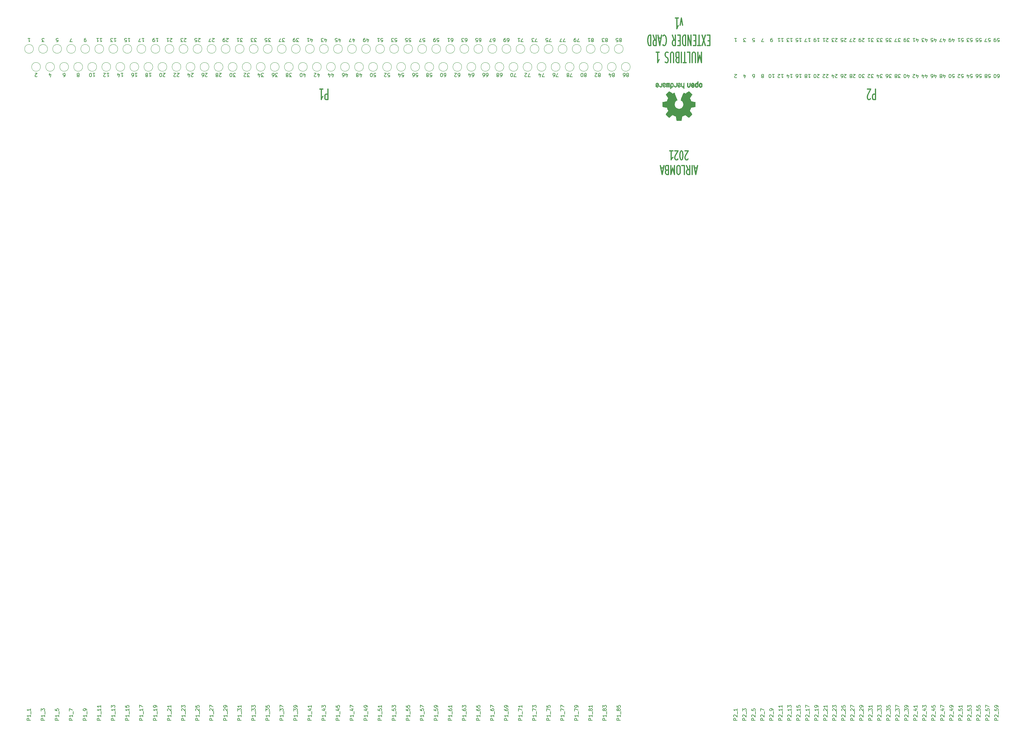
<source format=gbr>
%TF.GenerationSoftware,KiCad,Pcbnew,5.1.9+dfsg1-1~bpo10+1*%
%TF.CreationDate,2021-08-30T17:30:26+01:00*%
%TF.ProjectId,MBext,4d426578-742e-46b6-9963-61645f706362,0*%
%TF.SameCoordinates,Original*%
%TF.FileFunction,Legend,Top*%
%TF.FilePolarity,Positive*%
%FSLAX46Y46*%
G04 Gerber Fmt 4.6, Leading zero omitted, Abs format (unit mm)*
G04 Created by KiCad (PCBNEW 5.1.9+dfsg1-1~bpo10+1) date 2021-08-30 17:30:26*
%MOMM*%
%LPD*%
G01*
G04 APERTURE LIST*
%ADD10C,0.300000*%
%ADD11C,0.010000*%
%ADD12C,0.120000*%
%ADD13C,0.150000*%
G04 APERTURE END LIST*
D10*
X264695142Y-76815666D02*
X263980857Y-76815666D01*
X264838000Y-76089952D02*
X264338000Y-78629952D01*
X263838000Y-76089952D01*
X263338000Y-76089952D02*
X263338000Y-78629952D01*
X261766571Y-76089952D02*
X262266571Y-77299476D01*
X262623714Y-76089952D02*
X262623714Y-78629952D01*
X262052285Y-78629952D01*
X261909428Y-78509000D01*
X261838000Y-78388047D01*
X261766571Y-78146142D01*
X261766571Y-77783285D01*
X261838000Y-77541380D01*
X261909428Y-77420428D01*
X262052285Y-77299476D01*
X262623714Y-77299476D01*
X260409428Y-76089952D02*
X261123714Y-76089952D01*
X261123714Y-78629952D01*
X259623714Y-78629952D02*
X259338000Y-78629952D01*
X259195142Y-78509000D01*
X259052285Y-78267095D01*
X258980857Y-77783285D01*
X258980857Y-76936619D01*
X259052285Y-76452809D01*
X259195142Y-76210904D01*
X259338000Y-76089952D01*
X259623714Y-76089952D01*
X259766571Y-76210904D01*
X259909428Y-76452809D01*
X259980857Y-76936619D01*
X259980857Y-77783285D01*
X259909428Y-78267095D01*
X259766571Y-78509000D01*
X259623714Y-78629952D01*
X258338000Y-76089952D02*
X258338000Y-78629952D01*
X257838000Y-76815666D01*
X257338000Y-78629952D01*
X257338000Y-76089952D01*
X256123714Y-77420428D02*
X255909428Y-77299476D01*
X255838000Y-77178523D01*
X255766571Y-76936619D01*
X255766571Y-76573761D01*
X255838000Y-76331857D01*
X255909428Y-76210904D01*
X256052285Y-76089952D01*
X256623714Y-76089952D01*
X256623714Y-78629952D01*
X256123714Y-78629952D01*
X255980857Y-78509000D01*
X255909428Y-78388047D01*
X255838000Y-78146142D01*
X255838000Y-77904238D01*
X255909428Y-77662333D01*
X255980857Y-77541380D01*
X256123714Y-77420428D01*
X256623714Y-77420428D01*
X255195142Y-76815666D02*
X254480857Y-76815666D01*
X255338000Y-76089952D02*
X254838000Y-78629952D01*
X254338000Y-76089952D01*
X262159428Y-74278047D02*
X262088000Y-74399000D01*
X261945142Y-74519952D01*
X261588000Y-74519952D01*
X261445142Y-74399000D01*
X261373714Y-74278047D01*
X261302285Y-74036142D01*
X261302285Y-73794238D01*
X261373714Y-73431380D01*
X262230857Y-71979952D01*
X261302285Y-71979952D01*
X260373714Y-74519952D02*
X260230857Y-74519952D01*
X260088000Y-74399000D01*
X260016571Y-74278047D01*
X259945142Y-74036142D01*
X259873714Y-73552333D01*
X259873714Y-72947571D01*
X259945142Y-72463761D01*
X260016571Y-72221857D01*
X260088000Y-72100904D01*
X260230857Y-71979952D01*
X260373714Y-71979952D01*
X260516571Y-72100904D01*
X260588000Y-72221857D01*
X260659428Y-72463761D01*
X260730857Y-72947571D01*
X260730857Y-73552333D01*
X260659428Y-74036142D01*
X260588000Y-74278047D01*
X260516571Y-74399000D01*
X260373714Y-74519952D01*
X259302285Y-74278047D02*
X259230857Y-74399000D01*
X259088000Y-74519952D01*
X258730857Y-74519952D01*
X258588000Y-74399000D01*
X258516571Y-74278047D01*
X258445142Y-74036142D01*
X258445142Y-73794238D01*
X258516571Y-73431380D01*
X259373714Y-71979952D01*
X258445142Y-71979952D01*
X257016571Y-71979952D02*
X257873714Y-71979952D01*
X257445142Y-71979952D02*
X257445142Y-74519952D01*
X257588000Y-74157095D01*
X257730857Y-73915190D01*
X257873714Y-73794238D01*
X265945142Y-44082856D02*
X265945142Y-47082855D01*
X265445142Y-44939999D01*
X264945142Y-47082855D01*
X264945142Y-44082856D01*
X264230857Y-47082855D02*
X264230857Y-44654284D01*
X264159428Y-44368570D01*
X264088000Y-44225713D01*
X263945142Y-44082856D01*
X263659428Y-44082856D01*
X263516571Y-44225713D01*
X263445142Y-44368570D01*
X263373714Y-44654284D01*
X263373714Y-47082855D01*
X261945142Y-44082856D02*
X262659428Y-44082856D01*
X262659428Y-47082855D01*
X261659428Y-47082855D02*
X260802285Y-47082855D01*
X261230857Y-44082856D02*
X261230857Y-47082855D01*
X260302285Y-44082856D02*
X260302285Y-47082855D01*
X259088000Y-45654284D02*
X258873714Y-45511427D01*
X258802285Y-45368570D01*
X258730857Y-45082856D01*
X258730857Y-44654284D01*
X258802285Y-44368570D01*
X258873714Y-44225713D01*
X259016571Y-44082856D01*
X259588000Y-44082856D01*
X259588000Y-47082855D01*
X259088000Y-47082855D01*
X258945142Y-46939998D01*
X258873714Y-46797141D01*
X258802285Y-46511427D01*
X258802285Y-46225713D01*
X258873714Y-45939998D01*
X258945142Y-45797141D01*
X259088000Y-45654284D01*
X259588000Y-45654284D01*
X258088000Y-47082855D02*
X258088000Y-44654284D01*
X258016571Y-44368570D01*
X257945142Y-44225713D01*
X257802285Y-44082856D01*
X257516571Y-44082856D01*
X257373714Y-44225713D01*
X257302285Y-44368570D01*
X257230857Y-44654284D01*
X257230857Y-47082855D01*
X256588000Y-44225713D02*
X256373714Y-44082856D01*
X256016571Y-44082856D01*
X255873714Y-44225713D01*
X255802285Y-44368570D01*
X255730857Y-44654284D01*
X255730857Y-44939999D01*
X255802285Y-45225713D01*
X255873714Y-45368570D01*
X256016571Y-45511427D01*
X256302285Y-45654284D01*
X256445142Y-45797141D01*
X256516571Y-45939998D01*
X256588000Y-46225713D01*
X256588000Y-46511427D01*
X256516571Y-46797141D01*
X256445142Y-46939998D01*
X256302285Y-47082855D01*
X255945142Y-47082855D01*
X255730857Y-46939998D01*
X253159428Y-44082856D02*
X254016571Y-44082856D01*
X253588000Y-44082856D02*
X253588000Y-47082855D01*
X253730857Y-46654284D01*
X253873714Y-46368570D01*
X254016571Y-46225713D01*
X268302285Y-40854285D02*
X267802285Y-40854285D01*
X267588000Y-39282857D02*
X268302285Y-39282857D01*
X268302285Y-42282856D01*
X267588000Y-42282856D01*
X267088000Y-42282856D02*
X266088000Y-39282857D01*
X266088000Y-42282856D02*
X267088000Y-39282857D01*
X265730857Y-42282856D02*
X264873714Y-42282856D01*
X265302285Y-39282857D02*
X265302285Y-42282856D01*
X264373714Y-40854285D02*
X263873714Y-40854285D01*
X263659428Y-39282857D02*
X264373714Y-39282857D01*
X264373714Y-42282856D01*
X263659428Y-42282856D01*
X263016571Y-39282857D02*
X263016571Y-42282856D01*
X262159428Y-39282857D01*
X262159428Y-42282856D01*
X261445142Y-39282857D02*
X261445142Y-42282856D01*
X261088000Y-42282856D01*
X260873714Y-42139999D01*
X260730857Y-41854285D01*
X260659428Y-41568571D01*
X260588000Y-40997142D01*
X260588000Y-40568571D01*
X260659428Y-39997143D01*
X260730857Y-39711428D01*
X260873714Y-39425714D01*
X261088000Y-39282857D01*
X261445142Y-39282857D01*
X259945142Y-40854285D02*
X259445142Y-40854285D01*
X259230857Y-39282857D02*
X259945142Y-39282857D01*
X259945142Y-42282856D01*
X259230857Y-42282856D01*
X257730857Y-39282857D02*
X258230857Y-40711428D01*
X258588000Y-39282857D02*
X258588000Y-42282856D01*
X258016571Y-42282856D01*
X257873714Y-42139999D01*
X257802285Y-41997142D01*
X257730857Y-41711428D01*
X257730857Y-41282856D01*
X257802285Y-40997142D01*
X257873714Y-40854285D01*
X258016571Y-40711428D01*
X258588000Y-40711428D01*
X255088000Y-39568571D02*
X255159428Y-39425714D01*
X255373714Y-39282857D01*
X255516571Y-39282857D01*
X255730857Y-39425714D01*
X255873714Y-39711428D01*
X255945142Y-39997143D01*
X256016571Y-40568571D01*
X256016571Y-40997142D01*
X255945142Y-41568571D01*
X255873714Y-41854285D01*
X255730857Y-42139999D01*
X255516571Y-42282856D01*
X255373714Y-42282856D01*
X255159428Y-42139999D01*
X255088000Y-41997142D01*
X254516571Y-40140000D02*
X253802285Y-40140000D01*
X254659428Y-39282857D02*
X254159428Y-42282856D01*
X253659428Y-39282857D01*
X252302285Y-39282857D02*
X252802285Y-40711428D01*
X253159428Y-39282857D02*
X253159428Y-42282856D01*
X252588000Y-42282856D01*
X252445142Y-42139999D01*
X252373714Y-41997142D01*
X252302285Y-41711428D01*
X252302285Y-41282856D01*
X252373714Y-40997142D01*
X252445142Y-40854285D01*
X252588000Y-40711428D01*
X253159428Y-40711428D01*
X251659428Y-39282857D02*
X251659428Y-42282856D01*
X251302285Y-42282856D01*
X251088000Y-42139999D01*
X250945142Y-41854285D01*
X250873714Y-41568571D01*
X250802285Y-40997142D01*
X250802285Y-40568571D01*
X250873714Y-39997143D01*
X250945142Y-39711428D01*
X251088000Y-39425714D01*
X251302285Y-39282857D01*
X251659428Y-39282857D01*
X260659428Y-36482857D02*
X260302285Y-34482858D01*
X259945142Y-36482857D01*
X258588000Y-34482858D02*
X259445142Y-34482858D01*
X259016571Y-34482858D02*
X259016571Y-37482857D01*
X259159428Y-37054286D01*
X259302285Y-36768572D01*
X259445142Y-36625715D01*
X315051142Y-54522857D02*
X315051142Y-57522857D01*
X314479714Y-57522857D01*
X314336857Y-57380000D01*
X314265428Y-57237142D01*
X314194000Y-56951428D01*
X314194000Y-56522857D01*
X314265428Y-56237142D01*
X314336857Y-56094285D01*
X314479714Y-55951428D01*
X315051142Y-55951428D01*
X313622571Y-57237142D02*
X313551142Y-57380000D01*
X313408285Y-57522857D01*
X313051142Y-57522857D01*
X312908285Y-57380000D01*
X312836857Y-57237142D01*
X312765428Y-56951428D01*
X312765428Y-56665714D01*
X312836857Y-56237142D01*
X313694000Y-54522857D01*
X312765428Y-54522857D01*
X160517542Y-54522857D02*
X160517542Y-57522857D01*
X159946114Y-57522857D01*
X159803257Y-57380000D01*
X159731828Y-57237142D01*
X159660400Y-56951428D01*
X159660400Y-56522857D01*
X159731828Y-56237142D01*
X159803257Y-56094285D01*
X159946114Y-55951428D01*
X160517542Y-55951428D01*
X158231828Y-54522857D02*
X159088971Y-54522857D01*
X158660400Y-54522857D02*
X158660400Y-57522857D01*
X158803257Y-57094285D01*
X158946114Y-56808571D01*
X159088971Y-56665714D01*
D11*
%TO.C,REF\u002A\u002A*%
G36*
X264416100Y-54050097D02*
G01*
X264304550Y-53994478D01*
X264206092Y-53892069D01*
X264178977Y-53854136D01*
X264149438Y-53804500D01*
X264130272Y-53750588D01*
X264119307Y-53678636D01*
X264114371Y-53574878D01*
X264113287Y-53437899D01*
X264118182Y-53250185D01*
X264135196Y-53109242D01*
X264167823Y-53004092D01*
X264219558Y-52923757D01*
X264293896Y-52857259D01*
X264299358Y-52853322D01*
X264372620Y-52813047D01*
X264460840Y-52793120D01*
X264573038Y-52788207D01*
X264755433Y-52788207D01*
X264755509Y-52611143D01*
X264757207Y-52512530D01*
X264767550Y-52454686D01*
X264794578Y-52419994D01*
X264846332Y-52390836D01*
X264858761Y-52384879D01*
X264916923Y-52356961D01*
X264961956Y-52339328D01*
X264995441Y-52337806D01*
X265018962Y-52358219D01*
X265034100Y-52406393D01*
X265042437Y-52488154D01*
X265045556Y-52609328D01*
X265045040Y-52775740D01*
X265042471Y-52993215D01*
X265041668Y-53058264D01*
X265038778Y-53282498D01*
X265036188Y-53429179D01*
X264755586Y-53429179D01*
X264754009Y-53304674D01*
X264747000Y-53223213D01*
X264731142Y-53169485D01*
X264703019Y-53128177D01*
X264683925Y-53108029D01*
X264605865Y-53049079D01*
X264536753Y-53044280D01*
X264465440Y-53092962D01*
X264463632Y-53094759D01*
X264434617Y-53132382D01*
X264416967Y-53183516D01*
X264408064Y-53262262D01*
X264405291Y-53382724D01*
X264405241Y-53409412D01*
X264411942Y-53575417D01*
X264433752Y-53690495D01*
X264473235Y-53760746D01*
X264532956Y-53792271D01*
X264567472Y-53795448D01*
X264649389Y-53780540D01*
X264705579Y-53731452D01*
X264739402Y-53641638D01*
X264754220Y-53504555D01*
X264755586Y-53429179D01*
X265036188Y-53429179D01*
X265035713Y-53456048D01*
X265031753Y-53586618D01*
X265026174Y-53681913D01*
X265018254Y-53749636D01*
X265007269Y-53797493D01*
X264992499Y-53833187D01*
X264973218Y-53864422D01*
X264964951Y-53876176D01*
X264855288Y-53987203D01*
X264716635Y-54050153D01*
X264556246Y-54067703D01*
X264416100Y-54050097D01*
G37*
X264416100Y-54050097D02*
X264304550Y-53994478D01*
X264206092Y-53892069D01*
X264178977Y-53854136D01*
X264149438Y-53804500D01*
X264130272Y-53750588D01*
X264119307Y-53678636D01*
X264114371Y-53574878D01*
X264113287Y-53437899D01*
X264118182Y-53250185D01*
X264135196Y-53109242D01*
X264167823Y-53004092D01*
X264219558Y-52923757D01*
X264293896Y-52857259D01*
X264299358Y-52853322D01*
X264372620Y-52813047D01*
X264460840Y-52793120D01*
X264573038Y-52788207D01*
X264755433Y-52788207D01*
X264755509Y-52611143D01*
X264757207Y-52512530D01*
X264767550Y-52454686D01*
X264794578Y-52419994D01*
X264846332Y-52390836D01*
X264858761Y-52384879D01*
X264916923Y-52356961D01*
X264961956Y-52339328D01*
X264995441Y-52337806D01*
X265018962Y-52358219D01*
X265034100Y-52406393D01*
X265042437Y-52488154D01*
X265045556Y-52609328D01*
X265045040Y-52775740D01*
X265042471Y-52993215D01*
X265041668Y-53058264D01*
X265038778Y-53282498D01*
X265036188Y-53429179D01*
X264755586Y-53429179D01*
X264754009Y-53304674D01*
X264747000Y-53223213D01*
X264731142Y-53169485D01*
X264703019Y-53128177D01*
X264683925Y-53108029D01*
X264605865Y-53049079D01*
X264536753Y-53044280D01*
X264465440Y-53092962D01*
X264463632Y-53094759D01*
X264434617Y-53132382D01*
X264416967Y-53183516D01*
X264408064Y-53262262D01*
X264405291Y-53382724D01*
X264405241Y-53409412D01*
X264411942Y-53575417D01*
X264433752Y-53690495D01*
X264473235Y-53760746D01*
X264532956Y-53792271D01*
X264567472Y-53795448D01*
X264649389Y-53780540D01*
X264705579Y-53731452D01*
X264739402Y-53641638D01*
X264754220Y-53504555D01*
X264755586Y-53429179D01*
X265036188Y-53429179D01*
X265035713Y-53456048D01*
X265031753Y-53586618D01*
X265026174Y-53681913D01*
X265018254Y-53749636D01*
X265007269Y-53797493D01*
X264992499Y-53833187D01*
X264973218Y-53864422D01*
X264964951Y-53876176D01*
X264855288Y-53987203D01*
X264716635Y-54050153D01*
X264556246Y-54067703D01*
X264416100Y-54050097D01*
G36*
X262170571Y-54034281D02*
G01*
X262076877Y-53980086D01*
X262011736Y-53926293D01*
X261964093Y-53869934D01*
X261931272Y-53801013D01*
X261910594Y-53709532D01*
X261899380Y-53585494D01*
X261894951Y-53418902D01*
X261894437Y-53299149D01*
X261894437Y-52858341D01*
X262018517Y-52802717D01*
X262142598Y-52747093D01*
X262157195Y-53229905D01*
X262163227Y-53410221D01*
X262169555Y-53541099D01*
X262177394Y-53631489D01*
X262187963Y-53690336D01*
X262202477Y-53726587D01*
X262222152Y-53749190D01*
X262228465Y-53754083D01*
X262324112Y-53792294D01*
X262420793Y-53777173D01*
X262478345Y-53737057D01*
X262501755Y-53708630D01*
X262517961Y-53671328D01*
X262528259Y-53614777D01*
X262533951Y-53528606D01*
X262536336Y-53402442D01*
X262536736Y-53270958D01*
X262536814Y-53106001D01*
X262539639Y-52989239D01*
X262549093Y-52910490D01*
X262569060Y-52859569D01*
X262603424Y-52826294D01*
X262656068Y-52800480D01*
X262726383Y-52773656D01*
X262803180Y-52744458D01*
X262794038Y-53262654D01*
X262790357Y-53449461D01*
X262786050Y-53587510D01*
X262779877Y-53686432D01*
X262770598Y-53755855D01*
X262756973Y-53805410D01*
X262737761Y-53844727D01*
X262714598Y-53879416D01*
X262602848Y-53990230D01*
X262466487Y-54054311D01*
X262318175Y-54069661D01*
X262170571Y-54034281D01*
G37*
X262170571Y-54034281D02*
X262076877Y-53980086D01*
X262011736Y-53926293D01*
X261964093Y-53869934D01*
X261931272Y-53801013D01*
X261910594Y-53709532D01*
X261899380Y-53585494D01*
X261894951Y-53418902D01*
X261894437Y-53299149D01*
X261894437Y-52858341D01*
X262018517Y-52802717D01*
X262142598Y-52747093D01*
X262157195Y-53229905D01*
X262163227Y-53410221D01*
X262169555Y-53541099D01*
X262177394Y-53631489D01*
X262187963Y-53690336D01*
X262202477Y-53726587D01*
X262222152Y-53749190D01*
X262228465Y-53754083D01*
X262324112Y-53792294D01*
X262420793Y-53777173D01*
X262478345Y-53737057D01*
X262501755Y-53708630D01*
X262517961Y-53671328D01*
X262528259Y-53614777D01*
X262533951Y-53528606D01*
X262536336Y-53402442D01*
X262536736Y-53270958D01*
X262536814Y-53106001D01*
X262539639Y-52989239D01*
X262549093Y-52910490D01*
X262569060Y-52859569D01*
X262603424Y-52826294D01*
X262656068Y-52800480D01*
X262726383Y-52773656D01*
X262803180Y-52744458D01*
X262794038Y-53262654D01*
X262790357Y-53449461D01*
X262786050Y-53587510D01*
X262779877Y-53686432D01*
X262770598Y-53755855D01*
X262756973Y-53805410D01*
X262737761Y-53844727D01*
X262714598Y-53879416D01*
X262602848Y-53990230D01*
X262466487Y-54054311D01*
X262318175Y-54069661D01*
X262170571Y-54034281D01*
G36*
X265539779Y-54045985D02*
G01*
X265402939Y-53974032D01*
X265301949Y-53858234D01*
X265266075Y-53783787D01*
X265238161Y-53672008D01*
X265223871Y-53530773D01*
X265222516Y-53376629D01*
X265233405Y-53226121D01*
X265255847Y-53095795D01*
X265289150Y-53002197D01*
X265299385Y-52986078D01*
X265420618Y-52865751D01*
X265564613Y-52793683D01*
X265720861Y-52772592D01*
X265878852Y-52805198D01*
X265922820Y-52824747D01*
X266008444Y-52884988D01*
X266083592Y-52964865D01*
X266090694Y-52974996D01*
X266119561Y-53023819D01*
X266138643Y-53076010D01*
X266149916Y-53144715D01*
X266155355Y-53243082D01*
X266156938Y-53384256D01*
X266156965Y-53415908D01*
X266156893Y-53425981D01*
X265865011Y-53425981D01*
X265863313Y-53292744D01*
X265856628Y-53204326D01*
X265842575Y-53147215D01*
X265818771Y-53107898D01*
X265806621Y-53094759D01*
X265736764Y-53044828D01*
X265668941Y-53047105D01*
X265600365Y-53090416D01*
X265559465Y-53136654D01*
X265535242Y-53204143D01*
X265521639Y-53310567D01*
X265520706Y-53322980D01*
X265518384Y-53515853D01*
X265542650Y-53659100D01*
X265593176Y-53751840D01*
X265669632Y-53793193D01*
X265696924Y-53795448D01*
X265768589Y-53784107D01*
X265817610Y-53744816D01*
X265847582Y-53669674D01*
X265862101Y-53550778D01*
X265865011Y-53425981D01*
X266156893Y-53425981D01*
X266155878Y-53566341D01*
X266151312Y-53671451D01*
X266141312Y-53744286D01*
X266123921Y-53797892D01*
X266097184Y-53845319D01*
X266091276Y-53854136D01*
X265991968Y-53972993D01*
X265883758Y-54041992D01*
X265752019Y-54069381D01*
X265707283Y-54070719D01*
X265539779Y-54045985D01*
G37*
X265539779Y-54045985D02*
X265402939Y-53974032D01*
X265301949Y-53858234D01*
X265266075Y-53783787D01*
X265238161Y-53672008D01*
X265223871Y-53530773D01*
X265222516Y-53376629D01*
X265233405Y-53226121D01*
X265255847Y-53095795D01*
X265289150Y-53002197D01*
X265299385Y-52986078D01*
X265420618Y-52865751D01*
X265564613Y-52793683D01*
X265720861Y-52772592D01*
X265878852Y-52805198D01*
X265922820Y-52824747D01*
X266008444Y-52884988D01*
X266083592Y-52964865D01*
X266090694Y-52974996D01*
X266119561Y-53023819D01*
X266138643Y-53076010D01*
X266149916Y-53144715D01*
X266155355Y-53243082D01*
X266156938Y-53384256D01*
X266156965Y-53415908D01*
X266156893Y-53425981D01*
X265865011Y-53425981D01*
X265863313Y-53292744D01*
X265856628Y-53204326D01*
X265842575Y-53147215D01*
X265818771Y-53107898D01*
X265806621Y-53094759D01*
X265736764Y-53044828D01*
X265668941Y-53047105D01*
X265600365Y-53090416D01*
X265559465Y-53136654D01*
X265535242Y-53204143D01*
X265521639Y-53310567D01*
X265520706Y-53322980D01*
X265518384Y-53515853D01*
X265542650Y-53659100D01*
X265593176Y-53751840D01*
X265669632Y-53793193D01*
X265696924Y-53795448D01*
X265768589Y-53784107D01*
X265817610Y-53744816D01*
X265847582Y-53669674D01*
X265862101Y-53550778D01*
X265865011Y-53425981D01*
X266156893Y-53425981D01*
X266155878Y-53566341D01*
X266151312Y-53671451D01*
X266141312Y-53744286D01*
X266123921Y-53797892D01*
X266097184Y-53845319D01*
X266091276Y-53854136D01*
X265991968Y-53972993D01*
X265883758Y-54041992D01*
X265752019Y-54069381D01*
X265707283Y-54070719D01*
X265539779Y-54045985D01*
G36*
X263272448Y-54027324D02*
G01*
X263157342Y-53949889D01*
X263068389Y-53838051D01*
X263015251Y-53695735D01*
X263004503Y-53590985D01*
X263005724Y-53547274D01*
X263015944Y-53513806D01*
X263044039Y-53483821D01*
X263098884Y-53450560D01*
X263189355Y-53407262D01*
X263324328Y-53347167D01*
X263325011Y-53346866D01*
X263449249Y-53289963D01*
X263551127Y-53239435D01*
X263620233Y-53200720D01*
X263646154Y-53179260D01*
X263646161Y-53179087D01*
X263623315Y-53132356D01*
X263569891Y-53080846D01*
X263508558Y-53043739D01*
X263477485Y-53036368D01*
X263392711Y-53061862D01*
X263319707Y-53125709D01*
X263284087Y-53195906D01*
X263249820Y-53247657D01*
X263182697Y-53306591D01*
X263103792Y-53357504D01*
X263034179Y-53385191D01*
X263019623Y-53386713D01*
X263003237Y-53361679D01*
X263002250Y-53297689D01*
X263014292Y-53211407D01*
X263036993Y-53119499D01*
X263067986Y-53038631D01*
X263069552Y-53035491D01*
X263162819Y-52905266D01*
X263283696Y-52816689D01*
X263420973Y-52773214D01*
X263563440Y-52778294D01*
X263699888Y-52835384D01*
X263705955Y-52839398D01*
X263813290Y-52936674D01*
X263883868Y-53063591D01*
X263922926Y-53230474D01*
X263928168Y-53277361D01*
X263937452Y-53498671D01*
X263926322Y-53601876D01*
X263646161Y-53601876D01*
X263642521Y-53537497D01*
X263622611Y-53518709D01*
X263572974Y-53532765D01*
X263494733Y-53565991D01*
X263407274Y-53607641D01*
X263405101Y-53608744D01*
X263330970Y-53647735D01*
X263301219Y-53673756D01*
X263308555Y-53701035D01*
X263339447Y-53736879D01*
X263418040Y-53788749D01*
X263502677Y-53792561D01*
X263578597Y-53754811D01*
X263631035Y-53681999D01*
X263646161Y-53601876D01*
X263926322Y-53601876D01*
X263918356Y-53675739D01*
X263869366Y-53816171D01*
X263801164Y-53914553D01*
X263678065Y-54013970D01*
X263542472Y-54063289D01*
X263404045Y-54066432D01*
X263272448Y-54027324D01*
G37*
X263272448Y-54027324D02*
X263157342Y-53949889D01*
X263068389Y-53838051D01*
X263015251Y-53695735D01*
X263004503Y-53590985D01*
X263005724Y-53547274D01*
X263015944Y-53513806D01*
X263044039Y-53483821D01*
X263098884Y-53450560D01*
X263189355Y-53407262D01*
X263324328Y-53347167D01*
X263325011Y-53346866D01*
X263449249Y-53289963D01*
X263551127Y-53239435D01*
X263620233Y-53200720D01*
X263646154Y-53179260D01*
X263646161Y-53179087D01*
X263623315Y-53132356D01*
X263569891Y-53080846D01*
X263508558Y-53043739D01*
X263477485Y-53036368D01*
X263392711Y-53061862D01*
X263319707Y-53125709D01*
X263284087Y-53195906D01*
X263249820Y-53247657D01*
X263182697Y-53306591D01*
X263103792Y-53357504D01*
X263034179Y-53385191D01*
X263019623Y-53386713D01*
X263003237Y-53361679D01*
X263002250Y-53297689D01*
X263014292Y-53211407D01*
X263036993Y-53119499D01*
X263067986Y-53038631D01*
X263069552Y-53035491D01*
X263162819Y-52905266D01*
X263283696Y-52816689D01*
X263420973Y-52773214D01*
X263563440Y-52778294D01*
X263699888Y-52835384D01*
X263705955Y-52839398D01*
X263813290Y-52936674D01*
X263883868Y-53063591D01*
X263922926Y-53230474D01*
X263928168Y-53277361D01*
X263937452Y-53498671D01*
X263926322Y-53601876D01*
X263646161Y-53601876D01*
X263642521Y-53537497D01*
X263622611Y-53518709D01*
X263572974Y-53532765D01*
X263494733Y-53565991D01*
X263407274Y-53607641D01*
X263405101Y-53608744D01*
X263330970Y-53647735D01*
X263301219Y-53673756D01*
X263308555Y-53701035D01*
X263339447Y-53736879D01*
X263418040Y-53788749D01*
X263502677Y-53792561D01*
X263578597Y-53754811D01*
X263631035Y-53681999D01*
X263646161Y-53601876D01*
X263926322Y-53601876D01*
X263918356Y-53675739D01*
X263869366Y-53816171D01*
X263801164Y-53914553D01*
X263678065Y-54013970D01*
X263542472Y-54063289D01*
X263404045Y-54066432D01*
X263272448Y-54027324D01*
G36*
X260843402Y-54188143D02*
G01*
X260834846Y-54068812D01*
X260825019Y-53998494D01*
X260811401Y-53967821D01*
X260791473Y-53967429D01*
X260785011Y-53971090D01*
X260699060Y-53997602D01*
X260587255Y-53996054D01*
X260473586Y-53968801D01*
X260402490Y-53933545D01*
X260329595Y-53877222D01*
X260276307Y-53813481D01*
X260239725Y-53732490D01*
X260216950Y-53624414D01*
X260205081Y-53479420D01*
X260201218Y-53287674D01*
X260201149Y-53250891D01*
X260201103Y-52837712D01*
X260293046Y-52805661D01*
X260358348Y-52783856D01*
X260394176Y-52773703D01*
X260395230Y-52773609D01*
X260398758Y-52801140D01*
X260401761Y-52877077D01*
X260404010Y-52991435D01*
X260405276Y-53134231D01*
X260405471Y-53221049D01*
X260405877Y-53392227D01*
X260407968Y-53514912D01*
X260413053Y-53599000D01*
X260422440Y-53654386D01*
X260437439Y-53690968D01*
X260459358Y-53718641D01*
X260473043Y-53731968D01*
X260567051Y-53785672D01*
X260669636Y-53789693D01*
X260762710Y-53744275D01*
X260779922Y-53727877D01*
X260805168Y-53697043D01*
X260822680Y-53660469D01*
X260833858Y-53607585D01*
X260840104Y-53527823D01*
X260842818Y-53410615D01*
X260843402Y-53249009D01*
X260843402Y-52837712D01*
X260935345Y-52805661D01*
X261000647Y-52783856D01*
X261036475Y-52773703D01*
X261037529Y-52773609D01*
X261040225Y-52801552D01*
X261042655Y-52880370D01*
X261044722Y-53002547D01*
X261046329Y-53160568D01*
X261047377Y-53346917D01*
X261047769Y-53554080D01*
X261047770Y-53563294D01*
X261047770Y-54352980D01*
X260952885Y-54393003D01*
X260858000Y-54433027D01*
X260843402Y-54188143D01*
G37*
X260843402Y-54188143D02*
X260834846Y-54068812D01*
X260825019Y-53998494D01*
X260811401Y-53967821D01*
X260791473Y-53967429D01*
X260785011Y-53971090D01*
X260699060Y-53997602D01*
X260587255Y-53996054D01*
X260473586Y-53968801D01*
X260402490Y-53933545D01*
X260329595Y-53877222D01*
X260276307Y-53813481D01*
X260239725Y-53732490D01*
X260216950Y-53624414D01*
X260205081Y-53479420D01*
X260201218Y-53287674D01*
X260201149Y-53250891D01*
X260201103Y-52837712D01*
X260293046Y-52805661D01*
X260358348Y-52783856D01*
X260394176Y-52773703D01*
X260395230Y-52773609D01*
X260398758Y-52801140D01*
X260401761Y-52877077D01*
X260404010Y-52991435D01*
X260405276Y-53134231D01*
X260405471Y-53221049D01*
X260405877Y-53392227D01*
X260407968Y-53514912D01*
X260413053Y-53599000D01*
X260422440Y-53654386D01*
X260437439Y-53690968D01*
X260459358Y-53718641D01*
X260473043Y-53731968D01*
X260567051Y-53785672D01*
X260669636Y-53789693D01*
X260762710Y-53744275D01*
X260779922Y-53727877D01*
X260805168Y-53697043D01*
X260822680Y-53660469D01*
X260833858Y-53607585D01*
X260840104Y-53527823D01*
X260842818Y-53410615D01*
X260843402Y-53249009D01*
X260843402Y-52837712D01*
X260935345Y-52805661D01*
X261000647Y-52783856D01*
X261036475Y-52773703D01*
X261037529Y-52773609D01*
X261040225Y-52801552D01*
X261042655Y-52880370D01*
X261044722Y-53002547D01*
X261046329Y-53160568D01*
X261047377Y-53346917D01*
X261047769Y-53554080D01*
X261047770Y-53563294D01*
X261047770Y-54352980D01*
X260952885Y-54393003D01*
X260858000Y-54433027D01*
X260843402Y-54188143D01*
G36*
X259508056Y-53987640D02*
G01*
X259393657Y-53945158D01*
X259392348Y-53944342D01*
X259321597Y-53892270D01*
X259269364Y-53831416D01*
X259232629Y-53752113D01*
X259208366Y-53644691D01*
X259193555Y-53499483D01*
X259185171Y-53306821D01*
X259184436Y-53279372D01*
X259173880Y-52865479D01*
X259262709Y-52819544D01*
X259326982Y-52788502D01*
X259365790Y-52773794D01*
X259367585Y-52773609D01*
X259374300Y-52800750D01*
X259379635Y-52873959D01*
X259382917Y-52980919D01*
X259383632Y-53067531D01*
X259383649Y-53207838D01*
X259390063Y-53295949D01*
X259412420Y-53337975D01*
X259460268Y-53340025D01*
X259543151Y-53308210D01*
X259668287Y-53249728D01*
X259760303Y-53201155D01*
X259807629Y-53159014D01*
X259821542Y-53113084D01*
X259821563Y-53110811D01*
X259798605Y-53031689D01*
X259730630Y-52988945D01*
X259626602Y-52982754D01*
X259551670Y-52983828D01*
X259512161Y-52962247D01*
X259487522Y-52910409D01*
X259473341Y-52844368D01*
X259493777Y-52806896D01*
X259501472Y-52801533D01*
X259573917Y-52779994D01*
X259675367Y-52776945D01*
X259779843Y-52791222D01*
X259853875Y-52817312D01*
X259956228Y-52904215D01*
X260014409Y-53025184D01*
X260025931Y-53119692D01*
X260017138Y-53204938D01*
X259985320Y-53274524D01*
X259922316Y-53336328D01*
X259819969Y-53398228D01*
X259670118Y-53468103D01*
X259660988Y-53472052D01*
X259526003Y-53534412D01*
X259442706Y-53585554D01*
X259407003Y-53631512D01*
X259414797Y-53678317D01*
X259461993Y-53732002D01*
X259476106Y-53744356D01*
X259570641Y-53792259D01*
X259668594Y-53790242D01*
X259753903Y-53743276D01*
X259810504Y-53656331D01*
X259815763Y-53639266D01*
X259866977Y-53556496D01*
X259931963Y-53516628D01*
X260025931Y-53477118D01*
X260025931Y-53579342D01*
X259997347Y-53727928D01*
X259912505Y-53864216D01*
X259868355Y-53909809D01*
X259767995Y-53968326D01*
X259640365Y-53994816D01*
X259508056Y-53987640D01*
G37*
X259508056Y-53987640D02*
X259393657Y-53945158D01*
X259392348Y-53944342D01*
X259321597Y-53892270D01*
X259269364Y-53831416D01*
X259232629Y-53752113D01*
X259208366Y-53644691D01*
X259193555Y-53499483D01*
X259185171Y-53306821D01*
X259184436Y-53279372D01*
X259173880Y-52865479D01*
X259262709Y-52819544D01*
X259326982Y-52788502D01*
X259365790Y-52773794D01*
X259367585Y-52773609D01*
X259374300Y-52800750D01*
X259379635Y-52873959D01*
X259382917Y-52980919D01*
X259383632Y-53067531D01*
X259383649Y-53207838D01*
X259390063Y-53295949D01*
X259412420Y-53337975D01*
X259460268Y-53340025D01*
X259543151Y-53308210D01*
X259668287Y-53249728D01*
X259760303Y-53201155D01*
X259807629Y-53159014D01*
X259821542Y-53113084D01*
X259821563Y-53110811D01*
X259798605Y-53031689D01*
X259730630Y-52988945D01*
X259626602Y-52982754D01*
X259551670Y-52983828D01*
X259512161Y-52962247D01*
X259487522Y-52910409D01*
X259473341Y-52844368D01*
X259493777Y-52806896D01*
X259501472Y-52801533D01*
X259573917Y-52779994D01*
X259675367Y-52776945D01*
X259779843Y-52791222D01*
X259853875Y-52817312D01*
X259956228Y-52904215D01*
X260014409Y-53025184D01*
X260025931Y-53119692D01*
X260017138Y-53204938D01*
X259985320Y-53274524D01*
X259922316Y-53336328D01*
X259819969Y-53398228D01*
X259670118Y-53468103D01*
X259660988Y-53472052D01*
X259526003Y-53534412D01*
X259442706Y-53585554D01*
X259407003Y-53631512D01*
X259414797Y-53678317D01*
X259461993Y-53732002D01*
X259476106Y-53744356D01*
X259570641Y-53792259D01*
X259668594Y-53790242D01*
X259753903Y-53743276D01*
X259810504Y-53656331D01*
X259815763Y-53639266D01*
X259866977Y-53556496D01*
X259931963Y-53516628D01*
X260025931Y-53477118D01*
X260025931Y-53579342D01*
X259997347Y-53727928D01*
X259912505Y-53864216D01*
X259868355Y-53909809D01*
X259767995Y-53968326D01*
X259640365Y-53994816D01*
X259508056Y-53987640D01*
G36*
X258522057Y-53990080D02*
G01*
X258389435Y-53941141D01*
X258281990Y-53854581D01*
X258239968Y-53793648D01*
X258194157Y-53681839D01*
X258195109Y-53600994D01*
X258243192Y-53546622D01*
X258260983Y-53537376D01*
X258337796Y-53508550D01*
X258377024Y-53515935D01*
X258390311Y-53564342D01*
X258390988Y-53591080D01*
X258415314Y-53689452D01*
X258478719Y-53758266D01*
X258566846Y-53791502D01*
X258665337Y-53783139D01*
X258745398Y-53739704D01*
X258772439Y-53714928D01*
X258791606Y-53684871D01*
X258804554Y-53639435D01*
X258812936Y-53568524D01*
X258818407Y-53462040D01*
X258822622Y-53309888D01*
X258823713Y-53261713D01*
X258827693Y-53096905D01*
X258832219Y-52980912D01*
X258839005Y-52904167D01*
X258849769Y-52857107D01*
X258866227Y-52830165D01*
X258890094Y-52813777D01*
X258905374Y-52806537D01*
X258970267Y-52781780D01*
X259008466Y-52773609D01*
X259021088Y-52800897D01*
X259028792Y-52883397D01*
X259031620Y-53022059D01*
X259029614Y-53217838D01*
X259028989Y-53248035D01*
X259024579Y-53426651D01*
X259019365Y-53557077D01*
X259011945Y-53649508D01*
X259000918Y-53714142D01*
X258984883Y-53761175D01*
X258962439Y-53800804D01*
X258950698Y-53817785D01*
X258883381Y-53892920D01*
X258808090Y-53951362D01*
X258798872Y-53956464D01*
X258663867Y-53996740D01*
X258522057Y-53990080D01*
G37*
X258522057Y-53990080D02*
X258389435Y-53941141D01*
X258281990Y-53854581D01*
X258239968Y-53793648D01*
X258194157Y-53681839D01*
X258195109Y-53600994D01*
X258243192Y-53546622D01*
X258260983Y-53537376D01*
X258337796Y-53508550D01*
X258377024Y-53515935D01*
X258390311Y-53564342D01*
X258390988Y-53591080D01*
X258415314Y-53689452D01*
X258478719Y-53758266D01*
X258566846Y-53791502D01*
X258665337Y-53783139D01*
X258745398Y-53739704D01*
X258772439Y-53714928D01*
X258791606Y-53684871D01*
X258804554Y-53639435D01*
X258812936Y-53568524D01*
X258818407Y-53462040D01*
X258822622Y-53309888D01*
X258823713Y-53261713D01*
X258827693Y-53096905D01*
X258832219Y-52980912D01*
X258839005Y-52904167D01*
X258849769Y-52857107D01*
X258866227Y-52830165D01*
X258890094Y-52813777D01*
X258905374Y-52806537D01*
X258970267Y-52781780D01*
X259008466Y-52773609D01*
X259021088Y-52800897D01*
X259028792Y-52883397D01*
X259031620Y-53022059D01*
X259029614Y-53217838D01*
X259028989Y-53248035D01*
X259024579Y-53426651D01*
X259019365Y-53557077D01*
X259011945Y-53649508D01*
X259000918Y-53714142D01*
X258984883Y-53761175D01*
X258962439Y-53800804D01*
X258950698Y-53817785D01*
X258883381Y-53892920D01*
X258808090Y-53951362D01*
X258798872Y-53956464D01*
X258663867Y-53996740D01*
X258522057Y-53990080D01*
G36*
X257194086Y-53757545D02*
G01*
X257194457Y-53539339D01*
X257195892Y-53371481D01*
X257198998Y-53245930D01*
X257204378Y-53154645D01*
X257212638Y-53089585D01*
X257224384Y-53042709D01*
X257240219Y-53005976D01*
X257252210Y-52985009D01*
X257351510Y-52871306D01*
X257477412Y-52800035D01*
X257616709Y-52774462D01*
X257756195Y-52797850D01*
X257839257Y-52839881D01*
X257926455Y-52912589D01*
X257985883Y-53001388D01*
X258021739Y-53117680D01*
X258038219Y-53272865D01*
X258040553Y-53386713D01*
X258040239Y-53394894D01*
X257836276Y-53394894D01*
X257835030Y-53264343D01*
X257829322Y-53177920D01*
X257816196Y-53121382D01*
X257792694Y-53080486D01*
X257764614Y-53049638D01*
X257670312Y-52990095D01*
X257569060Y-52985008D01*
X257473364Y-53034721D01*
X257465916Y-53041457D01*
X257434126Y-53076498D01*
X257414192Y-53118189D01*
X257403400Y-53180238D01*
X257399035Y-53276356D01*
X257398345Y-53382621D01*
X257399841Y-53516120D01*
X257406036Y-53605178D01*
X257419486Y-53663707D01*
X257442749Y-53705618D01*
X257461825Y-53727877D01*
X257550437Y-53784015D01*
X257652492Y-53790765D01*
X257749905Y-53747886D01*
X257768704Y-53731968D01*
X257800707Y-53696618D01*
X257820682Y-53654498D01*
X257831407Y-53591749D01*
X257835661Y-53494513D01*
X257836276Y-53394894D01*
X258040239Y-53394894D01*
X258033496Y-53570053D01*
X258009528Y-53707805D01*
X257964452Y-53811368D01*
X257894072Y-53892144D01*
X257839257Y-53933545D01*
X257739624Y-53978272D01*
X257624145Y-53999033D01*
X257516801Y-53993475D01*
X257456736Y-53971057D01*
X257433165Y-53964677D01*
X257417523Y-53988465D01*
X257406605Y-54052212D01*
X257398345Y-54149313D01*
X257389301Y-54257459D01*
X257376739Y-54322525D01*
X257353881Y-54359732D01*
X257313949Y-54384301D01*
X257288862Y-54395181D01*
X257193977Y-54434928D01*
X257194086Y-53757545D01*
G37*
X257194086Y-53757545D02*
X257194457Y-53539339D01*
X257195892Y-53371481D01*
X257198998Y-53245930D01*
X257204378Y-53154645D01*
X257212638Y-53089585D01*
X257224384Y-53042709D01*
X257240219Y-53005976D01*
X257252210Y-52985009D01*
X257351510Y-52871306D01*
X257477412Y-52800035D01*
X257616709Y-52774462D01*
X257756195Y-52797850D01*
X257839257Y-52839881D01*
X257926455Y-52912589D01*
X257985883Y-53001388D01*
X258021739Y-53117680D01*
X258038219Y-53272865D01*
X258040553Y-53386713D01*
X258040239Y-53394894D01*
X257836276Y-53394894D01*
X257835030Y-53264343D01*
X257829322Y-53177920D01*
X257816196Y-53121382D01*
X257792694Y-53080486D01*
X257764614Y-53049638D01*
X257670312Y-52990095D01*
X257569060Y-52985008D01*
X257473364Y-53034721D01*
X257465916Y-53041457D01*
X257434126Y-53076498D01*
X257414192Y-53118189D01*
X257403400Y-53180238D01*
X257399035Y-53276356D01*
X257398345Y-53382621D01*
X257399841Y-53516120D01*
X257406036Y-53605178D01*
X257419486Y-53663707D01*
X257442749Y-53705618D01*
X257461825Y-53727877D01*
X257550437Y-53784015D01*
X257652492Y-53790765D01*
X257749905Y-53747886D01*
X257768704Y-53731968D01*
X257800707Y-53696618D01*
X257820682Y-53654498D01*
X257831407Y-53591749D01*
X257835661Y-53494513D01*
X257836276Y-53394894D01*
X258040239Y-53394894D01*
X258033496Y-53570053D01*
X258009528Y-53707805D01*
X257964452Y-53811368D01*
X257894072Y-53892144D01*
X257839257Y-53933545D01*
X257739624Y-53978272D01*
X257624145Y-53999033D01*
X257516801Y-53993475D01*
X257456736Y-53971057D01*
X257433165Y-53964677D01*
X257417523Y-53988465D01*
X257406605Y-54052212D01*
X257398345Y-54149313D01*
X257389301Y-54257459D01*
X257376739Y-54322525D01*
X257353881Y-54359732D01*
X257313949Y-54384301D01*
X257288862Y-54395181D01*
X257193977Y-54434928D01*
X257194086Y-53757545D01*
G36*
X256007876Y-53972160D02*
G01*
X256003421Y-53895347D01*
X255999929Y-53778609D01*
X255997685Y-53631179D01*
X255996965Y-53476545D01*
X255996965Y-52953273D01*
X256089355Y-52860883D01*
X256153022Y-52803953D01*
X256208911Y-52780893D01*
X256285298Y-52782353D01*
X256315620Y-52786066D01*
X256410390Y-52796874D01*
X256488778Y-52803067D01*
X256507885Y-52803639D01*
X256572301Y-52799898D01*
X256664429Y-52790506D01*
X256700150Y-52786066D01*
X256787886Y-52779199D01*
X256846847Y-52794115D01*
X256905310Y-52840165D01*
X256926415Y-52860883D01*
X257018805Y-52953273D01*
X257018805Y-53932053D01*
X256944442Y-53965934D01*
X256880410Y-53991030D01*
X256842948Y-53999816D01*
X256833343Y-53972050D01*
X256824365Y-53894470D01*
X256816614Y-53775652D01*
X256810686Y-53624172D01*
X256807827Y-53496195D01*
X256799839Y-52992575D01*
X256730152Y-52982722D01*
X256666771Y-52989611D01*
X256635714Y-53011917D01*
X256627033Y-53053621D01*
X256619622Y-53142456D01*
X256614069Y-53267166D01*
X256610964Y-53416493D01*
X256610516Y-53493339D01*
X256610069Y-53935713D01*
X256518126Y-53967765D01*
X256453051Y-53989557D01*
X256417653Y-53999719D01*
X256416632Y-53999816D01*
X256413080Y-53972191D01*
X256409177Y-53895589D01*
X256405249Y-53779421D01*
X256401624Y-53633096D01*
X256399092Y-53496195D01*
X256391103Y-52992575D01*
X256215931Y-52992575D01*
X256207893Y-53452035D01*
X256199854Y-53911495D01*
X256114457Y-53955656D01*
X256051407Y-53985981D01*
X256014090Y-53999742D01*
X256013013Y-53999816D01*
X256007876Y-53972160D01*
G37*
X256007876Y-53972160D02*
X256003421Y-53895347D01*
X255999929Y-53778609D01*
X255997685Y-53631179D01*
X255996965Y-53476545D01*
X255996965Y-52953273D01*
X256089355Y-52860883D01*
X256153022Y-52803953D01*
X256208911Y-52780893D01*
X256285298Y-52782353D01*
X256315620Y-52786066D01*
X256410390Y-52796874D01*
X256488778Y-52803067D01*
X256507885Y-52803639D01*
X256572301Y-52799898D01*
X256664429Y-52790506D01*
X256700150Y-52786066D01*
X256787886Y-52779199D01*
X256846847Y-52794115D01*
X256905310Y-52840165D01*
X256926415Y-52860883D01*
X257018805Y-52953273D01*
X257018805Y-53932053D01*
X256944442Y-53965934D01*
X256880410Y-53991030D01*
X256842948Y-53999816D01*
X256833343Y-53972050D01*
X256824365Y-53894470D01*
X256816614Y-53775652D01*
X256810686Y-53624172D01*
X256807827Y-53496195D01*
X256799839Y-52992575D01*
X256730152Y-52982722D01*
X256666771Y-52989611D01*
X256635714Y-53011917D01*
X256627033Y-53053621D01*
X256619622Y-53142456D01*
X256614069Y-53267166D01*
X256610964Y-53416493D01*
X256610516Y-53493339D01*
X256610069Y-53935713D01*
X256518126Y-53967765D01*
X256453051Y-53989557D01*
X256417653Y-53999719D01*
X256416632Y-53999816D01*
X256413080Y-53972191D01*
X256409177Y-53895589D01*
X256405249Y-53779421D01*
X256401624Y-53633096D01*
X256399092Y-53496195D01*
X256391103Y-52992575D01*
X256215931Y-52992575D01*
X256207893Y-53452035D01*
X256199854Y-53911495D01*
X256114457Y-53955656D01*
X256051407Y-53985981D01*
X256014090Y-53999742D01*
X256013013Y-53999816D01*
X256007876Y-53972160D01*
G36*
X255273594Y-53976844D02*
G01*
X255189531Y-53938607D01*
X255123550Y-53892274D01*
X255075206Y-53840468D01*
X255041828Y-53773637D01*
X255020747Y-53682231D01*
X255009293Y-53556699D01*
X255004797Y-53387492D01*
X255004322Y-53276067D01*
X255004322Y-52841373D01*
X255078684Y-52807491D01*
X255137254Y-52782728D01*
X255166270Y-52773609D01*
X255171821Y-52800743D01*
X255176225Y-52873906D01*
X255178922Y-52980737D01*
X255179494Y-53065563D01*
X255181954Y-53188113D01*
X255188588Y-53285332D01*
X255198274Y-53344866D01*
X255205968Y-53357517D01*
X255257689Y-53344598D01*
X255338883Y-53311461D01*
X255432898Y-53266539D01*
X255523083Y-53218265D01*
X255592785Y-53175072D01*
X255625352Y-53145392D01*
X255625481Y-53145071D01*
X255622680Y-53090143D01*
X255597561Y-53037708D01*
X255553459Y-52995119D01*
X255489091Y-52980874D01*
X255434079Y-52982534D01*
X255356165Y-52983755D01*
X255315268Y-52965502D01*
X255290705Y-52917274D01*
X255287608Y-52908180D01*
X255276960Y-52839402D01*
X255305435Y-52797640D01*
X255379656Y-52777737D01*
X255459832Y-52774056D01*
X255604110Y-52801342D01*
X255678797Y-52840310D01*
X255771037Y-52931852D01*
X255819957Y-53044218D01*
X255824346Y-53162949D01*
X255782999Y-53273589D01*
X255720803Y-53342920D01*
X255658706Y-53381735D01*
X255561105Y-53430875D01*
X255447368Y-53480708D01*
X255428410Y-53488323D01*
X255303479Y-53543455D01*
X255231461Y-53592046D01*
X255208300Y-53640353D01*
X255229936Y-53694630D01*
X255267080Y-53737057D01*
X255354873Y-53789298D01*
X255451470Y-53793216D01*
X255540056Y-53752959D01*
X255603814Y-53672674D01*
X255612183Y-53651960D01*
X255660904Y-53575775D01*
X255732035Y-53519215D01*
X255821793Y-53472799D01*
X255821793Y-53604416D01*
X255816510Y-53684832D01*
X255793858Y-53748214D01*
X255743633Y-53815837D01*
X255695418Y-53867924D01*
X255620446Y-53941678D01*
X255562194Y-53981298D01*
X255499628Y-53997190D01*
X255428807Y-53999816D01*
X255273594Y-53976844D01*
G37*
X255273594Y-53976844D02*
X255189531Y-53938607D01*
X255123550Y-53892274D01*
X255075206Y-53840468D01*
X255041828Y-53773637D01*
X255020747Y-53682231D01*
X255009293Y-53556699D01*
X255004797Y-53387492D01*
X255004322Y-53276067D01*
X255004322Y-52841373D01*
X255078684Y-52807491D01*
X255137254Y-52782728D01*
X255166270Y-52773609D01*
X255171821Y-52800743D01*
X255176225Y-52873906D01*
X255178922Y-52980737D01*
X255179494Y-53065563D01*
X255181954Y-53188113D01*
X255188588Y-53285332D01*
X255198274Y-53344866D01*
X255205968Y-53357517D01*
X255257689Y-53344598D01*
X255338883Y-53311461D01*
X255432898Y-53266539D01*
X255523083Y-53218265D01*
X255592785Y-53175072D01*
X255625352Y-53145392D01*
X255625481Y-53145071D01*
X255622680Y-53090143D01*
X255597561Y-53037708D01*
X255553459Y-52995119D01*
X255489091Y-52980874D01*
X255434079Y-52982534D01*
X255356165Y-52983755D01*
X255315268Y-52965502D01*
X255290705Y-52917274D01*
X255287608Y-52908180D01*
X255276960Y-52839402D01*
X255305435Y-52797640D01*
X255379656Y-52777737D01*
X255459832Y-52774056D01*
X255604110Y-52801342D01*
X255678797Y-52840310D01*
X255771037Y-52931852D01*
X255819957Y-53044218D01*
X255824346Y-53162949D01*
X255782999Y-53273589D01*
X255720803Y-53342920D01*
X255658706Y-53381735D01*
X255561105Y-53430875D01*
X255447368Y-53480708D01*
X255428410Y-53488323D01*
X255303479Y-53543455D01*
X255231461Y-53592046D01*
X255208300Y-53640353D01*
X255229936Y-53694630D01*
X255267080Y-53737057D01*
X255354873Y-53789298D01*
X255451470Y-53793216D01*
X255540056Y-53752959D01*
X255603814Y-53672674D01*
X255612183Y-53651960D01*
X255660904Y-53575775D01*
X255732035Y-53519215D01*
X255821793Y-53472799D01*
X255821793Y-53604416D01*
X255816510Y-53684832D01*
X255793858Y-53748214D01*
X255743633Y-53815837D01*
X255695418Y-53867924D01*
X255620446Y-53941678D01*
X255562194Y-53981298D01*
X255499628Y-53997190D01*
X255428807Y-53999816D01*
X255273594Y-53976844D01*
G36*
X254252310Y-53971982D02*
G01*
X254217415Y-53956731D01*
X254134123Y-53890765D01*
X254062897Y-53795382D01*
X254018847Y-53693594D01*
X254011678Y-53643413D01*
X254035715Y-53573353D01*
X254088439Y-53536283D01*
X254144969Y-53513836D01*
X254170854Y-53509700D01*
X254183458Y-53539717D01*
X254208346Y-53605039D01*
X254219265Y-53634555D01*
X254280492Y-53736652D01*
X254369139Y-53787577D01*
X254482807Y-53786011D01*
X254491226Y-53784006D01*
X254551912Y-53755233D01*
X254596526Y-53699141D01*
X254626998Y-53608837D01*
X254645256Y-53477429D01*
X254653229Y-53298026D01*
X254653977Y-53202567D01*
X254654348Y-53052087D01*
X254656777Y-52949505D01*
X254663240Y-52884328D01*
X254675712Y-52846062D01*
X254696167Y-52824215D01*
X254726581Y-52808293D01*
X254728339Y-52807491D01*
X254786909Y-52782728D01*
X254815925Y-52773609D01*
X254820384Y-52801178D01*
X254824201Y-52877380D01*
X254827101Y-52992459D01*
X254828809Y-53136659D01*
X254829149Y-53242186D01*
X254827412Y-53446387D01*
X254820618Y-53601303D01*
X254806393Y-53715976D01*
X254782362Y-53799449D01*
X254746152Y-53860764D01*
X254695388Y-53908966D01*
X254645261Y-53942607D01*
X254524725Y-53987381D01*
X254384443Y-53997479D01*
X254252310Y-53971982D01*
G37*
X254252310Y-53971982D02*
X254217415Y-53956731D01*
X254134123Y-53890765D01*
X254062897Y-53795382D01*
X254018847Y-53693594D01*
X254011678Y-53643413D01*
X254035715Y-53573353D01*
X254088439Y-53536283D01*
X254144969Y-53513836D01*
X254170854Y-53509700D01*
X254183458Y-53539717D01*
X254208346Y-53605039D01*
X254219265Y-53634555D01*
X254280492Y-53736652D01*
X254369139Y-53787577D01*
X254482807Y-53786011D01*
X254491226Y-53784006D01*
X254551912Y-53755233D01*
X254596526Y-53699141D01*
X254626998Y-53608837D01*
X254645256Y-53477429D01*
X254653229Y-53298026D01*
X254653977Y-53202567D01*
X254654348Y-53052087D01*
X254656777Y-52949505D01*
X254663240Y-52884328D01*
X254675712Y-52846062D01*
X254696167Y-52824215D01*
X254726581Y-52808293D01*
X254728339Y-52807491D01*
X254786909Y-52782728D01*
X254815925Y-52773609D01*
X254820384Y-52801178D01*
X254824201Y-52877380D01*
X254827101Y-52992459D01*
X254828809Y-53136659D01*
X254829149Y-53242186D01*
X254827412Y-53446387D01*
X254820618Y-53601303D01*
X254806393Y-53715976D01*
X254782362Y-53799449D01*
X254746152Y-53860764D01*
X254695388Y-53908966D01*
X254645261Y-53942607D01*
X254524725Y-53987381D01*
X254384443Y-53997479D01*
X254252310Y-53971982D01*
G36*
X253244561Y-53955460D02*
G01*
X253129050Y-53879966D01*
X253073336Y-53812383D01*
X253029196Y-53689745D01*
X253025691Y-53592702D01*
X253033632Y-53462944D01*
X253332885Y-53331961D01*
X253478389Y-53265042D01*
X253573463Y-53211210D01*
X253622899Y-53164584D01*
X253631489Y-53119280D01*
X253604028Y-53069418D01*
X253573747Y-53036368D01*
X253485637Y-52983367D01*
X253389804Y-52979653D01*
X253301788Y-53020959D01*
X253237131Y-53103017D01*
X253225567Y-53131992D01*
X253170175Y-53222491D01*
X253106447Y-53261060D01*
X253019034Y-53294054D01*
X253019034Y-53168966D01*
X253026762Y-53083844D01*
X253057034Y-53012062D01*
X253120482Y-52929644D01*
X253129912Y-52918934D01*
X253200487Y-52845609D01*
X253261153Y-52806258D01*
X253337050Y-52788155D01*
X253399970Y-52782226D01*
X253512513Y-52780749D01*
X253592630Y-52799465D01*
X253642610Y-52827253D01*
X253721162Y-52888359D01*
X253775537Y-52954446D01*
X253809948Y-53037559D01*
X253828612Y-53149746D01*
X253835744Y-53303054D01*
X253836313Y-53380864D01*
X253834378Y-53474147D01*
X253658101Y-53474147D01*
X253656056Y-53424104D01*
X253650961Y-53415908D01*
X253617334Y-53427042D01*
X253544970Y-53456507D01*
X253448253Y-53498399D01*
X253428027Y-53507403D01*
X253305797Y-53569558D01*
X253238453Y-53624185D01*
X253223652Y-53675351D01*
X253259053Y-53727124D01*
X253288289Y-53750000D01*
X253393784Y-53795750D01*
X253492524Y-53788192D01*
X253575188Y-53732349D01*
X253632452Y-53633247D01*
X253650812Y-53554586D01*
X253658101Y-53474147D01*
X253834378Y-53474147D01*
X253832541Y-53562649D01*
X253818641Y-53697147D01*
X253791106Y-53795084D01*
X253746428Y-53867189D01*
X253681099Y-53924187D01*
X253652617Y-53942607D01*
X253523237Y-53990578D01*
X253381588Y-53993597D01*
X253244561Y-53955460D01*
G37*
X253244561Y-53955460D02*
X253129050Y-53879966D01*
X253073336Y-53812383D01*
X253029196Y-53689745D01*
X253025691Y-53592702D01*
X253033632Y-53462944D01*
X253332885Y-53331961D01*
X253478389Y-53265042D01*
X253573463Y-53211210D01*
X253622899Y-53164584D01*
X253631489Y-53119280D01*
X253604028Y-53069418D01*
X253573747Y-53036368D01*
X253485637Y-52983367D01*
X253389804Y-52979653D01*
X253301788Y-53020959D01*
X253237131Y-53103017D01*
X253225567Y-53131992D01*
X253170175Y-53222491D01*
X253106447Y-53261060D01*
X253019034Y-53294054D01*
X253019034Y-53168966D01*
X253026762Y-53083844D01*
X253057034Y-53012062D01*
X253120482Y-52929644D01*
X253129912Y-52918934D01*
X253200487Y-52845609D01*
X253261153Y-52806258D01*
X253337050Y-52788155D01*
X253399970Y-52782226D01*
X253512513Y-52780749D01*
X253592630Y-52799465D01*
X253642610Y-52827253D01*
X253721162Y-52888359D01*
X253775537Y-52954446D01*
X253809948Y-53037559D01*
X253828612Y-53149746D01*
X253835744Y-53303054D01*
X253836313Y-53380864D01*
X253834378Y-53474147D01*
X253658101Y-53474147D01*
X253656056Y-53424104D01*
X253650961Y-53415908D01*
X253617334Y-53427042D01*
X253544970Y-53456507D01*
X253448253Y-53498399D01*
X253428027Y-53507403D01*
X253305797Y-53569558D01*
X253238453Y-53624185D01*
X253223652Y-53675351D01*
X253259053Y-53727124D01*
X253288289Y-53750000D01*
X253393784Y-53795750D01*
X253492524Y-53788192D01*
X253575188Y-53732349D01*
X253632452Y-53633247D01*
X253650812Y-53554586D01*
X253658101Y-53474147D01*
X253834378Y-53474147D01*
X253832541Y-53562649D01*
X253818641Y-53697147D01*
X253791106Y-53795084D01*
X253746428Y-53867189D01*
X253681099Y-53924187D01*
X253652617Y-53942607D01*
X253523237Y-53990578D01*
X253381588Y-53993597D01*
X253244561Y-53955460D01*
G36*
X259378986Y-63459002D02*
G01*
X259220994Y-63458137D01*
X259106653Y-63455795D01*
X259028593Y-63451238D01*
X258979446Y-63443730D01*
X258951841Y-63432534D01*
X258938408Y-63416912D01*
X258931779Y-63396127D01*
X258931135Y-63393437D01*
X258921065Y-63344887D01*
X258902425Y-63249095D01*
X258877155Y-63116257D01*
X258847193Y-62956569D01*
X258814478Y-62780226D01*
X258813336Y-62774033D01*
X258780567Y-62601218D01*
X258749907Y-62448531D01*
X258723336Y-62325129D01*
X258702833Y-62240169D01*
X258690374Y-62202810D01*
X258689780Y-62202148D01*
X258653081Y-62183905D01*
X258577414Y-62153503D01*
X258479122Y-62117507D01*
X258478575Y-62117315D01*
X258354767Y-62070778D01*
X258208804Y-62011496D01*
X258071219Y-61951891D01*
X258064707Y-61948944D01*
X257840610Y-61847235D01*
X257344381Y-62186103D01*
X257192154Y-62289408D01*
X257054259Y-62381763D01*
X256938685Y-62457916D01*
X256853421Y-62512615D01*
X256806456Y-62540607D01*
X256801996Y-62542683D01*
X256767866Y-62533440D01*
X256704119Y-62488844D01*
X256608269Y-62406791D01*
X256477831Y-62285179D01*
X256344672Y-62155795D01*
X256216306Y-62028298D01*
X256101419Y-61911954D01*
X256006927Y-61813948D01*
X255939747Y-61741464D01*
X255906794Y-61701687D01*
X255905568Y-61699639D01*
X255901926Y-61672344D01*
X255915650Y-61627766D01*
X255950131Y-61559888D01*
X256008761Y-61462689D01*
X256094930Y-61330149D01*
X256209800Y-61159524D01*
X256311746Y-61009345D01*
X256402877Y-60874650D01*
X256477927Y-60763260D01*
X256531631Y-60682995D01*
X256558720Y-60641675D01*
X256560426Y-60638870D01*
X256557118Y-60599279D01*
X256532047Y-60522331D01*
X256490202Y-60422568D01*
X256475288Y-60390709D01*
X256410214Y-60248774D01*
X256340788Y-60087727D01*
X256284391Y-59948379D01*
X256243753Y-59844956D01*
X256211474Y-59766358D01*
X256192822Y-59725280D01*
X256190503Y-59722115D01*
X256156197Y-59716872D01*
X256075331Y-59702506D01*
X255958657Y-59681063D01*
X255816925Y-59654587D01*
X255660890Y-59625123D01*
X255501302Y-59594717D01*
X255348915Y-59565412D01*
X255214479Y-59539255D01*
X255108748Y-59518290D01*
X255042474Y-59504561D01*
X255026218Y-59500680D01*
X255009427Y-59491100D01*
X254996751Y-59469464D01*
X254987622Y-59428469D01*
X254981469Y-59360811D01*
X254977720Y-59259188D01*
X254975808Y-59116297D01*
X254975160Y-58924835D01*
X254975126Y-58846355D01*
X254975126Y-58208094D01*
X255128402Y-58177840D01*
X255213678Y-58161436D01*
X255340930Y-58137491D01*
X255494685Y-58108893D01*
X255659466Y-58078533D01*
X255705011Y-58070194D01*
X255857068Y-58040630D01*
X255989532Y-58011558D01*
X256091286Y-57985671D01*
X256151212Y-57965663D01*
X256161195Y-57959699D01*
X256185707Y-57917466D01*
X256220852Y-57835630D01*
X256259827Y-57730317D01*
X256267558Y-57707632D01*
X256318640Y-57566982D01*
X256382046Y-57408286D01*
X256444096Y-57265775D01*
X256444402Y-57265114D01*
X256547733Y-57041560D01*
X255868039Y-56041768D01*
X256304379Y-55604700D01*
X256436351Y-55474619D01*
X256556721Y-55359952D01*
X256658727Y-55266819D01*
X256735609Y-55201342D01*
X256780607Y-55169643D01*
X256787062Y-55167632D01*
X256824960Y-55183471D01*
X256902292Y-55227504D01*
X257010611Y-55294510D01*
X257141468Y-55379266D01*
X257282948Y-55474184D01*
X257426539Y-55571002D01*
X257554565Y-55655249D01*
X257658895Y-55721742D01*
X257731400Y-55765298D01*
X257763842Y-55780736D01*
X257803424Y-55767672D01*
X257878481Y-55733250D01*
X257973532Y-55684620D01*
X257983608Y-55679215D01*
X258111609Y-55615020D01*
X258199382Y-55583537D01*
X258253972Y-55583202D01*
X258282425Y-55612452D01*
X258282590Y-55612862D01*
X258296812Y-55647502D01*
X258330731Y-55729731D01*
X258381716Y-55853186D01*
X258447138Y-56011502D01*
X258524366Y-56198314D01*
X258610771Y-56407258D01*
X258694449Y-56609554D01*
X258786412Y-56832800D01*
X258870850Y-57039608D01*
X258945231Y-57223638D01*
X259007026Y-57378549D01*
X259053703Y-57498004D01*
X259082732Y-57575661D01*
X259091678Y-57604644D01*
X259069244Y-57637890D01*
X259010561Y-57690877D01*
X258932311Y-57749296D01*
X258709466Y-57934048D01*
X258535282Y-58145818D01*
X258411846Y-58380144D01*
X258341246Y-58632566D01*
X258325569Y-58898623D01*
X258336964Y-59021425D01*
X258399050Y-59276207D01*
X258505977Y-59501199D01*
X258651111Y-59694183D01*
X258827822Y-59852939D01*
X259029478Y-59975250D01*
X259249446Y-60058895D01*
X259481094Y-60101656D01*
X259717791Y-60101313D01*
X259952905Y-60055648D01*
X260179804Y-59962441D01*
X260391856Y-59819473D01*
X260480364Y-59738617D01*
X260650111Y-59530993D01*
X260768301Y-59304105D01*
X260835722Y-59064567D01*
X260853160Y-58818993D01*
X260821402Y-58573997D01*
X260741235Y-58336192D01*
X260613445Y-58112193D01*
X260438820Y-57908613D01*
X260243688Y-57749296D01*
X260162409Y-57688398D01*
X260104991Y-57635985D01*
X260084322Y-57604594D01*
X260095144Y-57570361D01*
X260125923Y-57488581D01*
X260174126Y-57365593D01*
X260237222Y-57207737D01*
X260312678Y-57021351D01*
X260397962Y-56812774D01*
X260481781Y-56609504D01*
X260574255Y-56386067D01*
X260659911Y-56179016D01*
X260736118Y-55994714D01*
X260800247Y-55839525D01*
X260849668Y-55719812D01*
X260881752Y-55641939D01*
X260893641Y-55612862D01*
X260921726Y-55583323D01*
X260976051Y-55583409D01*
X261063605Y-55614674D01*
X261191381Y-55678671D01*
X261192392Y-55679215D01*
X261288598Y-55728879D01*
X261366369Y-55765055D01*
X261410223Y-55780592D01*
X261412158Y-55780736D01*
X261445171Y-55764976D01*
X261518054Y-55721150D01*
X261622678Y-55654443D01*
X261750910Y-55570036D01*
X261893052Y-55474184D01*
X262037767Y-55377133D01*
X262168196Y-55292730D01*
X262275890Y-55226199D01*
X262352402Y-55182762D01*
X262388938Y-55167632D01*
X262422582Y-55187518D01*
X262490224Y-55243097D01*
X262585107Y-55328246D01*
X262700470Y-55436847D01*
X262829555Y-55562779D01*
X262871771Y-55604851D01*
X263308261Y-56042069D01*
X262976023Y-56529660D01*
X262875054Y-56679395D01*
X262786438Y-56813780D01*
X262715146Y-56925031D01*
X262666150Y-57005361D01*
X262644422Y-57046986D01*
X262643785Y-57049947D01*
X262655240Y-57089182D01*
X262686051Y-57168105D01*
X262730884Y-57273491D01*
X262762353Y-57344046D01*
X262821192Y-57479124D01*
X262876604Y-57615591D01*
X262919564Y-57730897D01*
X262931234Y-57766023D01*
X262964389Y-57859826D01*
X262996799Y-57932306D01*
X263014601Y-57959699D01*
X263053886Y-57976464D01*
X263139626Y-58000230D01*
X263260697Y-58028303D01*
X263405973Y-58057991D01*
X263470988Y-58070194D01*
X263636087Y-58100532D01*
X263794448Y-58129907D01*
X263930596Y-58155431D01*
X264029057Y-58174215D01*
X264047598Y-58177840D01*
X264200873Y-58208094D01*
X264200873Y-58846355D01*
X264200529Y-59056230D01*
X264199116Y-59215020D01*
X264196064Y-59330027D01*
X264190803Y-59408554D01*
X264182763Y-59457904D01*
X264171373Y-59485381D01*
X264156063Y-59498287D01*
X264149782Y-59500680D01*
X264111896Y-59509167D01*
X264028195Y-59526100D01*
X263909433Y-59549434D01*
X263766361Y-59577125D01*
X263609732Y-59607127D01*
X263450297Y-59637396D01*
X263298809Y-59665885D01*
X263166019Y-59690551D01*
X263062681Y-59709349D01*
X262999545Y-59720233D01*
X262985497Y-59722115D01*
X262972770Y-59747296D01*
X262944600Y-59814378D01*
X262906252Y-59910667D01*
X262891609Y-59948379D01*
X262832548Y-60094079D01*
X262763000Y-60255049D01*
X262700712Y-60390709D01*
X262654879Y-60494439D01*
X262624387Y-60579674D01*
X262614208Y-60631874D01*
X262615831Y-60638870D01*
X262637343Y-60671898D01*
X262686465Y-60745357D01*
X262757923Y-60851423D01*
X262846445Y-60982274D01*
X262946759Y-61130088D01*
X262966594Y-61159266D01*
X263082988Y-61332137D01*
X263168548Y-61463774D01*
X263226684Y-61560239D01*
X263260808Y-61627592D01*
X263274331Y-61671894D01*
X263270664Y-61699206D01*
X263270570Y-61699380D01*
X263241707Y-61735254D01*
X263177867Y-61804609D01*
X263085969Y-61900255D01*
X262972933Y-62015001D01*
X262845679Y-62141659D01*
X262831328Y-62155795D01*
X262670957Y-62311097D01*
X262547195Y-62425130D01*
X262457555Y-62499998D01*
X262399552Y-62537804D01*
X262374004Y-62542683D01*
X262336718Y-62521397D01*
X262259343Y-62472227D01*
X262149867Y-62400425D01*
X262016280Y-62311245D01*
X261866570Y-62209937D01*
X261831618Y-62186103D01*
X261335390Y-61847235D01*
X261111293Y-61948944D01*
X260975011Y-62008217D01*
X260828724Y-62067830D01*
X260702965Y-62115360D01*
X260697425Y-62117315D01*
X260599057Y-62153323D01*
X260523229Y-62183771D01*
X260486282Y-62202095D01*
X260486220Y-62202148D01*
X260474496Y-62235271D01*
X260454568Y-62316733D01*
X260428413Y-62437375D01*
X260398010Y-62588041D01*
X260365337Y-62759572D01*
X260362664Y-62774033D01*
X260329890Y-62950765D01*
X260299802Y-63111190D01*
X260274339Y-63245112D01*
X260255441Y-63342337D01*
X260245047Y-63392668D01*
X260244865Y-63393437D01*
X260238539Y-63414847D01*
X260226239Y-63431012D01*
X260200594Y-63442669D01*
X260154235Y-63450555D01*
X260079792Y-63455407D01*
X259969895Y-63457961D01*
X259817175Y-63458955D01*
X259614262Y-63459126D01*
X259588000Y-63459126D01*
X259378986Y-63459002D01*
G37*
X259378986Y-63459002D02*
X259220994Y-63458137D01*
X259106653Y-63455795D01*
X259028593Y-63451238D01*
X258979446Y-63443730D01*
X258951841Y-63432534D01*
X258938408Y-63416912D01*
X258931779Y-63396127D01*
X258931135Y-63393437D01*
X258921065Y-63344887D01*
X258902425Y-63249095D01*
X258877155Y-63116257D01*
X258847193Y-62956569D01*
X258814478Y-62780226D01*
X258813336Y-62774033D01*
X258780567Y-62601218D01*
X258749907Y-62448531D01*
X258723336Y-62325129D01*
X258702833Y-62240169D01*
X258690374Y-62202810D01*
X258689780Y-62202148D01*
X258653081Y-62183905D01*
X258577414Y-62153503D01*
X258479122Y-62117507D01*
X258478575Y-62117315D01*
X258354767Y-62070778D01*
X258208804Y-62011496D01*
X258071219Y-61951891D01*
X258064707Y-61948944D01*
X257840610Y-61847235D01*
X257344381Y-62186103D01*
X257192154Y-62289408D01*
X257054259Y-62381763D01*
X256938685Y-62457916D01*
X256853421Y-62512615D01*
X256806456Y-62540607D01*
X256801996Y-62542683D01*
X256767866Y-62533440D01*
X256704119Y-62488844D01*
X256608269Y-62406791D01*
X256477831Y-62285179D01*
X256344672Y-62155795D01*
X256216306Y-62028298D01*
X256101419Y-61911954D01*
X256006927Y-61813948D01*
X255939747Y-61741464D01*
X255906794Y-61701687D01*
X255905568Y-61699639D01*
X255901926Y-61672344D01*
X255915650Y-61627766D01*
X255950131Y-61559888D01*
X256008761Y-61462689D01*
X256094930Y-61330149D01*
X256209800Y-61159524D01*
X256311746Y-61009345D01*
X256402877Y-60874650D01*
X256477927Y-60763260D01*
X256531631Y-60682995D01*
X256558720Y-60641675D01*
X256560426Y-60638870D01*
X256557118Y-60599279D01*
X256532047Y-60522331D01*
X256490202Y-60422568D01*
X256475288Y-60390709D01*
X256410214Y-60248774D01*
X256340788Y-60087727D01*
X256284391Y-59948379D01*
X256243753Y-59844956D01*
X256211474Y-59766358D01*
X256192822Y-59725280D01*
X256190503Y-59722115D01*
X256156197Y-59716872D01*
X256075331Y-59702506D01*
X255958657Y-59681063D01*
X255816925Y-59654587D01*
X255660890Y-59625123D01*
X255501302Y-59594717D01*
X255348915Y-59565412D01*
X255214479Y-59539255D01*
X255108748Y-59518290D01*
X255042474Y-59504561D01*
X255026218Y-59500680D01*
X255009427Y-59491100D01*
X254996751Y-59469464D01*
X254987622Y-59428469D01*
X254981469Y-59360811D01*
X254977720Y-59259188D01*
X254975808Y-59116297D01*
X254975160Y-58924835D01*
X254975126Y-58846355D01*
X254975126Y-58208094D01*
X255128402Y-58177840D01*
X255213678Y-58161436D01*
X255340930Y-58137491D01*
X255494685Y-58108893D01*
X255659466Y-58078533D01*
X255705011Y-58070194D01*
X255857068Y-58040630D01*
X255989532Y-58011558D01*
X256091286Y-57985671D01*
X256151212Y-57965663D01*
X256161195Y-57959699D01*
X256185707Y-57917466D01*
X256220852Y-57835630D01*
X256259827Y-57730317D01*
X256267558Y-57707632D01*
X256318640Y-57566982D01*
X256382046Y-57408286D01*
X256444096Y-57265775D01*
X256444402Y-57265114D01*
X256547733Y-57041560D01*
X255868039Y-56041768D01*
X256304379Y-55604700D01*
X256436351Y-55474619D01*
X256556721Y-55359952D01*
X256658727Y-55266819D01*
X256735609Y-55201342D01*
X256780607Y-55169643D01*
X256787062Y-55167632D01*
X256824960Y-55183471D01*
X256902292Y-55227504D01*
X257010611Y-55294510D01*
X257141468Y-55379266D01*
X257282948Y-55474184D01*
X257426539Y-55571002D01*
X257554565Y-55655249D01*
X257658895Y-55721742D01*
X257731400Y-55765298D01*
X257763842Y-55780736D01*
X257803424Y-55767672D01*
X257878481Y-55733250D01*
X257973532Y-55684620D01*
X257983608Y-55679215D01*
X258111609Y-55615020D01*
X258199382Y-55583537D01*
X258253972Y-55583202D01*
X258282425Y-55612452D01*
X258282590Y-55612862D01*
X258296812Y-55647502D01*
X258330731Y-55729731D01*
X258381716Y-55853186D01*
X258447138Y-56011502D01*
X258524366Y-56198314D01*
X258610771Y-56407258D01*
X258694449Y-56609554D01*
X258786412Y-56832800D01*
X258870850Y-57039608D01*
X258945231Y-57223638D01*
X259007026Y-57378549D01*
X259053703Y-57498004D01*
X259082732Y-57575661D01*
X259091678Y-57604644D01*
X259069244Y-57637890D01*
X259010561Y-57690877D01*
X258932311Y-57749296D01*
X258709466Y-57934048D01*
X258535282Y-58145818D01*
X258411846Y-58380144D01*
X258341246Y-58632566D01*
X258325569Y-58898623D01*
X258336964Y-59021425D01*
X258399050Y-59276207D01*
X258505977Y-59501199D01*
X258651111Y-59694183D01*
X258827822Y-59852939D01*
X259029478Y-59975250D01*
X259249446Y-60058895D01*
X259481094Y-60101656D01*
X259717791Y-60101313D01*
X259952905Y-60055648D01*
X260179804Y-59962441D01*
X260391856Y-59819473D01*
X260480364Y-59738617D01*
X260650111Y-59530993D01*
X260768301Y-59304105D01*
X260835722Y-59064567D01*
X260853160Y-58818993D01*
X260821402Y-58573997D01*
X260741235Y-58336192D01*
X260613445Y-58112193D01*
X260438820Y-57908613D01*
X260243688Y-57749296D01*
X260162409Y-57688398D01*
X260104991Y-57635985D01*
X260084322Y-57604594D01*
X260095144Y-57570361D01*
X260125923Y-57488581D01*
X260174126Y-57365593D01*
X260237222Y-57207737D01*
X260312678Y-57021351D01*
X260397962Y-56812774D01*
X260481781Y-56609504D01*
X260574255Y-56386067D01*
X260659911Y-56179016D01*
X260736118Y-55994714D01*
X260800247Y-55839525D01*
X260849668Y-55719812D01*
X260881752Y-55641939D01*
X260893641Y-55612862D01*
X260921726Y-55583323D01*
X260976051Y-55583409D01*
X261063605Y-55614674D01*
X261191381Y-55678671D01*
X261192392Y-55679215D01*
X261288598Y-55728879D01*
X261366369Y-55765055D01*
X261410223Y-55780592D01*
X261412158Y-55780736D01*
X261445171Y-55764976D01*
X261518054Y-55721150D01*
X261622678Y-55654443D01*
X261750910Y-55570036D01*
X261893052Y-55474184D01*
X262037767Y-55377133D01*
X262168196Y-55292730D01*
X262275890Y-55226199D01*
X262352402Y-55182762D01*
X262388938Y-55167632D01*
X262422582Y-55187518D01*
X262490224Y-55243097D01*
X262585107Y-55328246D01*
X262700470Y-55436847D01*
X262829555Y-55562779D01*
X262871771Y-55604851D01*
X263308261Y-56042069D01*
X262976023Y-56529660D01*
X262875054Y-56679395D01*
X262786438Y-56813780D01*
X262715146Y-56925031D01*
X262666150Y-57005361D01*
X262644422Y-57046986D01*
X262643785Y-57049947D01*
X262655240Y-57089182D01*
X262686051Y-57168105D01*
X262730884Y-57273491D01*
X262762353Y-57344046D01*
X262821192Y-57479124D01*
X262876604Y-57615591D01*
X262919564Y-57730897D01*
X262931234Y-57766023D01*
X262964389Y-57859826D01*
X262996799Y-57932306D01*
X263014601Y-57959699D01*
X263053886Y-57976464D01*
X263139626Y-58000230D01*
X263260697Y-58028303D01*
X263405973Y-58057991D01*
X263470988Y-58070194D01*
X263636087Y-58100532D01*
X263794448Y-58129907D01*
X263930596Y-58155431D01*
X264029057Y-58174215D01*
X264047598Y-58177840D01*
X264200873Y-58208094D01*
X264200873Y-58846355D01*
X264200529Y-59056230D01*
X264199116Y-59215020D01*
X264196064Y-59330027D01*
X264190803Y-59408554D01*
X264182763Y-59457904D01*
X264171373Y-59485381D01*
X264156063Y-59498287D01*
X264149782Y-59500680D01*
X264111896Y-59509167D01*
X264028195Y-59526100D01*
X263909433Y-59549434D01*
X263766361Y-59577125D01*
X263609732Y-59607127D01*
X263450297Y-59637396D01*
X263298809Y-59665885D01*
X263166019Y-59690551D01*
X263062681Y-59709349D01*
X262999545Y-59720233D01*
X262985497Y-59722115D01*
X262972770Y-59747296D01*
X262944600Y-59814378D01*
X262906252Y-59910667D01*
X262891609Y-59948379D01*
X262832548Y-60094079D01*
X262763000Y-60255049D01*
X262700712Y-60390709D01*
X262654879Y-60494439D01*
X262624387Y-60579674D01*
X262614208Y-60631874D01*
X262615831Y-60638870D01*
X262637343Y-60671898D01*
X262686465Y-60745357D01*
X262757923Y-60851423D01*
X262846445Y-60982274D01*
X262946759Y-61130088D01*
X262966594Y-61159266D01*
X263082988Y-61332137D01*
X263168548Y-61463774D01*
X263226684Y-61560239D01*
X263260808Y-61627592D01*
X263274331Y-61671894D01*
X263270664Y-61699206D01*
X263270570Y-61699380D01*
X263241707Y-61735254D01*
X263177867Y-61804609D01*
X263085969Y-61900255D01*
X262972933Y-62015001D01*
X262845679Y-62141659D01*
X262831328Y-62155795D01*
X262670957Y-62311097D01*
X262547195Y-62425130D01*
X262457555Y-62499998D01*
X262399552Y-62537804D01*
X262374004Y-62542683D01*
X262336718Y-62521397D01*
X262259343Y-62472227D01*
X262149867Y-62400425D01*
X262016280Y-62311245D01*
X261866570Y-62209937D01*
X261831618Y-62186103D01*
X261335390Y-61847235D01*
X261111293Y-61948944D01*
X260975011Y-62008217D01*
X260828724Y-62067830D01*
X260702965Y-62115360D01*
X260697425Y-62117315D01*
X260599057Y-62153323D01*
X260523229Y-62183771D01*
X260486282Y-62202095D01*
X260486220Y-62202148D01*
X260474496Y-62235271D01*
X260454568Y-62316733D01*
X260428413Y-62437375D01*
X260398010Y-62588041D01*
X260365337Y-62759572D01*
X260362664Y-62774033D01*
X260329890Y-62950765D01*
X260299802Y-63111190D01*
X260274339Y-63245112D01*
X260255441Y-63342337D01*
X260245047Y-63392668D01*
X260244865Y-63393437D01*
X260238539Y-63414847D01*
X260226239Y-63431012D01*
X260200594Y-63442669D01*
X260154235Y-63450555D01*
X260079792Y-63455407D01*
X259969895Y-63457961D01*
X259817175Y-63458955D01*
X259614262Y-63459126D01*
X259588000Y-63459126D01*
X259378986Y-63459002D01*
D12*
%TO.C,1*%
X77451000Y-43180000D02*
G75*
G03*
X77451000Y-43180000I-1251000J0D01*
G01*
%TO.C,3*%
X81413400Y-43180000D02*
G75*
G03*
X81413400Y-43180000I-1251000J0D01*
G01*
%TO.C,5*%
X85375800Y-43180000D02*
G75*
G03*
X85375800Y-43180000I-1251000J0D01*
G01*
%TO.C,7*%
X89338200Y-43180000D02*
G75*
G03*
X89338200Y-43180000I-1251000J0D01*
G01*
%TO.C,9*%
X93300600Y-43180000D02*
G75*
G03*
X93300600Y-43180000I-1251000J0D01*
G01*
%TO.C,11*%
X97263000Y-43180000D02*
G75*
G03*
X97263000Y-43180000I-1251000J0D01*
G01*
%TO.C,13*%
X101225400Y-43180000D02*
G75*
G03*
X101225400Y-43180000I-1251000J0D01*
G01*
%TO.C,15*%
X105187800Y-43180000D02*
G75*
G03*
X105187800Y-43180000I-1251000J0D01*
G01*
%TO.C,17*%
X109150200Y-43180000D02*
G75*
G03*
X109150200Y-43180000I-1251000J0D01*
G01*
%TO.C,19*%
X113112600Y-43180000D02*
G75*
G03*
X113112600Y-43180000I-1251000J0D01*
G01*
%TO.C,21*%
X117075000Y-43180000D02*
G75*
G03*
X117075000Y-43180000I-1251000J0D01*
G01*
%TO.C,23*%
X121037400Y-43180000D02*
G75*
G03*
X121037400Y-43180000I-1251000J0D01*
G01*
%TO.C,25*%
X124999800Y-43180000D02*
G75*
G03*
X124999800Y-43180000I-1251000J0D01*
G01*
%TO.C,27*%
X128962200Y-43180000D02*
G75*
G03*
X128962200Y-43180000I-1251000J0D01*
G01*
%TO.C,29*%
X132924600Y-43180000D02*
G75*
G03*
X132924600Y-43180000I-1251000J0D01*
G01*
%TO.C,31*%
X136887000Y-43180000D02*
G75*
G03*
X136887000Y-43180000I-1251000J0D01*
G01*
%TO.C,33*%
X140849400Y-43180000D02*
G75*
G03*
X140849400Y-43180000I-1251000J0D01*
G01*
%TO.C,35*%
X144811800Y-43180000D02*
G75*
G03*
X144811800Y-43180000I-1251000J0D01*
G01*
%TO.C,37*%
X148774200Y-43180000D02*
G75*
G03*
X148774200Y-43180000I-1251000J0D01*
G01*
%TO.C,39*%
X152736600Y-43180000D02*
G75*
G03*
X152736600Y-43180000I-1251000J0D01*
G01*
%TO.C,41*%
X156699000Y-43180000D02*
G75*
G03*
X156699000Y-43180000I-1251000J0D01*
G01*
%TO.C,43*%
X160661400Y-43180000D02*
G75*
G03*
X160661400Y-43180000I-1251000J0D01*
G01*
%TO.C,45*%
X164623800Y-43180000D02*
G75*
G03*
X164623800Y-43180000I-1251000J0D01*
G01*
%TO.C,47*%
X168586200Y-43180000D02*
G75*
G03*
X168586200Y-43180000I-1251000J0D01*
G01*
%TO.C,49*%
X172548600Y-43180000D02*
G75*
G03*
X172548600Y-43180000I-1251000J0D01*
G01*
%TO.C,51*%
X176511000Y-43180000D02*
G75*
G03*
X176511000Y-43180000I-1251000J0D01*
G01*
%TO.C,53*%
X180473400Y-43180000D02*
G75*
G03*
X180473400Y-43180000I-1251000J0D01*
G01*
%TO.C,55*%
X184435800Y-43180000D02*
G75*
G03*
X184435800Y-43180000I-1251000J0D01*
G01*
%TO.C,57*%
X188398200Y-43180000D02*
G75*
G03*
X188398200Y-43180000I-1251000J0D01*
G01*
%TO.C,59*%
X192360600Y-43180000D02*
G75*
G03*
X192360600Y-43180000I-1251000J0D01*
G01*
%TO.C,61*%
X196323000Y-43180000D02*
G75*
G03*
X196323000Y-43180000I-1251000J0D01*
G01*
%TO.C,63*%
X200285400Y-43180000D02*
G75*
G03*
X200285400Y-43180000I-1251000J0D01*
G01*
%TO.C,65*%
X204247800Y-43180000D02*
G75*
G03*
X204247800Y-43180000I-1251000J0D01*
G01*
%TO.C,67*%
X208210200Y-43180000D02*
G75*
G03*
X208210200Y-43180000I-1251000J0D01*
G01*
%TO.C,69*%
X212172600Y-43180000D02*
G75*
G03*
X212172600Y-43180000I-1251000J0D01*
G01*
%TO.C,71*%
X216135000Y-43180000D02*
G75*
G03*
X216135000Y-43180000I-1251000J0D01*
G01*
%TO.C,73*%
X220097400Y-43180000D02*
G75*
G03*
X220097400Y-43180000I-1251000J0D01*
G01*
%TO.C,75*%
X224059800Y-43180000D02*
G75*
G03*
X224059800Y-43180000I-1251000J0D01*
G01*
%TO.C,77*%
X228022200Y-43180000D02*
G75*
G03*
X228022200Y-43180000I-1251000J0D01*
G01*
%TO.C,79*%
X231984600Y-43180000D02*
G75*
G03*
X231984600Y-43180000I-1251000J0D01*
G01*
%TO.C,81*%
X235947000Y-43180000D02*
G75*
G03*
X235947000Y-43180000I-1251000J0D01*
G01*
%TO.C,83*%
X239909400Y-43180000D02*
G75*
G03*
X239909400Y-43180000I-1251000J0D01*
G01*
%TO.C,85*%
X243871800Y-43180000D02*
G75*
G03*
X243871800Y-43180000I-1251000J0D01*
G01*
%TO.C,2*%
X79432200Y-48260000D02*
G75*
G03*
X79432200Y-48260000I-1251000J0D01*
G01*
%TO.C,4*%
X83394600Y-48260000D02*
G75*
G03*
X83394600Y-48260000I-1251000J0D01*
G01*
%TO.C,6*%
X87357000Y-48260000D02*
G75*
G03*
X87357000Y-48260000I-1251000J0D01*
G01*
%TO.C,8*%
X91319400Y-48260000D02*
G75*
G03*
X91319400Y-48260000I-1251000J0D01*
G01*
%TO.C,10*%
X95281800Y-48260000D02*
G75*
G03*
X95281800Y-48260000I-1251000J0D01*
G01*
%TO.C,12*%
X99244200Y-48260000D02*
G75*
G03*
X99244200Y-48260000I-1251000J0D01*
G01*
%TO.C,14*%
X103206600Y-48260000D02*
G75*
G03*
X103206600Y-48260000I-1251000J0D01*
G01*
%TO.C,16*%
X107169000Y-48260000D02*
G75*
G03*
X107169000Y-48260000I-1251000J0D01*
G01*
%TO.C,18*%
X111131400Y-48260000D02*
G75*
G03*
X111131400Y-48260000I-1251000J0D01*
G01*
%TO.C,20*%
X115093800Y-48260000D02*
G75*
G03*
X115093800Y-48260000I-1251000J0D01*
G01*
%TO.C,22*%
X119056200Y-48260000D02*
G75*
G03*
X119056200Y-48260000I-1251000J0D01*
G01*
%TO.C,24*%
X123018600Y-48260000D02*
G75*
G03*
X123018600Y-48260000I-1251000J0D01*
G01*
%TO.C,26*%
X126981000Y-48260000D02*
G75*
G03*
X126981000Y-48260000I-1251000J0D01*
G01*
%TO.C,28*%
X130943400Y-48260000D02*
G75*
G03*
X130943400Y-48260000I-1251000J0D01*
G01*
%TO.C,30*%
X134905800Y-48260000D02*
G75*
G03*
X134905800Y-48260000I-1251000J0D01*
G01*
%TO.C,32*%
X138868200Y-48260000D02*
G75*
G03*
X138868200Y-48260000I-1251000J0D01*
G01*
%TO.C,34*%
X142830600Y-48260000D02*
G75*
G03*
X142830600Y-48260000I-1251000J0D01*
G01*
%TO.C,36*%
X146793000Y-48260000D02*
G75*
G03*
X146793000Y-48260000I-1251000J0D01*
G01*
%TO.C,38*%
X150755400Y-48260000D02*
G75*
G03*
X150755400Y-48260000I-1251000J0D01*
G01*
%TO.C,40*%
X154717800Y-48260000D02*
G75*
G03*
X154717800Y-48260000I-1251000J0D01*
G01*
%TO.C,42*%
X158680200Y-48260000D02*
G75*
G03*
X158680200Y-48260000I-1251000J0D01*
G01*
%TO.C,44*%
X162642600Y-48260000D02*
G75*
G03*
X162642600Y-48260000I-1251000J0D01*
G01*
%TO.C,46*%
X166605000Y-48260000D02*
G75*
G03*
X166605000Y-48260000I-1251000J0D01*
G01*
%TO.C,48*%
X170567400Y-48260000D02*
G75*
G03*
X170567400Y-48260000I-1251000J0D01*
G01*
%TO.C,50*%
X174529800Y-48260000D02*
G75*
G03*
X174529800Y-48260000I-1251000J0D01*
G01*
%TO.C,52*%
X178492200Y-48260000D02*
G75*
G03*
X178492200Y-48260000I-1251000J0D01*
G01*
%TO.C,54*%
X182454600Y-48260000D02*
G75*
G03*
X182454600Y-48260000I-1251000J0D01*
G01*
%TO.C,56*%
X186417000Y-48260000D02*
G75*
G03*
X186417000Y-48260000I-1251000J0D01*
G01*
%TO.C,58*%
X190379400Y-48260000D02*
G75*
G03*
X190379400Y-48260000I-1251000J0D01*
G01*
%TO.C,60*%
X194341800Y-48260000D02*
G75*
G03*
X194341800Y-48260000I-1251000J0D01*
G01*
%TO.C,62*%
X198304200Y-48260000D02*
G75*
G03*
X198304200Y-48260000I-1251000J0D01*
G01*
%TO.C,64*%
X202266600Y-48260000D02*
G75*
G03*
X202266600Y-48260000I-1251000J0D01*
G01*
%TO.C,66*%
X206229000Y-48260000D02*
G75*
G03*
X206229000Y-48260000I-1251000J0D01*
G01*
%TO.C,68*%
X210191400Y-48260000D02*
G75*
G03*
X210191400Y-48260000I-1251000J0D01*
G01*
%TO.C,70*%
X214153800Y-48260000D02*
G75*
G03*
X214153800Y-48260000I-1251000J0D01*
G01*
%TO.C,72*%
X218116200Y-48260000D02*
G75*
G03*
X218116200Y-48260000I-1251000J0D01*
G01*
%TO.C,74*%
X222078600Y-48260000D02*
G75*
G03*
X222078600Y-48260000I-1251000J0D01*
G01*
%TO.C,76*%
X226041000Y-48260000D02*
G75*
G03*
X226041000Y-48260000I-1251000J0D01*
G01*
%TO.C,78*%
X230003400Y-48260000D02*
G75*
G03*
X230003400Y-48260000I-1251000J0D01*
G01*
%TO.C,80*%
X233965800Y-48260000D02*
G75*
G03*
X233965800Y-48260000I-1251000J0D01*
G01*
%TO.C,82*%
X237928200Y-48260000D02*
G75*
G03*
X237928200Y-48260000I-1251000J0D01*
G01*
%TO.C,84*%
X241890600Y-48260000D02*
G75*
G03*
X241890600Y-48260000I-1251000J0D01*
G01*
%TO.C,86*%
X245853000Y-48260000D02*
G75*
G03*
X245853000Y-48260000I-1251000J0D01*
G01*
%TO.C,P1_1*%
D13*
X76652380Y-232709404D02*
X75652380Y-232709404D01*
X75652380Y-232328452D01*
X75700000Y-232233214D01*
X75747619Y-232185595D01*
X75842857Y-232137976D01*
X75985714Y-232137976D01*
X76080952Y-232185595D01*
X76128571Y-232233214D01*
X76176190Y-232328452D01*
X76176190Y-232709404D01*
X76652380Y-231185595D02*
X76652380Y-231757023D01*
X76652380Y-231471309D02*
X75652380Y-231471309D01*
X75795238Y-231566547D01*
X75890476Y-231661785D01*
X75938095Y-231757023D01*
X76747619Y-230995119D02*
X76747619Y-230233214D01*
X76652380Y-229471309D02*
X76652380Y-230042738D01*
X76652380Y-229757023D02*
X75652380Y-229757023D01*
X75795238Y-229852261D01*
X75890476Y-229947500D01*
X75938095Y-230042738D01*
%TO.C,P1_3*%
X80614780Y-232709404D02*
X79614780Y-232709404D01*
X79614780Y-232328452D01*
X79662400Y-232233214D01*
X79710019Y-232185595D01*
X79805257Y-232137976D01*
X79948114Y-232137976D01*
X80043352Y-232185595D01*
X80090971Y-232233214D01*
X80138590Y-232328452D01*
X80138590Y-232709404D01*
X80614780Y-231185595D02*
X80614780Y-231757023D01*
X80614780Y-231471309D02*
X79614780Y-231471309D01*
X79757638Y-231566547D01*
X79852876Y-231661785D01*
X79900495Y-231757023D01*
X80710019Y-230995119D02*
X80710019Y-230233214D01*
X79614780Y-230090357D02*
X79614780Y-229471309D01*
X79995733Y-229804642D01*
X79995733Y-229661785D01*
X80043352Y-229566547D01*
X80090971Y-229518928D01*
X80186209Y-229471309D01*
X80424304Y-229471309D01*
X80519542Y-229518928D01*
X80567161Y-229566547D01*
X80614780Y-229661785D01*
X80614780Y-229947500D01*
X80567161Y-230042738D01*
X80519542Y-230090357D01*
%TO.C,P1_5*%
X84577180Y-232709404D02*
X83577180Y-232709404D01*
X83577180Y-232328452D01*
X83624800Y-232233214D01*
X83672419Y-232185595D01*
X83767657Y-232137976D01*
X83910514Y-232137976D01*
X84005752Y-232185595D01*
X84053371Y-232233214D01*
X84100990Y-232328452D01*
X84100990Y-232709404D01*
X84577180Y-231185595D02*
X84577180Y-231757023D01*
X84577180Y-231471309D02*
X83577180Y-231471309D01*
X83720038Y-231566547D01*
X83815276Y-231661785D01*
X83862895Y-231757023D01*
X84672419Y-230995119D02*
X84672419Y-230233214D01*
X83577180Y-229518928D02*
X83577180Y-229995119D01*
X84053371Y-230042738D01*
X84005752Y-229995119D01*
X83958133Y-229899880D01*
X83958133Y-229661785D01*
X84005752Y-229566547D01*
X84053371Y-229518928D01*
X84148609Y-229471309D01*
X84386704Y-229471309D01*
X84481942Y-229518928D01*
X84529561Y-229566547D01*
X84577180Y-229661785D01*
X84577180Y-229899880D01*
X84529561Y-229995119D01*
X84481942Y-230042738D01*
%TO.C,P1_7*%
X88539580Y-232709404D02*
X87539580Y-232709404D01*
X87539580Y-232328452D01*
X87587200Y-232233214D01*
X87634819Y-232185595D01*
X87730057Y-232137976D01*
X87872914Y-232137976D01*
X87968152Y-232185595D01*
X88015771Y-232233214D01*
X88063390Y-232328452D01*
X88063390Y-232709404D01*
X88539580Y-231185595D02*
X88539580Y-231757023D01*
X88539580Y-231471309D02*
X87539580Y-231471309D01*
X87682438Y-231566547D01*
X87777676Y-231661785D01*
X87825295Y-231757023D01*
X88634819Y-230995119D02*
X88634819Y-230233214D01*
X87539580Y-230090357D02*
X87539580Y-229423690D01*
X88539580Y-229852261D01*
%TO.C,P1_9*%
X92501980Y-232709404D02*
X91501980Y-232709404D01*
X91501980Y-232328452D01*
X91549600Y-232233214D01*
X91597219Y-232185595D01*
X91692457Y-232137976D01*
X91835314Y-232137976D01*
X91930552Y-232185595D01*
X91978171Y-232233214D01*
X92025790Y-232328452D01*
X92025790Y-232709404D01*
X92501980Y-231185595D02*
X92501980Y-231757023D01*
X92501980Y-231471309D02*
X91501980Y-231471309D01*
X91644838Y-231566547D01*
X91740076Y-231661785D01*
X91787695Y-231757023D01*
X92597219Y-230995119D02*
X92597219Y-230233214D01*
X92501980Y-229947500D02*
X92501980Y-229757023D01*
X92454361Y-229661785D01*
X92406742Y-229614166D01*
X92263885Y-229518928D01*
X92073409Y-229471309D01*
X91692457Y-229471309D01*
X91597219Y-229518928D01*
X91549600Y-229566547D01*
X91501980Y-229661785D01*
X91501980Y-229852261D01*
X91549600Y-229947500D01*
X91597219Y-229995119D01*
X91692457Y-230042738D01*
X91930552Y-230042738D01*
X92025790Y-229995119D01*
X92073409Y-229947500D01*
X92121028Y-229852261D01*
X92121028Y-229661785D01*
X92073409Y-229566547D01*
X92025790Y-229518928D01*
X91930552Y-229471309D01*
%TO.C,P1_11*%
X96464380Y-232709404D02*
X95464380Y-232709404D01*
X95464380Y-232328452D01*
X95512000Y-232233214D01*
X95559619Y-232185595D01*
X95654857Y-232137976D01*
X95797714Y-232137976D01*
X95892952Y-232185595D01*
X95940571Y-232233214D01*
X95988190Y-232328452D01*
X95988190Y-232709404D01*
X96464380Y-231185595D02*
X96464380Y-231757023D01*
X96464380Y-231471309D02*
X95464380Y-231471309D01*
X95607238Y-231566547D01*
X95702476Y-231661785D01*
X95750095Y-231757023D01*
X96559619Y-230995119D02*
X96559619Y-230233214D01*
X96464380Y-229471309D02*
X96464380Y-230042738D01*
X96464380Y-229757023D02*
X95464380Y-229757023D01*
X95607238Y-229852261D01*
X95702476Y-229947500D01*
X95750095Y-230042738D01*
X96464380Y-228518928D02*
X96464380Y-229090357D01*
X96464380Y-228804642D02*
X95464380Y-228804642D01*
X95607238Y-228899880D01*
X95702476Y-228995119D01*
X95750095Y-229090357D01*
%TO.C,P1_13*%
X100426780Y-232709404D02*
X99426780Y-232709404D01*
X99426780Y-232328452D01*
X99474400Y-232233214D01*
X99522019Y-232185595D01*
X99617257Y-232137976D01*
X99760114Y-232137976D01*
X99855352Y-232185595D01*
X99902971Y-232233214D01*
X99950590Y-232328452D01*
X99950590Y-232709404D01*
X100426780Y-231185595D02*
X100426780Y-231757023D01*
X100426780Y-231471309D02*
X99426780Y-231471309D01*
X99569638Y-231566547D01*
X99664876Y-231661785D01*
X99712495Y-231757023D01*
X100522019Y-230995119D02*
X100522019Y-230233214D01*
X100426780Y-229471309D02*
X100426780Y-230042738D01*
X100426780Y-229757023D02*
X99426780Y-229757023D01*
X99569638Y-229852261D01*
X99664876Y-229947500D01*
X99712495Y-230042738D01*
X99426780Y-229137976D02*
X99426780Y-228518928D01*
X99807733Y-228852261D01*
X99807733Y-228709404D01*
X99855352Y-228614166D01*
X99902971Y-228566547D01*
X99998209Y-228518928D01*
X100236304Y-228518928D01*
X100331542Y-228566547D01*
X100379161Y-228614166D01*
X100426780Y-228709404D01*
X100426780Y-228995119D01*
X100379161Y-229090357D01*
X100331542Y-229137976D01*
%TO.C,P1_15*%
X104389180Y-232709404D02*
X103389180Y-232709404D01*
X103389180Y-232328452D01*
X103436800Y-232233214D01*
X103484419Y-232185595D01*
X103579657Y-232137976D01*
X103722514Y-232137976D01*
X103817752Y-232185595D01*
X103865371Y-232233214D01*
X103912990Y-232328452D01*
X103912990Y-232709404D01*
X104389180Y-231185595D02*
X104389180Y-231757023D01*
X104389180Y-231471309D02*
X103389180Y-231471309D01*
X103532038Y-231566547D01*
X103627276Y-231661785D01*
X103674895Y-231757023D01*
X104484419Y-230995119D02*
X104484419Y-230233214D01*
X104389180Y-229471309D02*
X104389180Y-230042738D01*
X104389180Y-229757023D02*
X103389180Y-229757023D01*
X103532038Y-229852261D01*
X103627276Y-229947500D01*
X103674895Y-230042738D01*
X103389180Y-228566547D02*
X103389180Y-229042738D01*
X103865371Y-229090357D01*
X103817752Y-229042738D01*
X103770133Y-228947500D01*
X103770133Y-228709404D01*
X103817752Y-228614166D01*
X103865371Y-228566547D01*
X103960609Y-228518928D01*
X104198704Y-228518928D01*
X104293942Y-228566547D01*
X104341561Y-228614166D01*
X104389180Y-228709404D01*
X104389180Y-228947500D01*
X104341561Y-229042738D01*
X104293942Y-229090357D01*
%TO.C,P1_17*%
X108351580Y-232709404D02*
X107351580Y-232709404D01*
X107351580Y-232328452D01*
X107399200Y-232233214D01*
X107446819Y-232185595D01*
X107542057Y-232137976D01*
X107684914Y-232137976D01*
X107780152Y-232185595D01*
X107827771Y-232233214D01*
X107875390Y-232328452D01*
X107875390Y-232709404D01*
X108351580Y-231185595D02*
X108351580Y-231757023D01*
X108351580Y-231471309D02*
X107351580Y-231471309D01*
X107494438Y-231566547D01*
X107589676Y-231661785D01*
X107637295Y-231757023D01*
X108446819Y-230995119D02*
X108446819Y-230233214D01*
X108351580Y-229471309D02*
X108351580Y-230042738D01*
X108351580Y-229757023D02*
X107351580Y-229757023D01*
X107494438Y-229852261D01*
X107589676Y-229947500D01*
X107637295Y-230042738D01*
X107351580Y-229137976D02*
X107351580Y-228471309D01*
X108351580Y-228899880D01*
%TO.C,P1_19*%
X112313980Y-232709404D02*
X111313980Y-232709404D01*
X111313980Y-232328452D01*
X111361600Y-232233214D01*
X111409219Y-232185595D01*
X111504457Y-232137976D01*
X111647314Y-232137976D01*
X111742552Y-232185595D01*
X111790171Y-232233214D01*
X111837790Y-232328452D01*
X111837790Y-232709404D01*
X112313980Y-231185595D02*
X112313980Y-231757023D01*
X112313980Y-231471309D02*
X111313980Y-231471309D01*
X111456838Y-231566547D01*
X111552076Y-231661785D01*
X111599695Y-231757023D01*
X112409219Y-230995119D02*
X112409219Y-230233214D01*
X112313980Y-229471309D02*
X112313980Y-230042738D01*
X112313980Y-229757023D02*
X111313980Y-229757023D01*
X111456838Y-229852261D01*
X111552076Y-229947500D01*
X111599695Y-230042738D01*
X112313980Y-228995119D02*
X112313980Y-228804642D01*
X112266361Y-228709404D01*
X112218742Y-228661785D01*
X112075885Y-228566547D01*
X111885409Y-228518928D01*
X111504457Y-228518928D01*
X111409219Y-228566547D01*
X111361600Y-228614166D01*
X111313980Y-228709404D01*
X111313980Y-228899880D01*
X111361600Y-228995119D01*
X111409219Y-229042738D01*
X111504457Y-229090357D01*
X111742552Y-229090357D01*
X111837790Y-229042738D01*
X111885409Y-228995119D01*
X111933028Y-228899880D01*
X111933028Y-228709404D01*
X111885409Y-228614166D01*
X111837790Y-228566547D01*
X111742552Y-228518928D01*
%TO.C,P1_21*%
X116276380Y-232709404D02*
X115276380Y-232709404D01*
X115276380Y-232328452D01*
X115324000Y-232233214D01*
X115371619Y-232185595D01*
X115466857Y-232137976D01*
X115609714Y-232137976D01*
X115704952Y-232185595D01*
X115752571Y-232233214D01*
X115800190Y-232328452D01*
X115800190Y-232709404D01*
X116276380Y-231185595D02*
X116276380Y-231757023D01*
X116276380Y-231471309D02*
X115276380Y-231471309D01*
X115419238Y-231566547D01*
X115514476Y-231661785D01*
X115562095Y-231757023D01*
X116371619Y-230995119D02*
X116371619Y-230233214D01*
X115371619Y-230042738D02*
X115324000Y-229995119D01*
X115276380Y-229899880D01*
X115276380Y-229661785D01*
X115324000Y-229566547D01*
X115371619Y-229518928D01*
X115466857Y-229471309D01*
X115562095Y-229471309D01*
X115704952Y-229518928D01*
X116276380Y-230090357D01*
X116276380Y-229471309D01*
X116276380Y-228518928D02*
X116276380Y-229090357D01*
X116276380Y-228804642D02*
X115276380Y-228804642D01*
X115419238Y-228899880D01*
X115514476Y-228995119D01*
X115562095Y-229090357D01*
%TO.C,P1_23*%
X120238780Y-232709404D02*
X119238780Y-232709404D01*
X119238780Y-232328452D01*
X119286400Y-232233214D01*
X119334019Y-232185595D01*
X119429257Y-232137976D01*
X119572114Y-232137976D01*
X119667352Y-232185595D01*
X119714971Y-232233214D01*
X119762590Y-232328452D01*
X119762590Y-232709404D01*
X120238780Y-231185595D02*
X120238780Y-231757023D01*
X120238780Y-231471309D02*
X119238780Y-231471309D01*
X119381638Y-231566547D01*
X119476876Y-231661785D01*
X119524495Y-231757023D01*
X120334019Y-230995119D02*
X120334019Y-230233214D01*
X119334019Y-230042738D02*
X119286400Y-229995119D01*
X119238780Y-229899880D01*
X119238780Y-229661785D01*
X119286400Y-229566547D01*
X119334019Y-229518928D01*
X119429257Y-229471309D01*
X119524495Y-229471309D01*
X119667352Y-229518928D01*
X120238780Y-230090357D01*
X120238780Y-229471309D01*
X119238780Y-229137976D02*
X119238780Y-228518928D01*
X119619733Y-228852261D01*
X119619733Y-228709404D01*
X119667352Y-228614166D01*
X119714971Y-228566547D01*
X119810209Y-228518928D01*
X120048304Y-228518928D01*
X120143542Y-228566547D01*
X120191161Y-228614166D01*
X120238780Y-228709404D01*
X120238780Y-228995119D01*
X120191161Y-229090357D01*
X120143542Y-229137976D01*
%TO.C,P1_25*%
X124201180Y-232709404D02*
X123201180Y-232709404D01*
X123201180Y-232328452D01*
X123248800Y-232233214D01*
X123296419Y-232185595D01*
X123391657Y-232137976D01*
X123534514Y-232137976D01*
X123629752Y-232185595D01*
X123677371Y-232233214D01*
X123724990Y-232328452D01*
X123724990Y-232709404D01*
X124201180Y-231185595D02*
X124201180Y-231757023D01*
X124201180Y-231471309D02*
X123201180Y-231471309D01*
X123344038Y-231566547D01*
X123439276Y-231661785D01*
X123486895Y-231757023D01*
X124296419Y-230995119D02*
X124296419Y-230233214D01*
X123296419Y-230042738D02*
X123248800Y-229995119D01*
X123201180Y-229899880D01*
X123201180Y-229661785D01*
X123248800Y-229566547D01*
X123296419Y-229518928D01*
X123391657Y-229471309D01*
X123486895Y-229471309D01*
X123629752Y-229518928D01*
X124201180Y-230090357D01*
X124201180Y-229471309D01*
X123201180Y-228566547D02*
X123201180Y-229042738D01*
X123677371Y-229090357D01*
X123629752Y-229042738D01*
X123582133Y-228947500D01*
X123582133Y-228709404D01*
X123629752Y-228614166D01*
X123677371Y-228566547D01*
X123772609Y-228518928D01*
X124010704Y-228518928D01*
X124105942Y-228566547D01*
X124153561Y-228614166D01*
X124201180Y-228709404D01*
X124201180Y-228947500D01*
X124153561Y-229042738D01*
X124105942Y-229090357D01*
%TO.C,P1_27*%
X128163580Y-232709404D02*
X127163580Y-232709404D01*
X127163580Y-232328452D01*
X127211200Y-232233214D01*
X127258819Y-232185595D01*
X127354057Y-232137976D01*
X127496914Y-232137976D01*
X127592152Y-232185595D01*
X127639771Y-232233214D01*
X127687390Y-232328452D01*
X127687390Y-232709404D01*
X128163580Y-231185595D02*
X128163580Y-231757023D01*
X128163580Y-231471309D02*
X127163580Y-231471309D01*
X127306438Y-231566547D01*
X127401676Y-231661785D01*
X127449295Y-231757023D01*
X128258819Y-230995119D02*
X128258819Y-230233214D01*
X127258819Y-230042738D02*
X127211200Y-229995119D01*
X127163580Y-229899880D01*
X127163580Y-229661785D01*
X127211200Y-229566547D01*
X127258819Y-229518928D01*
X127354057Y-229471309D01*
X127449295Y-229471309D01*
X127592152Y-229518928D01*
X128163580Y-230090357D01*
X128163580Y-229471309D01*
X127163580Y-229137976D02*
X127163580Y-228471309D01*
X128163580Y-228899880D01*
%TO.C,P1_29*%
X132125980Y-232709404D02*
X131125980Y-232709404D01*
X131125980Y-232328452D01*
X131173600Y-232233214D01*
X131221219Y-232185595D01*
X131316457Y-232137976D01*
X131459314Y-232137976D01*
X131554552Y-232185595D01*
X131602171Y-232233214D01*
X131649790Y-232328452D01*
X131649790Y-232709404D01*
X132125980Y-231185595D02*
X132125980Y-231757023D01*
X132125980Y-231471309D02*
X131125980Y-231471309D01*
X131268838Y-231566547D01*
X131364076Y-231661785D01*
X131411695Y-231757023D01*
X132221219Y-230995119D02*
X132221219Y-230233214D01*
X131221219Y-230042738D02*
X131173600Y-229995119D01*
X131125980Y-229899880D01*
X131125980Y-229661785D01*
X131173600Y-229566547D01*
X131221219Y-229518928D01*
X131316457Y-229471309D01*
X131411695Y-229471309D01*
X131554552Y-229518928D01*
X132125980Y-230090357D01*
X132125980Y-229471309D01*
X132125980Y-228995119D02*
X132125980Y-228804642D01*
X132078361Y-228709404D01*
X132030742Y-228661785D01*
X131887885Y-228566547D01*
X131697409Y-228518928D01*
X131316457Y-228518928D01*
X131221219Y-228566547D01*
X131173600Y-228614166D01*
X131125980Y-228709404D01*
X131125980Y-228899880D01*
X131173600Y-228995119D01*
X131221219Y-229042738D01*
X131316457Y-229090357D01*
X131554552Y-229090357D01*
X131649790Y-229042738D01*
X131697409Y-228995119D01*
X131745028Y-228899880D01*
X131745028Y-228709404D01*
X131697409Y-228614166D01*
X131649790Y-228566547D01*
X131554552Y-228518928D01*
%TO.C,P1_31*%
X136088380Y-232709404D02*
X135088380Y-232709404D01*
X135088380Y-232328452D01*
X135136000Y-232233214D01*
X135183619Y-232185595D01*
X135278857Y-232137976D01*
X135421714Y-232137976D01*
X135516952Y-232185595D01*
X135564571Y-232233214D01*
X135612190Y-232328452D01*
X135612190Y-232709404D01*
X136088380Y-231185595D02*
X136088380Y-231757023D01*
X136088380Y-231471309D02*
X135088380Y-231471309D01*
X135231238Y-231566547D01*
X135326476Y-231661785D01*
X135374095Y-231757023D01*
X136183619Y-230995119D02*
X136183619Y-230233214D01*
X135088380Y-230090357D02*
X135088380Y-229471309D01*
X135469333Y-229804642D01*
X135469333Y-229661785D01*
X135516952Y-229566547D01*
X135564571Y-229518928D01*
X135659809Y-229471309D01*
X135897904Y-229471309D01*
X135993142Y-229518928D01*
X136040761Y-229566547D01*
X136088380Y-229661785D01*
X136088380Y-229947500D01*
X136040761Y-230042738D01*
X135993142Y-230090357D01*
X136088380Y-228518928D02*
X136088380Y-229090357D01*
X136088380Y-228804642D02*
X135088380Y-228804642D01*
X135231238Y-228899880D01*
X135326476Y-228995119D01*
X135374095Y-229090357D01*
%TO.C,P1_33*%
X140050780Y-232709404D02*
X139050780Y-232709404D01*
X139050780Y-232328452D01*
X139098400Y-232233214D01*
X139146019Y-232185595D01*
X139241257Y-232137976D01*
X139384114Y-232137976D01*
X139479352Y-232185595D01*
X139526971Y-232233214D01*
X139574590Y-232328452D01*
X139574590Y-232709404D01*
X140050780Y-231185595D02*
X140050780Y-231757023D01*
X140050780Y-231471309D02*
X139050780Y-231471309D01*
X139193638Y-231566547D01*
X139288876Y-231661785D01*
X139336495Y-231757023D01*
X140146019Y-230995119D02*
X140146019Y-230233214D01*
X139050780Y-230090357D02*
X139050780Y-229471309D01*
X139431733Y-229804642D01*
X139431733Y-229661785D01*
X139479352Y-229566547D01*
X139526971Y-229518928D01*
X139622209Y-229471309D01*
X139860304Y-229471309D01*
X139955542Y-229518928D01*
X140003161Y-229566547D01*
X140050780Y-229661785D01*
X140050780Y-229947500D01*
X140003161Y-230042738D01*
X139955542Y-230090357D01*
X139050780Y-229137976D02*
X139050780Y-228518928D01*
X139431733Y-228852261D01*
X139431733Y-228709404D01*
X139479352Y-228614166D01*
X139526971Y-228566547D01*
X139622209Y-228518928D01*
X139860304Y-228518928D01*
X139955542Y-228566547D01*
X140003161Y-228614166D01*
X140050780Y-228709404D01*
X140050780Y-228995119D01*
X140003161Y-229090357D01*
X139955542Y-229137976D01*
%TO.C,P1_35*%
X144013180Y-232709404D02*
X143013180Y-232709404D01*
X143013180Y-232328452D01*
X143060800Y-232233214D01*
X143108419Y-232185595D01*
X143203657Y-232137976D01*
X143346514Y-232137976D01*
X143441752Y-232185595D01*
X143489371Y-232233214D01*
X143536990Y-232328452D01*
X143536990Y-232709404D01*
X144013180Y-231185595D02*
X144013180Y-231757023D01*
X144013180Y-231471309D02*
X143013180Y-231471309D01*
X143156038Y-231566547D01*
X143251276Y-231661785D01*
X143298895Y-231757023D01*
X144108419Y-230995119D02*
X144108419Y-230233214D01*
X143013180Y-230090357D02*
X143013180Y-229471309D01*
X143394133Y-229804642D01*
X143394133Y-229661785D01*
X143441752Y-229566547D01*
X143489371Y-229518928D01*
X143584609Y-229471309D01*
X143822704Y-229471309D01*
X143917942Y-229518928D01*
X143965561Y-229566547D01*
X144013180Y-229661785D01*
X144013180Y-229947500D01*
X143965561Y-230042738D01*
X143917942Y-230090357D01*
X143013180Y-228566547D02*
X143013180Y-229042738D01*
X143489371Y-229090357D01*
X143441752Y-229042738D01*
X143394133Y-228947500D01*
X143394133Y-228709404D01*
X143441752Y-228614166D01*
X143489371Y-228566547D01*
X143584609Y-228518928D01*
X143822704Y-228518928D01*
X143917942Y-228566547D01*
X143965561Y-228614166D01*
X144013180Y-228709404D01*
X144013180Y-228947500D01*
X143965561Y-229042738D01*
X143917942Y-229090357D01*
%TO.C,P1_37*%
X147975580Y-232709404D02*
X146975580Y-232709404D01*
X146975580Y-232328452D01*
X147023200Y-232233214D01*
X147070819Y-232185595D01*
X147166057Y-232137976D01*
X147308914Y-232137976D01*
X147404152Y-232185595D01*
X147451771Y-232233214D01*
X147499390Y-232328452D01*
X147499390Y-232709404D01*
X147975580Y-231185595D02*
X147975580Y-231757023D01*
X147975580Y-231471309D02*
X146975580Y-231471309D01*
X147118438Y-231566547D01*
X147213676Y-231661785D01*
X147261295Y-231757023D01*
X148070819Y-230995119D02*
X148070819Y-230233214D01*
X146975580Y-230090357D02*
X146975580Y-229471309D01*
X147356533Y-229804642D01*
X147356533Y-229661785D01*
X147404152Y-229566547D01*
X147451771Y-229518928D01*
X147547009Y-229471309D01*
X147785104Y-229471309D01*
X147880342Y-229518928D01*
X147927961Y-229566547D01*
X147975580Y-229661785D01*
X147975580Y-229947500D01*
X147927961Y-230042738D01*
X147880342Y-230090357D01*
X146975580Y-229137976D02*
X146975580Y-228471309D01*
X147975580Y-228899880D01*
%TO.C,P1_39*%
X151937980Y-232709404D02*
X150937980Y-232709404D01*
X150937980Y-232328452D01*
X150985600Y-232233214D01*
X151033219Y-232185595D01*
X151128457Y-232137976D01*
X151271314Y-232137976D01*
X151366552Y-232185595D01*
X151414171Y-232233214D01*
X151461790Y-232328452D01*
X151461790Y-232709404D01*
X151937980Y-231185595D02*
X151937980Y-231757023D01*
X151937980Y-231471309D02*
X150937980Y-231471309D01*
X151080838Y-231566547D01*
X151176076Y-231661785D01*
X151223695Y-231757023D01*
X152033219Y-230995119D02*
X152033219Y-230233214D01*
X150937980Y-230090357D02*
X150937980Y-229471309D01*
X151318933Y-229804642D01*
X151318933Y-229661785D01*
X151366552Y-229566547D01*
X151414171Y-229518928D01*
X151509409Y-229471309D01*
X151747504Y-229471309D01*
X151842742Y-229518928D01*
X151890361Y-229566547D01*
X151937980Y-229661785D01*
X151937980Y-229947500D01*
X151890361Y-230042738D01*
X151842742Y-230090357D01*
X151937980Y-228995119D02*
X151937980Y-228804642D01*
X151890361Y-228709404D01*
X151842742Y-228661785D01*
X151699885Y-228566547D01*
X151509409Y-228518928D01*
X151128457Y-228518928D01*
X151033219Y-228566547D01*
X150985600Y-228614166D01*
X150937980Y-228709404D01*
X150937980Y-228899880D01*
X150985600Y-228995119D01*
X151033219Y-229042738D01*
X151128457Y-229090357D01*
X151366552Y-229090357D01*
X151461790Y-229042738D01*
X151509409Y-228995119D01*
X151557028Y-228899880D01*
X151557028Y-228709404D01*
X151509409Y-228614166D01*
X151461790Y-228566547D01*
X151366552Y-228518928D01*
%TO.C,P1_41*%
X155900380Y-232709404D02*
X154900380Y-232709404D01*
X154900380Y-232328452D01*
X154948000Y-232233214D01*
X154995619Y-232185595D01*
X155090857Y-232137976D01*
X155233714Y-232137976D01*
X155328952Y-232185595D01*
X155376571Y-232233214D01*
X155424190Y-232328452D01*
X155424190Y-232709404D01*
X155900380Y-231185595D02*
X155900380Y-231757023D01*
X155900380Y-231471309D02*
X154900380Y-231471309D01*
X155043238Y-231566547D01*
X155138476Y-231661785D01*
X155186095Y-231757023D01*
X155995619Y-230995119D02*
X155995619Y-230233214D01*
X155233714Y-229566547D02*
X155900380Y-229566547D01*
X154852761Y-229804642D02*
X155567047Y-230042738D01*
X155567047Y-229423690D01*
X155900380Y-228518928D02*
X155900380Y-229090357D01*
X155900380Y-228804642D02*
X154900380Y-228804642D01*
X155043238Y-228899880D01*
X155138476Y-228995119D01*
X155186095Y-229090357D01*
%TO.C,P1_43*%
X159862780Y-232709404D02*
X158862780Y-232709404D01*
X158862780Y-232328452D01*
X158910400Y-232233214D01*
X158958019Y-232185595D01*
X159053257Y-232137976D01*
X159196114Y-232137976D01*
X159291352Y-232185595D01*
X159338971Y-232233214D01*
X159386590Y-232328452D01*
X159386590Y-232709404D01*
X159862780Y-231185595D02*
X159862780Y-231757023D01*
X159862780Y-231471309D02*
X158862780Y-231471309D01*
X159005638Y-231566547D01*
X159100876Y-231661785D01*
X159148495Y-231757023D01*
X159958019Y-230995119D02*
X159958019Y-230233214D01*
X159196114Y-229566547D02*
X159862780Y-229566547D01*
X158815161Y-229804642D02*
X159529447Y-230042738D01*
X159529447Y-229423690D01*
X158862780Y-229137976D02*
X158862780Y-228518928D01*
X159243733Y-228852261D01*
X159243733Y-228709404D01*
X159291352Y-228614166D01*
X159338971Y-228566547D01*
X159434209Y-228518928D01*
X159672304Y-228518928D01*
X159767542Y-228566547D01*
X159815161Y-228614166D01*
X159862780Y-228709404D01*
X159862780Y-228995119D01*
X159815161Y-229090357D01*
X159767542Y-229137976D01*
%TO.C,P1_45*%
X163825180Y-232709404D02*
X162825180Y-232709404D01*
X162825180Y-232328452D01*
X162872800Y-232233214D01*
X162920419Y-232185595D01*
X163015657Y-232137976D01*
X163158514Y-232137976D01*
X163253752Y-232185595D01*
X163301371Y-232233214D01*
X163348990Y-232328452D01*
X163348990Y-232709404D01*
X163825180Y-231185595D02*
X163825180Y-231757023D01*
X163825180Y-231471309D02*
X162825180Y-231471309D01*
X162968038Y-231566547D01*
X163063276Y-231661785D01*
X163110895Y-231757023D01*
X163920419Y-230995119D02*
X163920419Y-230233214D01*
X163158514Y-229566547D02*
X163825180Y-229566547D01*
X162777561Y-229804642D02*
X163491847Y-230042738D01*
X163491847Y-229423690D01*
X162825180Y-228566547D02*
X162825180Y-229042738D01*
X163301371Y-229090357D01*
X163253752Y-229042738D01*
X163206133Y-228947500D01*
X163206133Y-228709404D01*
X163253752Y-228614166D01*
X163301371Y-228566547D01*
X163396609Y-228518928D01*
X163634704Y-228518928D01*
X163729942Y-228566547D01*
X163777561Y-228614166D01*
X163825180Y-228709404D01*
X163825180Y-228947500D01*
X163777561Y-229042738D01*
X163729942Y-229090357D01*
%TO.C,P1_47*%
X167787580Y-232709404D02*
X166787580Y-232709404D01*
X166787580Y-232328452D01*
X166835200Y-232233214D01*
X166882819Y-232185595D01*
X166978057Y-232137976D01*
X167120914Y-232137976D01*
X167216152Y-232185595D01*
X167263771Y-232233214D01*
X167311390Y-232328452D01*
X167311390Y-232709404D01*
X167787580Y-231185595D02*
X167787580Y-231757023D01*
X167787580Y-231471309D02*
X166787580Y-231471309D01*
X166930438Y-231566547D01*
X167025676Y-231661785D01*
X167073295Y-231757023D01*
X167882819Y-230995119D02*
X167882819Y-230233214D01*
X167120914Y-229566547D02*
X167787580Y-229566547D01*
X166739961Y-229804642D02*
X167454247Y-230042738D01*
X167454247Y-229423690D01*
X166787580Y-229137976D02*
X166787580Y-228471309D01*
X167787580Y-228899880D01*
%TO.C,P1_49*%
X171749980Y-232709404D02*
X170749980Y-232709404D01*
X170749980Y-232328452D01*
X170797600Y-232233214D01*
X170845219Y-232185595D01*
X170940457Y-232137976D01*
X171083314Y-232137976D01*
X171178552Y-232185595D01*
X171226171Y-232233214D01*
X171273790Y-232328452D01*
X171273790Y-232709404D01*
X171749980Y-231185595D02*
X171749980Y-231757023D01*
X171749980Y-231471309D02*
X170749980Y-231471309D01*
X170892838Y-231566547D01*
X170988076Y-231661785D01*
X171035695Y-231757023D01*
X171845219Y-230995119D02*
X171845219Y-230233214D01*
X171083314Y-229566547D02*
X171749980Y-229566547D01*
X170702361Y-229804642D02*
X171416647Y-230042738D01*
X171416647Y-229423690D01*
X171749980Y-228995119D02*
X171749980Y-228804642D01*
X171702361Y-228709404D01*
X171654742Y-228661785D01*
X171511885Y-228566547D01*
X171321409Y-228518928D01*
X170940457Y-228518928D01*
X170845219Y-228566547D01*
X170797600Y-228614166D01*
X170749980Y-228709404D01*
X170749980Y-228899880D01*
X170797600Y-228995119D01*
X170845219Y-229042738D01*
X170940457Y-229090357D01*
X171178552Y-229090357D01*
X171273790Y-229042738D01*
X171321409Y-228995119D01*
X171369028Y-228899880D01*
X171369028Y-228709404D01*
X171321409Y-228614166D01*
X171273790Y-228566547D01*
X171178552Y-228518928D01*
%TO.C,P1_51*%
X175712380Y-232709404D02*
X174712380Y-232709404D01*
X174712380Y-232328452D01*
X174760000Y-232233214D01*
X174807619Y-232185595D01*
X174902857Y-232137976D01*
X175045714Y-232137976D01*
X175140952Y-232185595D01*
X175188571Y-232233214D01*
X175236190Y-232328452D01*
X175236190Y-232709404D01*
X175712380Y-231185595D02*
X175712380Y-231757023D01*
X175712380Y-231471309D02*
X174712380Y-231471309D01*
X174855238Y-231566547D01*
X174950476Y-231661785D01*
X174998095Y-231757023D01*
X175807619Y-230995119D02*
X175807619Y-230233214D01*
X174712380Y-229518928D02*
X174712380Y-229995119D01*
X175188571Y-230042738D01*
X175140952Y-229995119D01*
X175093333Y-229899880D01*
X175093333Y-229661785D01*
X175140952Y-229566547D01*
X175188571Y-229518928D01*
X175283809Y-229471309D01*
X175521904Y-229471309D01*
X175617142Y-229518928D01*
X175664761Y-229566547D01*
X175712380Y-229661785D01*
X175712380Y-229899880D01*
X175664761Y-229995119D01*
X175617142Y-230042738D01*
X175712380Y-228518928D02*
X175712380Y-229090357D01*
X175712380Y-228804642D02*
X174712380Y-228804642D01*
X174855238Y-228899880D01*
X174950476Y-228995119D01*
X174998095Y-229090357D01*
%TO.C,P1_53*%
X179674780Y-232709404D02*
X178674780Y-232709404D01*
X178674780Y-232328452D01*
X178722400Y-232233214D01*
X178770019Y-232185595D01*
X178865257Y-232137976D01*
X179008114Y-232137976D01*
X179103352Y-232185595D01*
X179150971Y-232233214D01*
X179198590Y-232328452D01*
X179198590Y-232709404D01*
X179674780Y-231185595D02*
X179674780Y-231757023D01*
X179674780Y-231471309D02*
X178674780Y-231471309D01*
X178817638Y-231566547D01*
X178912876Y-231661785D01*
X178960495Y-231757023D01*
X179770019Y-230995119D02*
X179770019Y-230233214D01*
X178674780Y-229518928D02*
X178674780Y-229995119D01*
X179150971Y-230042738D01*
X179103352Y-229995119D01*
X179055733Y-229899880D01*
X179055733Y-229661785D01*
X179103352Y-229566547D01*
X179150971Y-229518928D01*
X179246209Y-229471309D01*
X179484304Y-229471309D01*
X179579542Y-229518928D01*
X179627161Y-229566547D01*
X179674780Y-229661785D01*
X179674780Y-229899880D01*
X179627161Y-229995119D01*
X179579542Y-230042738D01*
X178674780Y-229137976D02*
X178674780Y-228518928D01*
X179055733Y-228852261D01*
X179055733Y-228709404D01*
X179103352Y-228614166D01*
X179150971Y-228566547D01*
X179246209Y-228518928D01*
X179484304Y-228518928D01*
X179579542Y-228566547D01*
X179627161Y-228614166D01*
X179674780Y-228709404D01*
X179674780Y-228995119D01*
X179627161Y-229090357D01*
X179579542Y-229137976D01*
%TO.C,P1_55*%
X183637180Y-232709404D02*
X182637180Y-232709404D01*
X182637180Y-232328452D01*
X182684800Y-232233214D01*
X182732419Y-232185595D01*
X182827657Y-232137976D01*
X182970514Y-232137976D01*
X183065752Y-232185595D01*
X183113371Y-232233214D01*
X183160990Y-232328452D01*
X183160990Y-232709404D01*
X183637180Y-231185595D02*
X183637180Y-231757023D01*
X183637180Y-231471309D02*
X182637180Y-231471309D01*
X182780038Y-231566547D01*
X182875276Y-231661785D01*
X182922895Y-231757023D01*
X183732419Y-230995119D02*
X183732419Y-230233214D01*
X182637180Y-229518928D02*
X182637180Y-229995119D01*
X183113371Y-230042738D01*
X183065752Y-229995119D01*
X183018133Y-229899880D01*
X183018133Y-229661785D01*
X183065752Y-229566547D01*
X183113371Y-229518928D01*
X183208609Y-229471309D01*
X183446704Y-229471309D01*
X183541942Y-229518928D01*
X183589561Y-229566547D01*
X183637180Y-229661785D01*
X183637180Y-229899880D01*
X183589561Y-229995119D01*
X183541942Y-230042738D01*
X182637180Y-228566547D02*
X182637180Y-229042738D01*
X183113371Y-229090357D01*
X183065752Y-229042738D01*
X183018133Y-228947500D01*
X183018133Y-228709404D01*
X183065752Y-228614166D01*
X183113371Y-228566547D01*
X183208609Y-228518928D01*
X183446704Y-228518928D01*
X183541942Y-228566547D01*
X183589561Y-228614166D01*
X183637180Y-228709404D01*
X183637180Y-228947500D01*
X183589561Y-229042738D01*
X183541942Y-229090357D01*
%TO.C,P1_57*%
X187599580Y-232709404D02*
X186599580Y-232709404D01*
X186599580Y-232328452D01*
X186647200Y-232233214D01*
X186694819Y-232185595D01*
X186790057Y-232137976D01*
X186932914Y-232137976D01*
X187028152Y-232185595D01*
X187075771Y-232233214D01*
X187123390Y-232328452D01*
X187123390Y-232709404D01*
X187599580Y-231185595D02*
X187599580Y-231757023D01*
X187599580Y-231471309D02*
X186599580Y-231471309D01*
X186742438Y-231566547D01*
X186837676Y-231661785D01*
X186885295Y-231757023D01*
X187694819Y-230995119D02*
X187694819Y-230233214D01*
X186599580Y-229518928D02*
X186599580Y-229995119D01*
X187075771Y-230042738D01*
X187028152Y-229995119D01*
X186980533Y-229899880D01*
X186980533Y-229661785D01*
X187028152Y-229566547D01*
X187075771Y-229518928D01*
X187171009Y-229471309D01*
X187409104Y-229471309D01*
X187504342Y-229518928D01*
X187551961Y-229566547D01*
X187599580Y-229661785D01*
X187599580Y-229899880D01*
X187551961Y-229995119D01*
X187504342Y-230042738D01*
X186599580Y-229137976D02*
X186599580Y-228471309D01*
X187599580Y-228899880D01*
%TO.C,P1_59*%
X191561980Y-232709404D02*
X190561980Y-232709404D01*
X190561980Y-232328452D01*
X190609600Y-232233214D01*
X190657219Y-232185595D01*
X190752457Y-232137976D01*
X190895314Y-232137976D01*
X190990552Y-232185595D01*
X191038171Y-232233214D01*
X191085790Y-232328452D01*
X191085790Y-232709404D01*
X191561980Y-231185595D02*
X191561980Y-231757023D01*
X191561980Y-231471309D02*
X190561980Y-231471309D01*
X190704838Y-231566547D01*
X190800076Y-231661785D01*
X190847695Y-231757023D01*
X191657219Y-230995119D02*
X191657219Y-230233214D01*
X190561980Y-229518928D02*
X190561980Y-229995119D01*
X191038171Y-230042738D01*
X190990552Y-229995119D01*
X190942933Y-229899880D01*
X190942933Y-229661785D01*
X190990552Y-229566547D01*
X191038171Y-229518928D01*
X191133409Y-229471309D01*
X191371504Y-229471309D01*
X191466742Y-229518928D01*
X191514361Y-229566547D01*
X191561980Y-229661785D01*
X191561980Y-229899880D01*
X191514361Y-229995119D01*
X191466742Y-230042738D01*
X191561980Y-228995119D02*
X191561980Y-228804642D01*
X191514361Y-228709404D01*
X191466742Y-228661785D01*
X191323885Y-228566547D01*
X191133409Y-228518928D01*
X190752457Y-228518928D01*
X190657219Y-228566547D01*
X190609600Y-228614166D01*
X190561980Y-228709404D01*
X190561980Y-228899880D01*
X190609600Y-228995119D01*
X190657219Y-229042738D01*
X190752457Y-229090357D01*
X190990552Y-229090357D01*
X191085790Y-229042738D01*
X191133409Y-228995119D01*
X191181028Y-228899880D01*
X191181028Y-228709404D01*
X191133409Y-228614166D01*
X191085790Y-228566547D01*
X190990552Y-228518928D01*
%TO.C,P1_61*%
X195524380Y-232709404D02*
X194524380Y-232709404D01*
X194524380Y-232328452D01*
X194572000Y-232233214D01*
X194619619Y-232185595D01*
X194714857Y-232137976D01*
X194857714Y-232137976D01*
X194952952Y-232185595D01*
X195000571Y-232233214D01*
X195048190Y-232328452D01*
X195048190Y-232709404D01*
X195524380Y-231185595D02*
X195524380Y-231757023D01*
X195524380Y-231471309D02*
X194524380Y-231471309D01*
X194667238Y-231566547D01*
X194762476Y-231661785D01*
X194810095Y-231757023D01*
X195619619Y-230995119D02*
X195619619Y-230233214D01*
X194524380Y-229566547D02*
X194524380Y-229757023D01*
X194572000Y-229852261D01*
X194619619Y-229899880D01*
X194762476Y-229995119D01*
X194952952Y-230042738D01*
X195333904Y-230042738D01*
X195429142Y-229995119D01*
X195476761Y-229947500D01*
X195524380Y-229852261D01*
X195524380Y-229661785D01*
X195476761Y-229566547D01*
X195429142Y-229518928D01*
X195333904Y-229471309D01*
X195095809Y-229471309D01*
X195000571Y-229518928D01*
X194952952Y-229566547D01*
X194905333Y-229661785D01*
X194905333Y-229852261D01*
X194952952Y-229947500D01*
X195000571Y-229995119D01*
X195095809Y-230042738D01*
X195524380Y-228518928D02*
X195524380Y-229090357D01*
X195524380Y-228804642D02*
X194524380Y-228804642D01*
X194667238Y-228899880D01*
X194762476Y-228995119D01*
X194810095Y-229090357D01*
%TO.C,P1_63*%
X199486780Y-232709404D02*
X198486780Y-232709404D01*
X198486780Y-232328452D01*
X198534400Y-232233214D01*
X198582019Y-232185595D01*
X198677257Y-232137976D01*
X198820114Y-232137976D01*
X198915352Y-232185595D01*
X198962971Y-232233214D01*
X199010590Y-232328452D01*
X199010590Y-232709404D01*
X199486780Y-231185595D02*
X199486780Y-231757023D01*
X199486780Y-231471309D02*
X198486780Y-231471309D01*
X198629638Y-231566547D01*
X198724876Y-231661785D01*
X198772495Y-231757023D01*
X199582019Y-230995119D02*
X199582019Y-230233214D01*
X198486780Y-229566547D02*
X198486780Y-229757023D01*
X198534400Y-229852261D01*
X198582019Y-229899880D01*
X198724876Y-229995119D01*
X198915352Y-230042738D01*
X199296304Y-230042738D01*
X199391542Y-229995119D01*
X199439161Y-229947500D01*
X199486780Y-229852261D01*
X199486780Y-229661785D01*
X199439161Y-229566547D01*
X199391542Y-229518928D01*
X199296304Y-229471309D01*
X199058209Y-229471309D01*
X198962971Y-229518928D01*
X198915352Y-229566547D01*
X198867733Y-229661785D01*
X198867733Y-229852261D01*
X198915352Y-229947500D01*
X198962971Y-229995119D01*
X199058209Y-230042738D01*
X198486780Y-229137976D02*
X198486780Y-228518928D01*
X198867733Y-228852261D01*
X198867733Y-228709404D01*
X198915352Y-228614166D01*
X198962971Y-228566547D01*
X199058209Y-228518928D01*
X199296304Y-228518928D01*
X199391542Y-228566547D01*
X199439161Y-228614166D01*
X199486780Y-228709404D01*
X199486780Y-228995119D01*
X199439161Y-229090357D01*
X199391542Y-229137976D01*
%TO.C,P1_65*%
X203449180Y-232709404D02*
X202449180Y-232709404D01*
X202449180Y-232328452D01*
X202496800Y-232233214D01*
X202544419Y-232185595D01*
X202639657Y-232137976D01*
X202782514Y-232137976D01*
X202877752Y-232185595D01*
X202925371Y-232233214D01*
X202972990Y-232328452D01*
X202972990Y-232709404D01*
X203449180Y-231185595D02*
X203449180Y-231757023D01*
X203449180Y-231471309D02*
X202449180Y-231471309D01*
X202592038Y-231566547D01*
X202687276Y-231661785D01*
X202734895Y-231757023D01*
X203544419Y-230995119D02*
X203544419Y-230233214D01*
X202449180Y-229566547D02*
X202449180Y-229757023D01*
X202496800Y-229852261D01*
X202544419Y-229899880D01*
X202687276Y-229995119D01*
X202877752Y-230042738D01*
X203258704Y-230042738D01*
X203353942Y-229995119D01*
X203401561Y-229947500D01*
X203449180Y-229852261D01*
X203449180Y-229661785D01*
X203401561Y-229566547D01*
X203353942Y-229518928D01*
X203258704Y-229471309D01*
X203020609Y-229471309D01*
X202925371Y-229518928D01*
X202877752Y-229566547D01*
X202830133Y-229661785D01*
X202830133Y-229852261D01*
X202877752Y-229947500D01*
X202925371Y-229995119D01*
X203020609Y-230042738D01*
X202449180Y-228566547D02*
X202449180Y-229042738D01*
X202925371Y-229090357D01*
X202877752Y-229042738D01*
X202830133Y-228947500D01*
X202830133Y-228709404D01*
X202877752Y-228614166D01*
X202925371Y-228566547D01*
X203020609Y-228518928D01*
X203258704Y-228518928D01*
X203353942Y-228566547D01*
X203401561Y-228614166D01*
X203449180Y-228709404D01*
X203449180Y-228947500D01*
X203401561Y-229042738D01*
X203353942Y-229090357D01*
%TO.C,P1_67*%
X207411580Y-232709404D02*
X206411580Y-232709404D01*
X206411580Y-232328452D01*
X206459200Y-232233214D01*
X206506819Y-232185595D01*
X206602057Y-232137976D01*
X206744914Y-232137976D01*
X206840152Y-232185595D01*
X206887771Y-232233214D01*
X206935390Y-232328452D01*
X206935390Y-232709404D01*
X207411580Y-231185595D02*
X207411580Y-231757023D01*
X207411580Y-231471309D02*
X206411580Y-231471309D01*
X206554438Y-231566547D01*
X206649676Y-231661785D01*
X206697295Y-231757023D01*
X207506819Y-230995119D02*
X207506819Y-230233214D01*
X206411580Y-229566547D02*
X206411580Y-229757023D01*
X206459200Y-229852261D01*
X206506819Y-229899880D01*
X206649676Y-229995119D01*
X206840152Y-230042738D01*
X207221104Y-230042738D01*
X207316342Y-229995119D01*
X207363961Y-229947500D01*
X207411580Y-229852261D01*
X207411580Y-229661785D01*
X207363961Y-229566547D01*
X207316342Y-229518928D01*
X207221104Y-229471309D01*
X206983009Y-229471309D01*
X206887771Y-229518928D01*
X206840152Y-229566547D01*
X206792533Y-229661785D01*
X206792533Y-229852261D01*
X206840152Y-229947500D01*
X206887771Y-229995119D01*
X206983009Y-230042738D01*
X206411580Y-229137976D02*
X206411580Y-228471309D01*
X207411580Y-228899880D01*
%TO.C,P1_69*%
X211373980Y-232709404D02*
X210373980Y-232709404D01*
X210373980Y-232328452D01*
X210421600Y-232233214D01*
X210469219Y-232185595D01*
X210564457Y-232137976D01*
X210707314Y-232137976D01*
X210802552Y-232185595D01*
X210850171Y-232233214D01*
X210897790Y-232328452D01*
X210897790Y-232709404D01*
X211373980Y-231185595D02*
X211373980Y-231757023D01*
X211373980Y-231471309D02*
X210373980Y-231471309D01*
X210516838Y-231566547D01*
X210612076Y-231661785D01*
X210659695Y-231757023D01*
X211469219Y-230995119D02*
X211469219Y-230233214D01*
X210373980Y-229566547D02*
X210373980Y-229757023D01*
X210421600Y-229852261D01*
X210469219Y-229899880D01*
X210612076Y-229995119D01*
X210802552Y-230042738D01*
X211183504Y-230042738D01*
X211278742Y-229995119D01*
X211326361Y-229947500D01*
X211373980Y-229852261D01*
X211373980Y-229661785D01*
X211326361Y-229566547D01*
X211278742Y-229518928D01*
X211183504Y-229471309D01*
X210945409Y-229471309D01*
X210850171Y-229518928D01*
X210802552Y-229566547D01*
X210754933Y-229661785D01*
X210754933Y-229852261D01*
X210802552Y-229947500D01*
X210850171Y-229995119D01*
X210945409Y-230042738D01*
X211373980Y-228995119D02*
X211373980Y-228804642D01*
X211326361Y-228709404D01*
X211278742Y-228661785D01*
X211135885Y-228566547D01*
X210945409Y-228518928D01*
X210564457Y-228518928D01*
X210469219Y-228566547D01*
X210421600Y-228614166D01*
X210373980Y-228709404D01*
X210373980Y-228899880D01*
X210421600Y-228995119D01*
X210469219Y-229042738D01*
X210564457Y-229090357D01*
X210802552Y-229090357D01*
X210897790Y-229042738D01*
X210945409Y-228995119D01*
X210993028Y-228899880D01*
X210993028Y-228709404D01*
X210945409Y-228614166D01*
X210897790Y-228566547D01*
X210802552Y-228518928D01*
%TO.C,P1_71*%
X215336380Y-232709404D02*
X214336380Y-232709404D01*
X214336380Y-232328452D01*
X214384000Y-232233214D01*
X214431619Y-232185595D01*
X214526857Y-232137976D01*
X214669714Y-232137976D01*
X214764952Y-232185595D01*
X214812571Y-232233214D01*
X214860190Y-232328452D01*
X214860190Y-232709404D01*
X215336380Y-231185595D02*
X215336380Y-231757023D01*
X215336380Y-231471309D02*
X214336380Y-231471309D01*
X214479238Y-231566547D01*
X214574476Y-231661785D01*
X214622095Y-231757023D01*
X215431619Y-230995119D02*
X215431619Y-230233214D01*
X214336380Y-230090357D02*
X214336380Y-229423690D01*
X215336380Y-229852261D01*
X215336380Y-228518928D02*
X215336380Y-229090357D01*
X215336380Y-228804642D02*
X214336380Y-228804642D01*
X214479238Y-228899880D01*
X214574476Y-228995119D01*
X214622095Y-229090357D01*
%TO.C,P1_73*%
X219298780Y-232709404D02*
X218298780Y-232709404D01*
X218298780Y-232328452D01*
X218346400Y-232233214D01*
X218394019Y-232185595D01*
X218489257Y-232137976D01*
X218632114Y-232137976D01*
X218727352Y-232185595D01*
X218774971Y-232233214D01*
X218822590Y-232328452D01*
X218822590Y-232709404D01*
X219298780Y-231185595D02*
X219298780Y-231757023D01*
X219298780Y-231471309D02*
X218298780Y-231471309D01*
X218441638Y-231566547D01*
X218536876Y-231661785D01*
X218584495Y-231757023D01*
X219394019Y-230995119D02*
X219394019Y-230233214D01*
X218298780Y-230090357D02*
X218298780Y-229423690D01*
X219298780Y-229852261D01*
X218298780Y-229137976D02*
X218298780Y-228518928D01*
X218679733Y-228852261D01*
X218679733Y-228709404D01*
X218727352Y-228614166D01*
X218774971Y-228566547D01*
X218870209Y-228518928D01*
X219108304Y-228518928D01*
X219203542Y-228566547D01*
X219251161Y-228614166D01*
X219298780Y-228709404D01*
X219298780Y-228995119D01*
X219251161Y-229090357D01*
X219203542Y-229137976D01*
%TO.C,P1_75*%
X223261180Y-232709404D02*
X222261180Y-232709404D01*
X222261180Y-232328452D01*
X222308800Y-232233214D01*
X222356419Y-232185595D01*
X222451657Y-232137976D01*
X222594514Y-232137976D01*
X222689752Y-232185595D01*
X222737371Y-232233214D01*
X222784990Y-232328452D01*
X222784990Y-232709404D01*
X223261180Y-231185595D02*
X223261180Y-231757023D01*
X223261180Y-231471309D02*
X222261180Y-231471309D01*
X222404038Y-231566547D01*
X222499276Y-231661785D01*
X222546895Y-231757023D01*
X223356419Y-230995119D02*
X223356419Y-230233214D01*
X222261180Y-230090357D02*
X222261180Y-229423690D01*
X223261180Y-229852261D01*
X222261180Y-228566547D02*
X222261180Y-229042738D01*
X222737371Y-229090357D01*
X222689752Y-229042738D01*
X222642133Y-228947500D01*
X222642133Y-228709404D01*
X222689752Y-228614166D01*
X222737371Y-228566547D01*
X222832609Y-228518928D01*
X223070704Y-228518928D01*
X223165942Y-228566547D01*
X223213561Y-228614166D01*
X223261180Y-228709404D01*
X223261180Y-228947500D01*
X223213561Y-229042738D01*
X223165942Y-229090357D01*
%TO.C,P1_77*%
X227223580Y-232709404D02*
X226223580Y-232709404D01*
X226223580Y-232328452D01*
X226271200Y-232233214D01*
X226318819Y-232185595D01*
X226414057Y-232137976D01*
X226556914Y-232137976D01*
X226652152Y-232185595D01*
X226699771Y-232233214D01*
X226747390Y-232328452D01*
X226747390Y-232709404D01*
X227223580Y-231185595D02*
X227223580Y-231757023D01*
X227223580Y-231471309D02*
X226223580Y-231471309D01*
X226366438Y-231566547D01*
X226461676Y-231661785D01*
X226509295Y-231757023D01*
X227318819Y-230995119D02*
X227318819Y-230233214D01*
X226223580Y-230090357D02*
X226223580Y-229423690D01*
X227223580Y-229852261D01*
X226223580Y-229137976D02*
X226223580Y-228471309D01*
X227223580Y-228899880D01*
%TO.C,P1_79*%
X231185980Y-232709404D02*
X230185980Y-232709404D01*
X230185980Y-232328452D01*
X230233600Y-232233214D01*
X230281219Y-232185595D01*
X230376457Y-232137976D01*
X230519314Y-232137976D01*
X230614552Y-232185595D01*
X230662171Y-232233214D01*
X230709790Y-232328452D01*
X230709790Y-232709404D01*
X231185980Y-231185595D02*
X231185980Y-231757023D01*
X231185980Y-231471309D02*
X230185980Y-231471309D01*
X230328838Y-231566547D01*
X230424076Y-231661785D01*
X230471695Y-231757023D01*
X231281219Y-230995119D02*
X231281219Y-230233214D01*
X230185980Y-230090357D02*
X230185980Y-229423690D01*
X231185980Y-229852261D01*
X231185980Y-228995119D02*
X231185980Y-228804642D01*
X231138361Y-228709404D01*
X231090742Y-228661785D01*
X230947885Y-228566547D01*
X230757409Y-228518928D01*
X230376457Y-228518928D01*
X230281219Y-228566547D01*
X230233600Y-228614166D01*
X230185980Y-228709404D01*
X230185980Y-228899880D01*
X230233600Y-228995119D01*
X230281219Y-229042738D01*
X230376457Y-229090357D01*
X230614552Y-229090357D01*
X230709790Y-229042738D01*
X230757409Y-228995119D01*
X230805028Y-228899880D01*
X230805028Y-228709404D01*
X230757409Y-228614166D01*
X230709790Y-228566547D01*
X230614552Y-228518928D01*
%TO.C,P1_81*%
X235148380Y-232709404D02*
X234148380Y-232709404D01*
X234148380Y-232328452D01*
X234196000Y-232233214D01*
X234243619Y-232185595D01*
X234338857Y-232137976D01*
X234481714Y-232137976D01*
X234576952Y-232185595D01*
X234624571Y-232233214D01*
X234672190Y-232328452D01*
X234672190Y-232709404D01*
X235148380Y-231185595D02*
X235148380Y-231757023D01*
X235148380Y-231471309D02*
X234148380Y-231471309D01*
X234291238Y-231566547D01*
X234386476Y-231661785D01*
X234434095Y-231757023D01*
X235243619Y-230995119D02*
X235243619Y-230233214D01*
X234576952Y-229852261D02*
X234529333Y-229947500D01*
X234481714Y-229995119D01*
X234386476Y-230042738D01*
X234338857Y-230042738D01*
X234243619Y-229995119D01*
X234196000Y-229947500D01*
X234148380Y-229852261D01*
X234148380Y-229661785D01*
X234196000Y-229566547D01*
X234243619Y-229518928D01*
X234338857Y-229471309D01*
X234386476Y-229471309D01*
X234481714Y-229518928D01*
X234529333Y-229566547D01*
X234576952Y-229661785D01*
X234576952Y-229852261D01*
X234624571Y-229947500D01*
X234672190Y-229995119D01*
X234767428Y-230042738D01*
X234957904Y-230042738D01*
X235053142Y-229995119D01*
X235100761Y-229947500D01*
X235148380Y-229852261D01*
X235148380Y-229661785D01*
X235100761Y-229566547D01*
X235053142Y-229518928D01*
X234957904Y-229471309D01*
X234767428Y-229471309D01*
X234672190Y-229518928D01*
X234624571Y-229566547D01*
X234576952Y-229661785D01*
X235148380Y-228518928D02*
X235148380Y-229090357D01*
X235148380Y-228804642D02*
X234148380Y-228804642D01*
X234291238Y-228899880D01*
X234386476Y-228995119D01*
X234434095Y-229090357D01*
%TO.C,P1_83*%
X239110780Y-232709404D02*
X238110780Y-232709404D01*
X238110780Y-232328452D01*
X238158400Y-232233214D01*
X238206019Y-232185595D01*
X238301257Y-232137976D01*
X238444114Y-232137976D01*
X238539352Y-232185595D01*
X238586971Y-232233214D01*
X238634590Y-232328452D01*
X238634590Y-232709404D01*
X239110780Y-231185595D02*
X239110780Y-231757023D01*
X239110780Y-231471309D02*
X238110780Y-231471309D01*
X238253638Y-231566547D01*
X238348876Y-231661785D01*
X238396495Y-231757023D01*
X239206019Y-230995119D02*
X239206019Y-230233214D01*
X238539352Y-229852261D02*
X238491733Y-229947500D01*
X238444114Y-229995119D01*
X238348876Y-230042738D01*
X238301257Y-230042738D01*
X238206019Y-229995119D01*
X238158400Y-229947500D01*
X238110780Y-229852261D01*
X238110780Y-229661785D01*
X238158400Y-229566547D01*
X238206019Y-229518928D01*
X238301257Y-229471309D01*
X238348876Y-229471309D01*
X238444114Y-229518928D01*
X238491733Y-229566547D01*
X238539352Y-229661785D01*
X238539352Y-229852261D01*
X238586971Y-229947500D01*
X238634590Y-229995119D01*
X238729828Y-230042738D01*
X238920304Y-230042738D01*
X239015542Y-229995119D01*
X239063161Y-229947500D01*
X239110780Y-229852261D01*
X239110780Y-229661785D01*
X239063161Y-229566547D01*
X239015542Y-229518928D01*
X238920304Y-229471309D01*
X238729828Y-229471309D01*
X238634590Y-229518928D01*
X238586971Y-229566547D01*
X238539352Y-229661785D01*
X238110780Y-229137976D02*
X238110780Y-228518928D01*
X238491733Y-228852261D01*
X238491733Y-228709404D01*
X238539352Y-228614166D01*
X238586971Y-228566547D01*
X238682209Y-228518928D01*
X238920304Y-228518928D01*
X239015542Y-228566547D01*
X239063161Y-228614166D01*
X239110780Y-228709404D01*
X239110780Y-228995119D01*
X239063161Y-229090357D01*
X239015542Y-229137976D01*
%TO.C,P1_85*%
X243073180Y-232709404D02*
X242073180Y-232709404D01*
X242073180Y-232328452D01*
X242120800Y-232233214D01*
X242168419Y-232185595D01*
X242263657Y-232137976D01*
X242406514Y-232137976D01*
X242501752Y-232185595D01*
X242549371Y-232233214D01*
X242596990Y-232328452D01*
X242596990Y-232709404D01*
X243073180Y-231185595D02*
X243073180Y-231757023D01*
X243073180Y-231471309D02*
X242073180Y-231471309D01*
X242216038Y-231566547D01*
X242311276Y-231661785D01*
X242358895Y-231757023D01*
X243168419Y-230995119D02*
X243168419Y-230233214D01*
X242501752Y-229852261D02*
X242454133Y-229947500D01*
X242406514Y-229995119D01*
X242311276Y-230042738D01*
X242263657Y-230042738D01*
X242168419Y-229995119D01*
X242120800Y-229947500D01*
X242073180Y-229852261D01*
X242073180Y-229661785D01*
X242120800Y-229566547D01*
X242168419Y-229518928D01*
X242263657Y-229471309D01*
X242311276Y-229471309D01*
X242406514Y-229518928D01*
X242454133Y-229566547D01*
X242501752Y-229661785D01*
X242501752Y-229852261D01*
X242549371Y-229947500D01*
X242596990Y-229995119D01*
X242692228Y-230042738D01*
X242882704Y-230042738D01*
X242977942Y-229995119D01*
X243025561Y-229947500D01*
X243073180Y-229852261D01*
X243073180Y-229661785D01*
X243025561Y-229566547D01*
X242977942Y-229518928D01*
X242882704Y-229471309D01*
X242692228Y-229471309D01*
X242596990Y-229518928D01*
X242549371Y-229566547D01*
X242501752Y-229661785D01*
X242073180Y-228566547D02*
X242073180Y-229042738D01*
X242549371Y-229090357D01*
X242501752Y-229042738D01*
X242454133Y-228947500D01*
X242454133Y-228709404D01*
X242501752Y-228614166D01*
X242549371Y-228566547D01*
X242644609Y-228518928D01*
X242882704Y-228518928D01*
X242977942Y-228566547D01*
X243025561Y-228614166D01*
X243073180Y-228709404D01*
X243073180Y-228947500D01*
X243025561Y-229042738D01*
X242977942Y-229090357D01*
%TO.C,P2_1*%
X276042380Y-232709404D02*
X275042380Y-232709404D01*
X275042380Y-232328452D01*
X275090000Y-232233214D01*
X275137619Y-232185595D01*
X275232857Y-232137976D01*
X275375714Y-232137976D01*
X275470952Y-232185595D01*
X275518571Y-232233214D01*
X275566190Y-232328452D01*
X275566190Y-232709404D01*
X275137619Y-231757023D02*
X275090000Y-231709404D01*
X275042380Y-231614166D01*
X275042380Y-231376071D01*
X275090000Y-231280833D01*
X275137619Y-231233214D01*
X275232857Y-231185595D01*
X275328095Y-231185595D01*
X275470952Y-231233214D01*
X276042380Y-231804642D01*
X276042380Y-231185595D01*
X276137619Y-230995119D02*
X276137619Y-230233214D01*
X276042380Y-229471309D02*
X276042380Y-230042738D01*
X276042380Y-229757023D02*
X275042380Y-229757023D01*
X275185238Y-229852261D01*
X275280476Y-229947500D01*
X275328095Y-230042738D01*
%TO.C,P2_3*%
X278582380Y-232709404D02*
X277582380Y-232709404D01*
X277582380Y-232328452D01*
X277630000Y-232233214D01*
X277677619Y-232185595D01*
X277772857Y-232137976D01*
X277915714Y-232137976D01*
X278010952Y-232185595D01*
X278058571Y-232233214D01*
X278106190Y-232328452D01*
X278106190Y-232709404D01*
X277677619Y-231757023D02*
X277630000Y-231709404D01*
X277582380Y-231614166D01*
X277582380Y-231376071D01*
X277630000Y-231280833D01*
X277677619Y-231233214D01*
X277772857Y-231185595D01*
X277868095Y-231185595D01*
X278010952Y-231233214D01*
X278582380Y-231804642D01*
X278582380Y-231185595D01*
X278677619Y-230995119D02*
X278677619Y-230233214D01*
X277582380Y-230090357D02*
X277582380Y-229471309D01*
X277963333Y-229804642D01*
X277963333Y-229661785D01*
X278010952Y-229566547D01*
X278058571Y-229518928D01*
X278153809Y-229471309D01*
X278391904Y-229471309D01*
X278487142Y-229518928D01*
X278534761Y-229566547D01*
X278582380Y-229661785D01*
X278582380Y-229947500D01*
X278534761Y-230042738D01*
X278487142Y-230090357D01*
%TO.C,P2_5*%
X281122380Y-232709404D02*
X280122380Y-232709404D01*
X280122380Y-232328452D01*
X280170000Y-232233214D01*
X280217619Y-232185595D01*
X280312857Y-232137976D01*
X280455714Y-232137976D01*
X280550952Y-232185595D01*
X280598571Y-232233214D01*
X280646190Y-232328452D01*
X280646190Y-232709404D01*
X280217619Y-231757023D02*
X280170000Y-231709404D01*
X280122380Y-231614166D01*
X280122380Y-231376071D01*
X280170000Y-231280833D01*
X280217619Y-231233214D01*
X280312857Y-231185595D01*
X280408095Y-231185595D01*
X280550952Y-231233214D01*
X281122380Y-231804642D01*
X281122380Y-231185595D01*
X281217619Y-230995119D02*
X281217619Y-230233214D01*
X280122380Y-229518928D02*
X280122380Y-229995119D01*
X280598571Y-230042738D01*
X280550952Y-229995119D01*
X280503333Y-229899880D01*
X280503333Y-229661785D01*
X280550952Y-229566547D01*
X280598571Y-229518928D01*
X280693809Y-229471309D01*
X280931904Y-229471309D01*
X281027142Y-229518928D01*
X281074761Y-229566547D01*
X281122380Y-229661785D01*
X281122380Y-229899880D01*
X281074761Y-229995119D01*
X281027142Y-230042738D01*
%TO.C,P2_7*%
X283662380Y-232709404D02*
X282662380Y-232709404D01*
X282662380Y-232328452D01*
X282710000Y-232233214D01*
X282757619Y-232185595D01*
X282852857Y-232137976D01*
X282995714Y-232137976D01*
X283090952Y-232185595D01*
X283138571Y-232233214D01*
X283186190Y-232328452D01*
X283186190Y-232709404D01*
X282757619Y-231757023D02*
X282710000Y-231709404D01*
X282662380Y-231614166D01*
X282662380Y-231376071D01*
X282710000Y-231280833D01*
X282757619Y-231233214D01*
X282852857Y-231185595D01*
X282948095Y-231185595D01*
X283090952Y-231233214D01*
X283662380Y-231804642D01*
X283662380Y-231185595D01*
X283757619Y-230995119D02*
X283757619Y-230233214D01*
X282662380Y-230090357D02*
X282662380Y-229423690D01*
X283662380Y-229852261D01*
%TO.C,P2_9*%
X286202380Y-232709404D02*
X285202380Y-232709404D01*
X285202380Y-232328452D01*
X285250000Y-232233214D01*
X285297619Y-232185595D01*
X285392857Y-232137976D01*
X285535714Y-232137976D01*
X285630952Y-232185595D01*
X285678571Y-232233214D01*
X285726190Y-232328452D01*
X285726190Y-232709404D01*
X285297619Y-231757023D02*
X285250000Y-231709404D01*
X285202380Y-231614166D01*
X285202380Y-231376071D01*
X285250000Y-231280833D01*
X285297619Y-231233214D01*
X285392857Y-231185595D01*
X285488095Y-231185595D01*
X285630952Y-231233214D01*
X286202380Y-231804642D01*
X286202380Y-231185595D01*
X286297619Y-230995119D02*
X286297619Y-230233214D01*
X286202380Y-229947500D02*
X286202380Y-229757023D01*
X286154761Y-229661785D01*
X286107142Y-229614166D01*
X285964285Y-229518928D01*
X285773809Y-229471309D01*
X285392857Y-229471309D01*
X285297619Y-229518928D01*
X285250000Y-229566547D01*
X285202380Y-229661785D01*
X285202380Y-229852261D01*
X285250000Y-229947500D01*
X285297619Y-229995119D01*
X285392857Y-230042738D01*
X285630952Y-230042738D01*
X285726190Y-229995119D01*
X285773809Y-229947500D01*
X285821428Y-229852261D01*
X285821428Y-229661785D01*
X285773809Y-229566547D01*
X285726190Y-229518928D01*
X285630952Y-229471309D01*
%TO.C,P2_11*%
X288742380Y-232709404D02*
X287742380Y-232709404D01*
X287742380Y-232328452D01*
X287790000Y-232233214D01*
X287837619Y-232185595D01*
X287932857Y-232137976D01*
X288075714Y-232137976D01*
X288170952Y-232185595D01*
X288218571Y-232233214D01*
X288266190Y-232328452D01*
X288266190Y-232709404D01*
X287837619Y-231757023D02*
X287790000Y-231709404D01*
X287742380Y-231614166D01*
X287742380Y-231376071D01*
X287790000Y-231280833D01*
X287837619Y-231233214D01*
X287932857Y-231185595D01*
X288028095Y-231185595D01*
X288170952Y-231233214D01*
X288742380Y-231804642D01*
X288742380Y-231185595D01*
X288837619Y-230995119D02*
X288837619Y-230233214D01*
X288742380Y-229471309D02*
X288742380Y-230042738D01*
X288742380Y-229757023D02*
X287742380Y-229757023D01*
X287885238Y-229852261D01*
X287980476Y-229947500D01*
X288028095Y-230042738D01*
X288742380Y-228518928D02*
X288742380Y-229090357D01*
X288742380Y-228804642D02*
X287742380Y-228804642D01*
X287885238Y-228899880D01*
X287980476Y-228995119D01*
X288028095Y-229090357D01*
%TO.C,P2_13*%
X291282380Y-232709404D02*
X290282380Y-232709404D01*
X290282380Y-232328452D01*
X290330000Y-232233214D01*
X290377619Y-232185595D01*
X290472857Y-232137976D01*
X290615714Y-232137976D01*
X290710952Y-232185595D01*
X290758571Y-232233214D01*
X290806190Y-232328452D01*
X290806190Y-232709404D01*
X290377619Y-231757023D02*
X290330000Y-231709404D01*
X290282380Y-231614166D01*
X290282380Y-231376071D01*
X290330000Y-231280833D01*
X290377619Y-231233214D01*
X290472857Y-231185595D01*
X290568095Y-231185595D01*
X290710952Y-231233214D01*
X291282380Y-231804642D01*
X291282380Y-231185595D01*
X291377619Y-230995119D02*
X291377619Y-230233214D01*
X291282380Y-229471309D02*
X291282380Y-230042738D01*
X291282380Y-229757023D02*
X290282380Y-229757023D01*
X290425238Y-229852261D01*
X290520476Y-229947500D01*
X290568095Y-230042738D01*
X290282380Y-229137976D02*
X290282380Y-228518928D01*
X290663333Y-228852261D01*
X290663333Y-228709404D01*
X290710952Y-228614166D01*
X290758571Y-228566547D01*
X290853809Y-228518928D01*
X291091904Y-228518928D01*
X291187142Y-228566547D01*
X291234761Y-228614166D01*
X291282380Y-228709404D01*
X291282380Y-228995119D01*
X291234761Y-229090357D01*
X291187142Y-229137976D01*
%TO.C,P2_15*%
X293822380Y-232709404D02*
X292822380Y-232709404D01*
X292822380Y-232328452D01*
X292870000Y-232233214D01*
X292917619Y-232185595D01*
X293012857Y-232137976D01*
X293155714Y-232137976D01*
X293250952Y-232185595D01*
X293298571Y-232233214D01*
X293346190Y-232328452D01*
X293346190Y-232709404D01*
X292917619Y-231757023D02*
X292870000Y-231709404D01*
X292822380Y-231614166D01*
X292822380Y-231376071D01*
X292870000Y-231280833D01*
X292917619Y-231233214D01*
X293012857Y-231185595D01*
X293108095Y-231185595D01*
X293250952Y-231233214D01*
X293822380Y-231804642D01*
X293822380Y-231185595D01*
X293917619Y-230995119D02*
X293917619Y-230233214D01*
X293822380Y-229471309D02*
X293822380Y-230042738D01*
X293822380Y-229757023D02*
X292822380Y-229757023D01*
X292965238Y-229852261D01*
X293060476Y-229947500D01*
X293108095Y-230042738D01*
X292822380Y-228566547D02*
X292822380Y-229042738D01*
X293298571Y-229090357D01*
X293250952Y-229042738D01*
X293203333Y-228947500D01*
X293203333Y-228709404D01*
X293250952Y-228614166D01*
X293298571Y-228566547D01*
X293393809Y-228518928D01*
X293631904Y-228518928D01*
X293727142Y-228566547D01*
X293774761Y-228614166D01*
X293822380Y-228709404D01*
X293822380Y-228947500D01*
X293774761Y-229042738D01*
X293727142Y-229090357D01*
%TO.C,P2_17*%
X296362380Y-232709404D02*
X295362380Y-232709404D01*
X295362380Y-232328452D01*
X295410000Y-232233214D01*
X295457619Y-232185595D01*
X295552857Y-232137976D01*
X295695714Y-232137976D01*
X295790952Y-232185595D01*
X295838571Y-232233214D01*
X295886190Y-232328452D01*
X295886190Y-232709404D01*
X295457619Y-231757023D02*
X295410000Y-231709404D01*
X295362380Y-231614166D01*
X295362380Y-231376071D01*
X295410000Y-231280833D01*
X295457619Y-231233214D01*
X295552857Y-231185595D01*
X295648095Y-231185595D01*
X295790952Y-231233214D01*
X296362380Y-231804642D01*
X296362380Y-231185595D01*
X296457619Y-230995119D02*
X296457619Y-230233214D01*
X296362380Y-229471309D02*
X296362380Y-230042738D01*
X296362380Y-229757023D02*
X295362380Y-229757023D01*
X295505238Y-229852261D01*
X295600476Y-229947500D01*
X295648095Y-230042738D01*
X295362380Y-229137976D02*
X295362380Y-228471309D01*
X296362380Y-228899880D01*
%TO.C,P2_19*%
X298902380Y-232709404D02*
X297902380Y-232709404D01*
X297902380Y-232328452D01*
X297950000Y-232233214D01*
X297997619Y-232185595D01*
X298092857Y-232137976D01*
X298235714Y-232137976D01*
X298330952Y-232185595D01*
X298378571Y-232233214D01*
X298426190Y-232328452D01*
X298426190Y-232709404D01*
X297997619Y-231757023D02*
X297950000Y-231709404D01*
X297902380Y-231614166D01*
X297902380Y-231376071D01*
X297950000Y-231280833D01*
X297997619Y-231233214D01*
X298092857Y-231185595D01*
X298188095Y-231185595D01*
X298330952Y-231233214D01*
X298902380Y-231804642D01*
X298902380Y-231185595D01*
X298997619Y-230995119D02*
X298997619Y-230233214D01*
X298902380Y-229471309D02*
X298902380Y-230042738D01*
X298902380Y-229757023D02*
X297902380Y-229757023D01*
X298045238Y-229852261D01*
X298140476Y-229947500D01*
X298188095Y-230042738D01*
X298902380Y-228995119D02*
X298902380Y-228804642D01*
X298854761Y-228709404D01*
X298807142Y-228661785D01*
X298664285Y-228566547D01*
X298473809Y-228518928D01*
X298092857Y-228518928D01*
X297997619Y-228566547D01*
X297950000Y-228614166D01*
X297902380Y-228709404D01*
X297902380Y-228899880D01*
X297950000Y-228995119D01*
X297997619Y-229042738D01*
X298092857Y-229090357D01*
X298330952Y-229090357D01*
X298426190Y-229042738D01*
X298473809Y-228995119D01*
X298521428Y-228899880D01*
X298521428Y-228709404D01*
X298473809Y-228614166D01*
X298426190Y-228566547D01*
X298330952Y-228518928D01*
%TO.C,P2_21*%
X301442380Y-232709404D02*
X300442380Y-232709404D01*
X300442380Y-232328452D01*
X300490000Y-232233214D01*
X300537619Y-232185595D01*
X300632857Y-232137976D01*
X300775714Y-232137976D01*
X300870952Y-232185595D01*
X300918571Y-232233214D01*
X300966190Y-232328452D01*
X300966190Y-232709404D01*
X300537619Y-231757023D02*
X300490000Y-231709404D01*
X300442380Y-231614166D01*
X300442380Y-231376071D01*
X300490000Y-231280833D01*
X300537619Y-231233214D01*
X300632857Y-231185595D01*
X300728095Y-231185595D01*
X300870952Y-231233214D01*
X301442380Y-231804642D01*
X301442380Y-231185595D01*
X301537619Y-230995119D02*
X301537619Y-230233214D01*
X300537619Y-230042738D02*
X300490000Y-229995119D01*
X300442380Y-229899880D01*
X300442380Y-229661785D01*
X300490000Y-229566547D01*
X300537619Y-229518928D01*
X300632857Y-229471309D01*
X300728095Y-229471309D01*
X300870952Y-229518928D01*
X301442380Y-230090357D01*
X301442380Y-229471309D01*
X301442380Y-228518928D02*
X301442380Y-229090357D01*
X301442380Y-228804642D02*
X300442380Y-228804642D01*
X300585238Y-228899880D01*
X300680476Y-228995119D01*
X300728095Y-229090357D01*
%TO.C,P2_23*%
X303982380Y-232709404D02*
X302982380Y-232709404D01*
X302982380Y-232328452D01*
X303030000Y-232233214D01*
X303077619Y-232185595D01*
X303172857Y-232137976D01*
X303315714Y-232137976D01*
X303410952Y-232185595D01*
X303458571Y-232233214D01*
X303506190Y-232328452D01*
X303506190Y-232709404D01*
X303077619Y-231757023D02*
X303030000Y-231709404D01*
X302982380Y-231614166D01*
X302982380Y-231376071D01*
X303030000Y-231280833D01*
X303077619Y-231233214D01*
X303172857Y-231185595D01*
X303268095Y-231185595D01*
X303410952Y-231233214D01*
X303982380Y-231804642D01*
X303982380Y-231185595D01*
X304077619Y-230995119D02*
X304077619Y-230233214D01*
X303077619Y-230042738D02*
X303030000Y-229995119D01*
X302982380Y-229899880D01*
X302982380Y-229661785D01*
X303030000Y-229566547D01*
X303077619Y-229518928D01*
X303172857Y-229471309D01*
X303268095Y-229471309D01*
X303410952Y-229518928D01*
X303982380Y-230090357D01*
X303982380Y-229471309D01*
X302982380Y-229137976D02*
X302982380Y-228518928D01*
X303363333Y-228852261D01*
X303363333Y-228709404D01*
X303410952Y-228614166D01*
X303458571Y-228566547D01*
X303553809Y-228518928D01*
X303791904Y-228518928D01*
X303887142Y-228566547D01*
X303934761Y-228614166D01*
X303982380Y-228709404D01*
X303982380Y-228995119D01*
X303934761Y-229090357D01*
X303887142Y-229137976D01*
%TO.C,P2_25*%
X306522380Y-232709404D02*
X305522380Y-232709404D01*
X305522380Y-232328452D01*
X305570000Y-232233214D01*
X305617619Y-232185595D01*
X305712857Y-232137976D01*
X305855714Y-232137976D01*
X305950952Y-232185595D01*
X305998571Y-232233214D01*
X306046190Y-232328452D01*
X306046190Y-232709404D01*
X305617619Y-231757023D02*
X305570000Y-231709404D01*
X305522380Y-231614166D01*
X305522380Y-231376071D01*
X305570000Y-231280833D01*
X305617619Y-231233214D01*
X305712857Y-231185595D01*
X305808095Y-231185595D01*
X305950952Y-231233214D01*
X306522380Y-231804642D01*
X306522380Y-231185595D01*
X306617619Y-230995119D02*
X306617619Y-230233214D01*
X305617619Y-230042738D02*
X305570000Y-229995119D01*
X305522380Y-229899880D01*
X305522380Y-229661785D01*
X305570000Y-229566547D01*
X305617619Y-229518928D01*
X305712857Y-229471309D01*
X305808095Y-229471309D01*
X305950952Y-229518928D01*
X306522380Y-230090357D01*
X306522380Y-229471309D01*
X305522380Y-228566547D02*
X305522380Y-229042738D01*
X305998571Y-229090357D01*
X305950952Y-229042738D01*
X305903333Y-228947500D01*
X305903333Y-228709404D01*
X305950952Y-228614166D01*
X305998571Y-228566547D01*
X306093809Y-228518928D01*
X306331904Y-228518928D01*
X306427142Y-228566547D01*
X306474761Y-228614166D01*
X306522380Y-228709404D01*
X306522380Y-228947500D01*
X306474761Y-229042738D01*
X306427142Y-229090357D01*
%TO.C,P2_27*%
X309062380Y-232709404D02*
X308062380Y-232709404D01*
X308062380Y-232328452D01*
X308110000Y-232233214D01*
X308157619Y-232185595D01*
X308252857Y-232137976D01*
X308395714Y-232137976D01*
X308490952Y-232185595D01*
X308538571Y-232233214D01*
X308586190Y-232328452D01*
X308586190Y-232709404D01*
X308157619Y-231757023D02*
X308110000Y-231709404D01*
X308062380Y-231614166D01*
X308062380Y-231376071D01*
X308110000Y-231280833D01*
X308157619Y-231233214D01*
X308252857Y-231185595D01*
X308348095Y-231185595D01*
X308490952Y-231233214D01*
X309062380Y-231804642D01*
X309062380Y-231185595D01*
X309157619Y-230995119D02*
X309157619Y-230233214D01*
X308157619Y-230042738D02*
X308110000Y-229995119D01*
X308062380Y-229899880D01*
X308062380Y-229661785D01*
X308110000Y-229566547D01*
X308157619Y-229518928D01*
X308252857Y-229471309D01*
X308348095Y-229471309D01*
X308490952Y-229518928D01*
X309062380Y-230090357D01*
X309062380Y-229471309D01*
X308062380Y-229137976D02*
X308062380Y-228471309D01*
X309062380Y-228899880D01*
%TO.C,P2_29*%
X311602380Y-232709404D02*
X310602380Y-232709404D01*
X310602380Y-232328452D01*
X310650000Y-232233214D01*
X310697619Y-232185595D01*
X310792857Y-232137976D01*
X310935714Y-232137976D01*
X311030952Y-232185595D01*
X311078571Y-232233214D01*
X311126190Y-232328452D01*
X311126190Y-232709404D01*
X310697619Y-231757023D02*
X310650000Y-231709404D01*
X310602380Y-231614166D01*
X310602380Y-231376071D01*
X310650000Y-231280833D01*
X310697619Y-231233214D01*
X310792857Y-231185595D01*
X310888095Y-231185595D01*
X311030952Y-231233214D01*
X311602380Y-231804642D01*
X311602380Y-231185595D01*
X311697619Y-230995119D02*
X311697619Y-230233214D01*
X310697619Y-230042738D02*
X310650000Y-229995119D01*
X310602380Y-229899880D01*
X310602380Y-229661785D01*
X310650000Y-229566547D01*
X310697619Y-229518928D01*
X310792857Y-229471309D01*
X310888095Y-229471309D01*
X311030952Y-229518928D01*
X311602380Y-230090357D01*
X311602380Y-229471309D01*
X311602380Y-228995119D02*
X311602380Y-228804642D01*
X311554761Y-228709404D01*
X311507142Y-228661785D01*
X311364285Y-228566547D01*
X311173809Y-228518928D01*
X310792857Y-228518928D01*
X310697619Y-228566547D01*
X310650000Y-228614166D01*
X310602380Y-228709404D01*
X310602380Y-228899880D01*
X310650000Y-228995119D01*
X310697619Y-229042738D01*
X310792857Y-229090357D01*
X311030952Y-229090357D01*
X311126190Y-229042738D01*
X311173809Y-228995119D01*
X311221428Y-228899880D01*
X311221428Y-228709404D01*
X311173809Y-228614166D01*
X311126190Y-228566547D01*
X311030952Y-228518928D01*
%TO.C,P2_31*%
X314142380Y-232709404D02*
X313142380Y-232709404D01*
X313142380Y-232328452D01*
X313190000Y-232233214D01*
X313237619Y-232185595D01*
X313332857Y-232137976D01*
X313475714Y-232137976D01*
X313570952Y-232185595D01*
X313618571Y-232233214D01*
X313666190Y-232328452D01*
X313666190Y-232709404D01*
X313237619Y-231757023D02*
X313190000Y-231709404D01*
X313142380Y-231614166D01*
X313142380Y-231376071D01*
X313190000Y-231280833D01*
X313237619Y-231233214D01*
X313332857Y-231185595D01*
X313428095Y-231185595D01*
X313570952Y-231233214D01*
X314142380Y-231804642D01*
X314142380Y-231185595D01*
X314237619Y-230995119D02*
X314237619Y-230233214D01*
X313142380Y-230090357D02*
X313142380Y-229471309D01*
X313523333Y-229804642D01*
X313523333Y-229661785D01*
X313570952Y-229566547D01*
X313618571Y-229518928D01*
X313713809Y-229471309D01*
X313951904Y-229471309D01*
X314047142Y-229518928D01*
X314094761Y-229566547D01*
X314142380Y-229661785D01*
X314142380Y-229947500D01*
X314094761Y-230042738D01*
X314047142Y-230090357D01*
X314142380Y-228518928D02*
X314142380Y-229090357D01*
X314142380Y-228804642D02*
X313142380Y-228804642D01*
X313285238Y-228899880D01*
X313380476Y-228995119D01*
X313428095Y-229090357D01*
%TO.C,P2_33*%
X316682380Y-232709404D02*
X315682380Y-232709404D01*
X315682380Y-232328452D01*
X315730000Y-232233214D01*
X315777619Y-232185595D01*
X315872857Y-232137976D01*
X316015714Y-232137976D01*
X316110952Y-232185595D01*
X316158571Y-232233214D01*
X316206190Y-232328452D01*
X316206190Y-232709404D01*
X315777619Y-231757023D02*
X315730000Y-231709404D01*
X315682380Y-231614166D01*
X315682380Y-231376071D01*
X315730000Y-231280833D01*
X315777619Y-231233214D01*
X315872857Y-231185595D01*
X315968095Y-231185595D01*
X316110952Y-231233214D01*
X316682380Y-231804642D01*
X316682380Y-231185595D01*
X316777619Y-230995119D02*
X316777619Y-230233214D01*
X315682380Y-230090357D02*
X315682380Y-229471309D01*
X316063333Y-229804642D01*
X316063333Y-229661785D01*
X316110952Y-229566547D01*
X316158571Y-229518928D01*
X316253809Y-229471309D01*
X316491904Y-229471309D01*
X316587142Y-229518928D01*
X316634761Y-229566547D01*
X316682380Y-229661785D01*
X316682380Y-229947500D01*
X316634761Y-230042738D01*
X316587142Y-230090357D01*
X315682380Y-229137976D02*
X315682380Y-228518928D01*
X316063333Y-228852261D01*
X316063333Y-228709404D01*
X316110952Y-228614166D01*
X316158571Y-228566547D01*
X316253809Y-228518928D01*
X316491904Y-228518928D01*
X316587142Y-228566547D01*
X316634761Y-228614166D01*
X316682380Y-228709404D01*
X316682380Y-228995119D01*
X316634761Y-229090357D01*
X316587142Y-229137976D01*
%TO.C,P2_35*%
X319222380Y-232709404D02*
X318222380Y-232709404D01*
X318222380Y-232328452D01*
X318270000Y-232233214D01*
X318317619Y-232185595D01*
X318412857Y-232137976D01*
X318555714Y-232137976D01*
X318650952Y-232185595D01*
X318698571Y-232233214D01*
X318746190Y-232328452D01*
X318746190Y-232709404D01*
X318317619Y-231757023D02*
X318270000Y-231709404D01*
X318222380Y-231614166D01*
X318222380Y-231376071D01*
X318270000Y-231280833D01*
X318317619Y-231233214D01*
X318412857Y-231185595D01*
X318508095Y-231185595D01*
X318650952Y-231233214D01*
X319222380Y-231804642D01*
X319222380Y-231185595D01*
X319317619Y-230995119D02*
X319317619Y-230233214D01*
X318222380Y-230090357D02*
X318222380Y-229471309D01*
X318603333Y-229804642D01*
X318603333Y-229661785D01*
X318650952Y-229566547D01*
X318698571Y-229518928D01*
X318793809Y-229471309D01*
X319031904Y-229471309D01*
X319127142Y-229518928D01*
X319174761Y-229566547D01*
X319222380Y-229661785D01*
X319222380Y-229947500D01*
X319174761Y-230042738D01*
X319127142Y-230090357D01*
X318222380Y-228566547D02*
X318222380Y-229042738D01*
X318698571Y-229090357D01*
X318650952Y-229042738D01*
X318603333Y-228947500D01*
X318603333Y-228709404D01*
X318650952Y-228614166D01*
X318698571Y-228566547D01*
X318793809Y-228518928D01*
X319031904Y-228518928D01*
X319127142Y-228566547D01*
X319174761Y-228614166D01*
X319222380Y-228709404D01*
X319222380Y-228947500D01*
X319174761Y-229042738D01*
X319127142Y-229090357D01*
%TO.C,P2_37*%
X321762380Y-232709404D02*
X320762380Y-232709404D01*
X320762380Y-232328452D01*
X320810000Y-232233214D01*
X320857619Y-232185595D01*
X320952857Y-232137976D01*
X321095714Y-232137976D01*
X321190952Y-232185595D01*
X321238571Y-232233214D01*
X321286190Y-232328452D01*
X321286190Y-232709404D01*
X320857619Y-231757023D02*
X320810000Y-231709404D01*
X320762380Y-231614166D01*
X320762380Y-231376071D01*
X320810000Y-231280833D01*
X320857619Y-231233214D01*
X320952857Y-231185595D01*
X321048095Y-231185595D01*
X321190952Y-231233214D01*
X321762380Y-231804642D01*
X321762380Y-231185595D01*
X321857619Y-230995119D02*
X321857619Y-230233214D01*
X320762380Y-230090357D02*
X320762380Y-229471309D01*
X321143333Y-229804642D01*
X321143333Y-229661785D01*
X321190952Y-229566547D01*
X321238571Y-229518928D01*
X321333809Y-229471309D01*
X321571904Y-229471309D01*
X321667142Y-229518928D01*
X321714761Y-229566547D01*
X321762380Y-229661785D01*
X321762380Y-229947500D01*
X321714761Y-230042738D01*
X321667142Y-230090357D01*
X320762380Y-229137976D02*
X320762380Y-228471309D01*
X321762380Y-228899880D01*
%TO.C,P2_39*%
X324302380Y-232709404D02*
X323302380Y-232709404D01*
X323302380Y-232328452D01*
X323350000Y-232233214D01*
X323397619Y-232185595D01*
X323492857Y-232137976D01*
X323635714Y-232137976D01*
X323730952Y-232185595D01*
X323778571Y-232233214D01*
X323826190Y-232328452D01*
X323826190Y-232709404D01*
X323397619Y-231757023D02*
X323350000Y-231709404D01*
X323302380Y-231614166D01*
X323302380Y-231376071D01*
X323350000Y-231280833D01*
X323397619Y-231233214D01*
X323492857Y-231185595D01*
X323588095Y-231185595D01*
X323730952Y-231233214D01*
X324302380Y-231804642D01*
X324302380Y-231185595D01*
X324397619Y-230995119D02*
X324397619Y-230233214D01*
X323302380Y-230090357D02*
X323302380Y-229471309D01*
X323683333Y-229804642D01*
X323683333Y-229661785D01*
X323730952Y-229566547D01*
X323778571Y-229518928D01*
X323873809Y-229471309D01*
X324111904Y-229471309D01*
X324207142Y-229518928D01*
X324254761Y-229566547D01*
X324302380Y-229661785D01*
X324302380Y-229947500D01*
X324254761Y-230042738D01*
X324207142Y-230090357D01*
X324302380Y-228995119D02*
X324302380Y-228804642D01*
X324254761Y-228709404D01*
X324207142Y-228661785D01*
X324064285Y-228566547D01*
X323873809Y-228518928D01*
X323492857Y-228518928D01*
X323397619Y-228566547D01*
X323350000Y-228614166D01*
X323302380Y-228709404D01*
X323302380Y-228899880D01*
X323350000Y-228995119D01*
X323397619Y-229042738D01*
X323492857Y-229090357D01*
X323730952Y-229090357D01*
X323826190Y-229042738D01*
X323873809Y-228995119D01*
X323921428Y-228899880D01*
X323921428Y-228709404D01*
X323873809Y-228614166D01*
X323826190Y-228566547D01*
X323730952Y-228518928D01*
%TO.C,P2_41*%
X326842380Y-232709404D02*
X325842380Y-232709404D01*
X325842380Y-232328452D01*
X325890000Y-232233214D01*
X325937619Y-232185595D01*
X326032857Y-232137976D01*
X326175714Y-232137976D01*
X326270952Y-232185595D01*
X326318571Y-232233214D01*
X326366190Y-232328452D01*
X326366190Y-232709404D01*
X325937619Y-231757023D02*
X325890000Y-231709404D01*
X325842380Y-231614166D01*
X325842380Y-231376071D01*
X325890000Y-231280833D01*
X325937619Y-231233214D01*
X326032857Y-231185595D01*
X326128095Y-231185595D01*
X326270952Y-231233214D01*
X326842380Y-231804642D01*
X326842380Y-231185595D01*
X326937619Y-230995119D02*
X326937619Y-230233214D01*
X326175714Y-229566547D02*
X326842380Y-229566547D01*
X325794761Y-229804642D02*
X326509047Y-230042738D01*
X326509047Y-229423690D01*
X326842380Y-228518928D02*
X326842380Y-229090357D01*
X326842380Y-228804642D02*
X325842380Y-228804642D01*
X325985238Y-228899880D01*
X326080476Y-228995119D01*
X326128095Y-229090357D01*
%TO.C,P2_43*%
X329382380Y-232709404D02*
X328382380Y-232709404D01*
X328382380Y-232328452D01*
X328430000Y-232233214D01*
X328477619Y-232185595D01*
X328572857Y-232137976D01*
X328715714Y-232137976D01*
X328810952Y-232185595D01*
X328858571Y-232233214D01*
X328906190Y-232328452D01*
X328906190Y-232709404D01*
X328477619Y-231757023D02*
X328430000Y-231709404D01*
X328382380Y-231614166D01*
X328382380Y-231376071D01*
X328430000Y-231280833D01*
X328477619Y-231233214D01*
X328572857Y-231185595D01*
X328668095Y-231185595D01*
X328810952Y-231233214D01*
X329382380Y-231804642D01*
X329382380Y-231185595D01*
X329477619Y-230995119D02*
X329477619Y-230233214D01*
X328715714Y-229566547D02*
X329382380Y-229566547D01*
X328334761Y-229804642D02*
X329049047Y-230042738D01*
X329049047Y-229423690D01*
X328382380Y-229137976D02*
X328382380Y-228518928D01*
X328763333Y-228852261D01*
X328763333Y-228709404D01*
X328810952Y-228614166D01*
X328858571Y-228566547D01*
X328953809Y-228518928D01*
X329191904Y-228518928D01*
X329287142Y-228566547D01*
X329334761Y-228614166D01*
X329382380Y-228709404D01*
X329382380Y-228995119D01*
X329334761Y-229090357D01*
X329287142Y-229137976D01*
%TO.C,P2_45*%
X331922380Y-232709404D02*
X330922380Y-232709404D01*
X330922380Y-232328452D01*
X330970000Y-232233214D01*
X331017619Y-232185595D01*
X331112857Y-232137976D01*
X331255714Y-232137976D01*
X331350952Y-232185595D01*
X331398571Y-232233214D01*
X331446190Y-232328452D01*
X331446190Y-232709404D01*
X331017619Y-231757023D02*
X330970000Y-231709404D01*
X330922380Y-231614166D01*
X330922380Y-231376071D01*
X330970000Y-231280833D01*
X331017619Y-231233214D01*
X331112857Y-231185595D01*
X331208095Y-231185595D01*
X331350952Y-231233214D01*
X331922380Y-231804642D01*
X331922380Y-231185595D01*
X332017619Y-230995119D02*
X332017619Y-230233214D01*
X331255714Y-229566547D02*
X331922380Y-229566547D01*
X330874761Y-229804642D02*
X331589047Y-230042738D01*
X331589047Y-229423690D01*
X330922380Y-228566547D02*
X330922380Y-229042738D01*
X331398571Y-229090357D01*
X331350952Y-229042738D01*
X331303333Y-228947500D01*
X331303333Y-228709404D01*
X331350952Y-228614166D01*
X331398571Y-228566547D01*
X331493809Y-228518928D01*
X331731904Y-228518928D01*
X331827142Y-228566547D01*
X331874761Y-228614166D01*
X331922380Y-228709404D01*
X331922380Y-228947500D01*
X331874761Y-229042738D01*
X331827142Y-229090357D01*
%TO.C,P2_47*%
X334462380Y-232709404D02*
X333462380Y-232709404D01*
X333462380Y-232328452D01*
X333510000Y-232233214D01*
X333557619Y-232185595D01*
X333652857Y-232137976D01*
X333795714Y-232137976D01*
X333890952Y-232185595D01*
X333938571Y-232233214D01*
X333986190Y-232328452D01*
X333986190Y-232709404D01*
X333557619Y-231757023D02*
X333510000Y-231709404D01*
X333462380Y-231614166D01*
X333462380Y-231376071D01*
X333510000Y-231280833D01*
X333557619Y-231233214D01*
X333652857Y-231185595D01*
X333748095Y-231185595D01*
X333890952Y-231233214D01*
X334462380Y-231804642D01*
X334462380Y-231185595D01*
X334557619Y-230995119D02*
X334557619Y-230233214D01*
X333795714Y-229566547D02*
X334462380Y-229566547D01*
X333414761Y-229804642D02*
X334129047Y-230042738D01*
X334129047Y-229423690D01*
X333462380Y-229137976D02*
X333462380Y-228471309D01*
X334462380Y-228899880D01*
%TO.C,P2_49*%
X337002380Y-232709404D02*
X336002380Y-232709404D01*
X336002380Y-232328452D01*
X336050000Y-232233214D01*
X336097619Y-232185595D01*
X336192857Y-232137976D01*
X336335714Y-232137976D01*
X336430952Y-232185595D01*
X336478571Y-232233214D01*
X336526190Y-232328452D01*
X336526190Y-232709404D01*
X336097619Y-231757023D02*
X336050000Y-231709404D01*
X336002380Y-231614166D01*
X336002380Y-231376071D01*
X336050000Y-231280833D01*
X336097619Y-231233214D01*
X336192857Y-231185595D01*
X336288095Y-231185595D01*
X336430952Y-231233214D01*
X337002380Y-231804642D01*
X337002380Y-231185595D01*
X337097619Y-230995119D02*
X337097619Y-230233214D01*
X336335714Y-229566547D02*
X337002380Y-229566547D01*
X335954761Y-229804642D02*
X336669047Y-230042738D01*
X336669047Y-229423690D01*
X337002380Y-228995119D02*
X337002380Y-228804642D01*
X336954761Y-228709404D01*
X336907142Y-228661785D01*
X336764285Y-228566547D01*
X336573809Y-228518928D01*
X336192857Y-228518928D01*
X336097619Y-228566547D01*
X336050000Y-228614166D01*
X336002380Y-228709404D01*
X336002380Y-228899880D01*
X336050000Y-228995119D01*
X336097619Y-229042738D01*
X336192857Y-229090357D01*
X336430952Y-229090357D01*
X336526190Y-229042738D01*
X336573809Y-228995119D01*
X336621428Y-228899880D01*
X336621428Y-228709404D01*
X336573809Y-228614166D01*
X336526190Y-228566547D01*
X336430952Y-228518928D01*
%TO.C,P2_51*%
X339542380Y-232709404D02*
X338542380Y-232709404D01*
X338542380Y-232328452D01*
X338590000Y-232233214D01*
X338637619Y-232185595D01*
X338732857Y-232137976D01*
X338875714Y-232137976D01*
X338970952Y-232185595D01*
X339018571Y-232233214D01*
X339066190Y-232328452D01*
X339066190Y-232709404D01*
X338637619Y-231757023D02*
X338590000Y-231709404D01*
X338542380Y-231614166D01*
X338542380Y-231376071D01*
X338590000Y-231280833D01*
X338637619Y-231233214D01*
X338732857Y-231185595D01*
X338828095Y-231185595D01*
X338970952Y-231233214D01*
X339542380Y-231804642D01*
X339542380Y-231185595D01*
X339637619Y-230995119D02*
X339637619Y-230233214D01*
X338542380Y-229518928D02*
X338542380Y-229995119D01*
X339018571Y-230042738D01*
X338970952Y-229995119D01*
X338923333Y-229899880D01*
X338923333Y-229661785D01*
X338970952Y-229566547D01*
X339018571Y-229518928D01*
X339113809Y-229471309D01*
X339351904Y-229471309D01*
X339447142Y-229518928D01*
X339494761Y-229566547D01*
X339542380Y-229661785D01*
X339542380Y-229899880D01*
X339494761Y-229995119D01*
X339447142Y-230042738D01*
X339542380Y-228518928D02*
X339542380Y-229090357D01*
X339542380Y-228804642D02*
X338542380Y-228804642D01*
X338685238Y-228899880D01*
X338780476Y-228995119D01*
X338828095Y-229090357D01*
%TO.C,P2_53*%
X342082380Y-232709404D02*
X341082380Y-232709404D01*
X341082380Y-232328452D01*
X341130000Y-232233214D01*
X341177619Y-232185595D01*
X341272857Y-232137976D01*
X341415714Y-232137976D01*
X341510952Y-232185595D01*
X341558571Y-232233214D01*
X341606190Y-232328452D01*
X341606190Y-232709404D01*
X341177619Y-231757023D02*
X341130000Y-231709404D01*
X341082380Y-231614166D01*
X341082380Y-231376071D01*
X341130000Y-231280833D01*
X341177619Y-231233214D01*
X341272857Y-231185595D01*
X341368095Y-231185595D01*
X341510952Y-231233214D01*
X342082380Y-231804642D01*
X342082380Y-231185595D01*
X342177619Y-230995119D02*
X342177619Y-230233214D01*
X341082380Y-229518928D02*
X341082380Y-229995119D01*
X341558571Y-230042738D01*
X341510952Y-229995119D01*
X341463333Y-229899880D01*
X341463333Y-229661785D01*
X341510952Y-229566547D01*
X341558571Y-229518928D01*
X341653809Y-229471309D01*
X341891904Y-229471309D01*
X341987142Y-229518928D01*
X342034761Y-229566547D01*
X342082380Y-229661785D01*
X342082380Y-229899880D01*
X342034761Y-229995119D01*
X341987142Y-230042738D01*
X341082380Y-229137976D02*
X341082380Y-228518928D01*
X341463333Y-228852261D01*
X341463333Y-228709404D01*
X341510952Y-228614166D01*
X341558571Y-228566547D01*
X341653809Y-228518928D01*
X341891904Y-228518928D01*
X341987142Y-228566547D01*
X342034761Y-228614166D01*
X342082380Y-228709404D01*
X342082380Y-228995119D01*
X342034761Y-229090357D01*
X341987142Y-229137976D01*
%TO.C,P2_55*%
X344622380Y-232709404D02*
X343622380Y-232709404D01*
X343622380Y-232328452D01*
X343670000Y-232233214D01*
X343717619Y-232185595D01*
X343812857Y-232137976D01*
X343955714Y-232137976D01*
X344050952Y-232185595D01*
X344098571Y-232233214D01*
X344146190Y-232328452D01*
X344146190Y-232709404D01*
X343717619Y-231757023D02*
X343670000Y-231709404D01*
X343622380Y-231614166D01*
X343622380Y-231376071D01*
X343670000Y-231280833D01*
X343717619Y-231233214D01*
X343812857Y-231185595D01*
X343908095Y-231185595D01*
X344050952Y-231233214D01*
X344622380Y-231804642D01*
X344622380Y-231185595D01*
X344717619Y-230995119D02*
X344717619Y-230233214D01*
X343622380Y-229518928D02*
X343622380Y-229995119D01*
X344098571Y-230042738D01*
X344050952Y-229995119D01*
X344003333Y-229899880D01*
X344003333Y-229661785D01*
X344050952Y-229566547D01*
X344098571Y-229518928D01*
X344193809Y-229471309D01*
X344431904Y-229471309D01*
X344527142Y-229518928D01*
X344574761Y-229566547D01*
X344622380Y-229661785D01*
X344622380Y-229899880D01*
X344574761Y-229995119D01*
X344527142Y-230042738D01*
X343622380Y-228566547D02*
X343622380Y-229042738D01*
X344098571Y-229090357D01*
X344050952Y-229042738D01*
X344003333Y-228947500D01*
X344003333Y-228709404D01*
X344050952Y-228614166D01*
X344098571Y-228566547D01*
X344193809Y-228518928D01*
X344431904Y-228518928D01*
X344527142Y-228566547D01*
X344574761Y-228614166D01*
X344622380Y-228709404D01*
X344622380Y-228947500D01*
X344574761Y-229042738D01*
X344527142Y-229090357D01*
%TO.C,P2_57*%
X347162380Y-232709404D02*
X346162380Y-232709404D01*
X346162380Y-232328452D01*
X346210000Y-232233214D01*
X346257619Y-232185595D01*
X346352857Y-232137976D01*
X346495714Y-232137976D01*
X346590952Y-232185595D01*
X346638571Y-232233214D01*
X346686190Y-232328452D01*
X346686190Y-232709404D01*
X346257619Y-231757023D02*
X346210000Y-231709404D01*
X346162380Y-231614166D01*
X346162380Y-231376071D01*
X346210000Y-231280833D01*
X346257619Y-231233214D01*
X346352857Y-231185595D01*
X346448095Y-231185595D01*
X346590952Y-231233214D01*
X347162380Y-231804642D01*
X347162380Y-231185595D01*
X347257619Y-230995119D02*
X347257619Y-230233214D01*
X346162380Y-229518928D02*
X346162380Y-229995119D01*
X346638571Y-230042738D01*
X346590952Y-229995119D01*
X346543333Y-229899880D01*
X346543333Y-229661785D01*
X346590952Y-229566547D01*
X346638571Y-229518928D01*
X346733809Y-229471309D01*
X346971904Y-229471309D01*
X347067142Y-229518928D01*
X347114761Y-229566547D01*
X347162380Y-229661785D01*
X347162380Y-229899880D01*
X347114761Y-229995119D01*
X347067142Y-230042738D01*
X346162380Y-229137976D02*
X346162380Y-228471309D01*
X347162380Y-228899880D01*
%TO.C,P2_59*%
X349702380Y-232709404D02*
X348702380Y-232709404D01*
X348702380Y-232328452D01*
X348750000Y-232233214D01*
X348797619Y-232185595D01*
X348892857Y-232137976D01*
X349035714Y-232137976D01*
X349130952Y-232185595D01*
X349178571Y-232233214D01*
X349226190Y-232328452D01*
X349226190Y-232709404D01*
X348797619Y-231757023D02*
X348750000Y-231709404D01*
X348702380Y-231614166D01*
X348702380Y-231376071D01*
X348750000Y-231280833D01*
X348797619Y-231233214D01*
X348892857Y-231185595D01*
X348988095Y-231185595D01*
X349130952Y-231233214D01*
X349702380Y-231804642D01*
X349702380Y-231185595D01*
X349797619Y-230995119D02*
X349797619Y-230233214D01*
X348702380Y-229518928D02*
X348702380Y-229995119D01*
X349178571Y-230042738D01*
X349130952Y-229995119D01*
X349083333Y-229899880D01*
X349083333Y-229661785D01*
X349130952Y-229566547D01*
X349178571Y-229518928D01*
X349273809Y-229471309D01*
X349511904Y-229471309D01*
X349607142Y-229518928D01*
X349654761Y-229566547D01*
X349702380Y-229661785D01*
X349702380Y-229899880D01*
X349654761Y-229995119D01*
X349607142Y-230042738D01*
X349702380Y-228995119D02*
X349702380Y-228804642D01*
X349654761Y-228709404D01*
X349607142Y-228661785D01*
X349464285Y-228566547D01*
X349273809Y-228518928D01*
X348892857Y-228518928D01*
X348797619Y-228566547D01*
X348750000Y-228614166D01*
X348702380Y-228709404D01*
X348702380Y-228899880D01*
X348750000Y-228995119D01*
X348797619Y-229042738D01*
X348892857Y-229090357D01*
X349130952Y-229090357D01*
X349226190Y-229042738D01*
X349273809Y-228995119D01*
X349321428Y-228899880D01*
X349321428Y-228709404D01*
X349273809Y-228614166D01*
X349226190Y-228566547D01*
X349130952Y-228518928D01*
%TO.C,1*%
X75914285Y-40187619D02*
X76485714Y-40187619D01*
X76200000Y-40187619D02*
X76200000Y-41187619D01*
X76295238Y-41044761D01*
X76390476Y-40949523D01*
X76485714Y-40901904D01*
%TO.C,3*%
X80495733Y-41187619D02*
X79876685Y-41187619D01*
X80210019Y-40806666D01*
X80067161Y-40806666D01*
X79971923Y-40759047D01*
X79924304Y-40711428D01*
X79876685Y-40616190D01*
X79876685Y-40378095D01*
X79924304Y-40282857D01*
X79971923Y-40235238D01*
X80067161Y-40187619D01*
X80352876Y-40187619D01*
X80448114Y-40235238D01*
X80495733Y-40282857D01*
%TO.C,5*%
X83886704Y-41187619D02*
X84362895Y-41187619D01*
X84410514Y-40711428D01*
X84362895Y-40759047D01*
X84267657Y-40806666D01*
X84029561Y-40806666D01*
X83934323Y-40759047D01*
X83886704Y-40711428D01*
X83839085Y-40616190D01*
X83839085Y-40378095D01*
X83886704Y-40282857D01*
X83934323Y-40235238D01*
X84029561Y-40187619D01*
X84267657Y-40187619D01*
X84362895Y-40235238D01*
X84410514Y-40282857D01*
%TO.C,7*%
X88420533Y-41187619D02*
X87753866Y-41187619D01*
X88182438Y-40187619D01*
%TO.C,9*%
X92240076Y-40187619D02*
X92049600Y-40187619D01*
X91954361Y-40235238D01*
X91906742Y-40282857D01*
X91811504Y-40425714D01*
X91763885Y-40616190D01*
X91763885Y-40997142D01*
X91811504Y-41092380D01*
X91859123Y-41140000D01*
X91954361Y-41187619D01*
X92144838Y-41187619D01*
X92240076Y-41140000D01*
X92287695Y-41092380D01*
X92335314Y-40997142D01*
X92335314Y-40759047D01*
X92287695Y-40663809D01*
X92240076Y-40616190D01*
X92144838Y-40568571D01*
X91954361Y-40568571D01*
X91859123Y-40616190D01*
X91811504Y-40663809D01*
X91763885Y-40759047D01*
%TO.C,11*%
X96202476Y-40187619D02*
X96773904Y-40187619D01*
X96488190Y-40187619D02*
X96488190Y-41187619D01*
X96583428Y-41044761D01*
X96678666Y-40949523D01*
X96773904Y-40901904D01*
X95250095Y-40187619D02*
X95821523Y-40187619D01*
X95535809Y-40187619D02*
X95535809Y-41187619D01*
X95631047Y-41044761D01*
X95726285Y-40949523D01*
X95821523Y-40901904D01*
%TO.C,13*%
X100164876Y-40187619D02*
X100736304Y-40187619D01*
X100450590Y-40187619D02*
X100450590Y-41187619D01*
X100545828Y-41044761D01*
X100641066Y-40949523D01*
X100736304Y-40901904D01*
X99831542Y-41187619D02*
X99212495Y-41187619D01*
X99545828Y-40806666D01*
X99402971Y-40806666D01*
X99307733Y-40759047D01*
X99260114Y-40711428D01*
X99212495Y-40616190D01*
X99212495Y-40378095D01*
X99260114Y-40282857D01*
X99307733Y-40235238D01*
X99402971Y-40187619D01*
X99688685Y-40187619D01*
X99783923Y-40235238D01*
X99831542Y-40282857D01*
%TO.C,15*%
X104127276Y-40187619D02*
X104698704Y-40187619D01*
X104412990Y-40187619D02*
X104412990Y-41187619D01*
X104508228Y-41044761D01*
X104603466Y-40949523D01*
X104698704Y-40901904D01*
X103222514Y-41187619D02*
X103698704Y-41187619D01*
X103746323Y-40711428D01*
X103698704Y-40759047D01*
X103603466Y-40806666D01*
X103365371Y-40806666D01*
X103270133Y-40759047D01*
X103222514Y-40711428D01*
X103174895Y-40616190D01*
X103174895Y-40378095D01*
X103222514Y-40282857D01*
X103270133Y-40235238D01*
X103365371Y-40187619D01*
X103603466Y-40187619D01*
X103698704Y-40235238D01*
X103746323Y-40282857D01*
%TO.C,17*%
X108089676Y-40187619D02*
X108661104Y-40187619D01*
X108375390Y-40187619D02*
X108375390Y-41187619D01*
X108470628Y-41044761D01*
X108565866Y-40949523D01*
X108661104Y-40901904D01*
X107756342Y-41187619D02*
X107089676Y-41187619D01*
X107518247Y-40187619D01*
%TO.C,19*%
X112052076Y-40187619D02*
X112623504Y-40187619D01*
X112337790Y-40187619D02*
X112337790Y-41187619D01*
X112433028Y-41044761D01*
X112528266Y-40949523D01*
X112623504Y-40901904D01*
X111575885Y-40187619D02*
X111385409Y-40187619D01*
X111290171Y-40235238D01*
X111242552Y-40282857D01*
X111147314Y-40425714D01*
X111099695Y-40616190D01*
X111099695Y-40997142D01*
X111147314Y-41092380D01*
X111194933Y-41140000D01*
X111290171Y-41187619D01*
X111480647Y-41187619D01*
X111575885Y-41140000D01*
X111623504Y-41092380D01*
X111671123Y-40997142D01*
X111671123Y-40759047D01*
X111623504Y-40663809D01*
X111575885Y-40616190D01*
X111480647Y-40568571D01*
X111290171Y-40568571D01*
X111194933Y-40616190D01*
X111147314Y-40663809D01*
X111099695Y-40759047D01*
%TO.C,21*%
X116585904Y-41092380D02*
X116538285Y-41140000D01*
X116443047Y-41187619D01*
X116204952Y-41187619D01*
X116109714Y-41140000D01*
X116062095Y-41092380D01*
X116014476Y-40997142D01*
X116014476Y-40901904D01*
X116062095Y-40759047D01*
X116633523Y-40187619D01*
X116014476Y-40187619D01*
X115062095Y-40187619D02*
X115633523Y-40187619D01*
X115347809Y-40187619D02*
X115347809Y-41187619D01*
X115443047Y-41044761D01*
X115538285Y-40949523D01*
X115633523Y-40901904D01*
%TO.C,23*%
X120548304Y-41092380D02*
X120500685Y-41140000D01*
X120405447Y-41187619D01*
X120167352Y-41187619D01*
X120072114Y-41140000D01*
X120024495Y-41092380D01*
X119976876Y-40997142D01*
X119976876Y-40901904D01*
X120024495Y-40759047D01*
X120595923Y-40187619D01*
X119976876Y-40187619D01*
X119643542Y-41187619D02*
X119024495Y-41187619D01*
X119357828Y-40806666D01*
X119214971Y-40806666D01*
X119119733Y-40759047D01*
X119072114Y-40711428D01*
X119024495Y-40616190D01*
X119024495Y-40378095D01*
X119072114Y-40282857D01*
X119119733Y-40235238D01*
X119214971Y-40187619D01*
X119500685Y-40187619D01*
X119595923Y-40235238D01*
X119643542Y-40282857D01*
%TO.C,25*%
X124510704Y-41092380D02*
X124463085Y-41140000D01*
X124367847Y-41187619D01*
X124129752Y-41187619D01*
X124034514Y-41140000D01*
X123986895Y-41092380D01*
X123939276Y-40997142D01*
X123939276Y-40901904D01*
X123986895Y-40759047D01*
X124558323Y-40187619D01*
X123939276Y-40187619D01*
X123034514Y-41187619D02*
X123510704Y-41187619D01*
X123558323Y-40711428D01*
X123510704Y-40759047D01*
X123415466Y-40806666D01*
X123177371Y-40806666D01*
X123082133Y-40759047D01*
X123034514Y-40711428D01*
X122986895Y-40616190D01*
X122986895Y-40378095D01*
X123034514Y-40282857D01*
X123082133Y-40235238D01*
X123177371Y-40187619D01*
X123415466Y-40187619D01*
X123510704Y-40235238D01*
X123558323Y-40282857D01*
%TO.C,27*%
X128473104Y-41092380D02*
X128425485Y-41140000D01*
X128330247Y-41187619D01*
X128092152Y-41187619D01*
X127996914Y-41140000D01*
X127949295Y-41092380D01*
X127901676Y-40997142D01*
X127901676Y-40901904D01*
X127949295Y-40759047D01*
X128520723Y-40187619D01*
X127901676Y-40187619D01*
X127568342Y-41187619D02*
X126901676Y-41187619D01*
X127330247Y-40187619D01*
%TO.C,29*%
X132435504Y-41092380D02*
X132387885Y-41140000D01*
X132292647Y-41187619D01*
X132054552Y-41187619D01*
X131959314Y-41140000D01*
X131911695Y-41092380D01*
X131864076Y-40997142D01*
X131864076Y-40901904D01*
X131911695Y-40759047D01*
X132483123Y-40187619D01*
X131864076Y-40187619D01*
X131387885Y-40187619D02*
X131197409Y-40187619D01*
X131102171Y-40235238D01*
X131054552Y-40282857D01*
X130959314Y-40425714D01*
X130911695Y-40616190D01*
X130911695Y-40997142D01*
X130959314Y-41092380D01*
X131006933Y-41140000D01*
X131102171Y-41187619D01*
X131292647Y-41187619D01*
X131387885Y-41140000D01*
X131435504Y-41092380D01*
X131483123Y-40997142D01*
X131483123Y-40759047D01*
X131435504Y-40663809D01*
X131387885Y-40616190D01*
X131292647Y-40568571D01*
X131102171Y-40568571D01*
X131006933Y-40616190D01*
X130959314Y-40663809D01*
X130911695Y-40759047D01*
%TO.C,31*%
X136445523Y-41187619D02*
X135826476Y-41187619D01*
X136159809Y-40806666D01*
X136016952Y-40806666D01*
X135921714Y-40759047D01*
X135874095Y-40711428D01*
X135826476Y-40616190D01*
X135826476Y-40378095D01*
X135874095Y-40282857D01*
X135921714Y-40235238D01*
X136016952Y-40187619D01*
X136302666Y-40187619D01*
X136397904Y-40235238D01*
X136445523Y-40282857D01*
X134874095Y-40187619D02*
X135445523Y-40187619D01*
X135159809Y-40187619D02*
X135159809Y-41187619D01*
X135255047Y-41044761D01*
X135350285Y-40949523D01*
X135445523Y-40901904D01*
%TO.C,33*%
X140407923Y-41187619D02*
X139788876Y-41187619D01*
X140122209Y-40806666D01*
X139979352Y-40806666D01*
X139884114Y-40759047D01*
X139836495Y-40711428D01*
X139788876Y-40616190D01*
X139788876Y-40378095D01*
X139836495Y-40282857D01*
X139884114Y-40235238D01*
X139979352Y-40187619D01*
X140265066Y-40187619D01*
X140360304Y-40235238D01*
X140407923Y-40282857D01*
X139455542Y-41187619D02*
X138836495Y-41187619D01*
X139169828Y-40806666D01*
X139026971Y-40806666D01*
X138931733Y-40759047D01*
X138884114Y-40711428D01*
X138836495Y-40616190D01*
X138836495Y-40378095D01*
X138884114Y-40282857D01*
X138931733Y-40235238D01*
X139026971Y-40187619D01*
X139312685Y-40187619D01*
X139407923Y-40235238D01*
X139455542Y-40282857D01*
%TO.C,35*%
X144370323Y-41187619D02*
X143751276Y-41187619D01*
X144084609Y-40806666D01*
X143941752Y-40806666D01*
X143846514Y-40759047D01*
X143798895Y-40711428D01*
X143751276Y-40616190D01*
X143751276Y-40378095D01*
X143798895Y-40282857D01*
X143846514Y-40235238D01*
X143941752Y-40187619D01*
X144227466Y-40187619D01*
X144322704Y-40235238D01*
X144370323Y-40282857D01*
X142846514Y-41187619D02*
X143322704Y-41187619D01*
X143370323Y-40711428D01*
X143322704Y-40759047D01*
X143227466Y-40806666D01*
X142989371Y-40806666D01*
X142894133Y-40759047D01*
X142846514Y-40711428D01*
X142798895Y-40616190D01*
X142798895Y-40378095D01*
X142846514Y-40282857D01*
X142894133Y-40235238D01*
X142989371Y-40187619D01*
X143227466Y-40187619D01*
X143322704Y-40235238D01*
X143370323Y-40282857D01*
%TO.C,37*%
X148332723Y-41187619D02*
X147713676Y-41187619D01*
X148047009Y-40806666D01*
X147904152Y-40806666D01*
X147808914Y-40759047D01*
X147761295Y-40711428D01*
X147713676Y-40616190D01*
X147713676Y-40378095D01*
X147761295Y-40282857D01*
X147808914Y-40235238D01*
X147904152Y-40187619D01*
X148189866Y-40187619D01*
X148285104Y-40235238D01*
X148332723Y-40282857D01*
X147380342Y-41187619D02*
X146713676Y-41187619D01*
X147142247Y-40187619D01*
%TO.C,39*%
X152295123Y-41187619D02*
X151676076Y-41187619D01*
X152009409Y-40806666D01*
X151866552Y-40806666D01*
X151771314Y-40759047D01*
X151723695Y-40711428D01*
X151676076Y-40616190D01*
X151676076Y-40378095D01*
X151723695Y-40282857D01*
X151771314Y-40235238D01*
X151866552Y-40187619D01*
X152152266Y-40187619D01*
X152247504Y-40235238D01*
X152295123Y-40282857D01*
X151199885Y-40187619D02*
X151009409Y-40187619D01*
X150914171Y-40235238D01*
X150866552Y-40282857D01*
X150771314Y-40425714D01*
X150723695Y-40616190D01*
X150723695Y-40997142D01*
X150771314Y-41092380D01*
X150818933Y-41140000D01*
X150914171Y-41187619D01*
X151104647Y-41187619D01*
X151199885Y-41140000D01*
X151247504Y-41092380D01*
X151295123Y-40997142D01*
X151295123Y-40759047D01*
X151247504Y-40663809D01*
X151199885Y-40616190D01*
X151104647Y-40568571D01*
X150914171Y-40568571D01*
X150818933Y-40616190D01*
X150771314Y-40663809D01*
X150723695Y-40759047D01*
%TO.C,41*%
X155733714Y-40854285D02*
X155733714Y-40187619D01*
X155971809Y-41235238D02*
X156209904Y-40520952D01*
X155590857Y-40520952D01*
X154686095Y-40187619D02*
X155257523Y-40187619D01*
X154971809Y-40187619D02*
X154971809Y-41187619D01*
X155067047Y-41044761D01*
X155162285Y-40949523D01*
X155257523Y-40901904D01*
%TO.C,43*%
X159696114Y-40854285D02*
X159696114Y-40187619D01*
X159934209Y-41235238D02*
X160172304Y-40520952D01*
X159553257Y-40520952D01*
X159267542Y-41187619D02*
X158648495Y-41187619D01*
X158981828Y-40806666D01*
X158838971Y-40806666D01*
X158743733Y-40759047D01*
X158696114Y-40711428D01*
X158648495Y-40616190D01*
X158648495Y-40378095D01*
X158696114Y-40282857D01*
X158743733Y-40235238D01*
X158838971Y-40187619D01*
X159124685Y-40187619D01*
X159219923Y-40235238D01*
X159267542Y-40282857D01*
%TO.C,45*%
X163658514Y-40854285D02*
X163658514Y-40187619D01*
X163896609Y-41235238D02*
X164134704Y-40520952D01*
X163515657Y-40520952D01*
X162658514Y-41187619D02*
X163134704Y-41187619D01*
X163182323Y-40711428D01*
X163134704Y-40759047D01*
X163039466Y-40806666D01*
X162801371Y-40806666D01*
X162706133Y-40759047D01*
X162658514Y-40711428D01*
X162610895Y-40616190D01*
X162610895Y-40378095D01*
X162658514Y-40282857D01*
X162706133Y-40235238D01*
X162801371Y-40187619D01*
X163039466Y-40187619D01*
X163134704Y-40235238D01*
X163182323Y-40282857D01*
%TO.C,47*%
X167620914Y-40854285D02*
X167620914Y-40187619D01*
X167859009Y-41235238D02*
X168097104Y-40520952D01*
X167478057Y-40520952D01*
X167192342Y-41187619D02*
X166525676Y-41187619D01*
X166954247Y-40187619D01*
%TO.C,49*%
X171583314Y-40854285D02*
X171583314Y-40187619D01*
X171821409Y-41235238D02*
X172059504Y-40520952D01*
X171440457Y-40520952D01*
X171011885Y-40187619D02*
X170821409Y-40187619D01*
X170726171Y-40235238D01*
X170678552Y-40282857D01*
X170583314Y-40425714D01*
X170535695Y-40616190D01*
X170535695Y-40997142D01*
X170583314Y-41092380D01*
X170630933Y-41140000D01*
X170726171Y-41187619D01*
X170916647Y-41187619D01*
X171011885Y-41140000D01*
X171059504Y-41092380D01*
X171107123Y-40997142D01*
X171107123Y-40759047D01*
X171059504Y-40663809D01*
X171011885Y-40616190D01*
X170916647Y-40568571D01*
X170726171Y-40568571D01*
X170630933Y-40616190D01*
X170583314Y-40663809D01*
X170535695Y-40759047D01*
%TO.C,51*%
X175498095Y-41187619D02*
X175974285Y-41187619D01*
X176021904Y-40711428D01*
X175974285Y-40759047D01*
X175879047Y-40806666D01*
X175640952Y-40806666D01*
X175545714Y-40759047D01*
X175498095Y-40711428D01*
X175450476Y-40616190D01*
X175450476Y-40378095D01*
X175498095Y-40282857D01*
X175545714Y-40235238D01*
X175640952Y-40187619D01*
X175879047Y-40187619D01*
X175974285Y-40235238D01*
X176021904Y-40282857D01*
X174498095Y-40187619D02*
X175069523Y-40187619D01*
X174783809Y-40187619D02*
X174783809Y-41187619D01*
X174879047Y-41044761D01*
X174974285Y-40949523D01*
X175069523Y-40901904D01*
%TO.C,53*%
X179460495Y-41187619D02*
X179936685Y-41187619D01*
X179984304Y-40711428D01*
X179936685Y-40759047D01*
X179841447Y-40806666D01*
X179603352Y-40806666D01*
X179508114Y-40759047D01*
X179460495Y-40711428D01*
X179412876Y-40616190D01*
X179412876Y-40378095D01*
X179460495Y-40282857D01*
X179508114Y-40235238D01*
X179603352Y-40187619D01*
X179841447Y-40187619D01*
X179936685Y-40235238D01*
X179984304Y-40282857D01*
X179079542Y-41187619D02*
X178460495Y-41187619D01*
X178793828Y-40806666D01*
X178650971Y-40806666D01*
X178555733Y-40759047D01*
X178508114Y-40711428D01*
X178460495Y-40616190D01*
X178460495Y-40378095D01*
X178508114Y-40282857D01*
X178555733Y-40235238D01*
X178650971Y-40187619D01*
X178936685Y-40187619D01*
X179031923Y-40235238D01*
X179079542Y-40282857D01*
%TO.C,55*%
X183422895Y-41187619D02*
X183899085Y-41187619D01*
X183946704Y-40711428D01*
X183899085Y-40759047D01*
X183803847Y-40806666D01*
X183565752Y-40806666D01*
X183470514Y-40759047D01*
X183422895Y-40711428D01*
X183375276Y-40616190D01*
X183375276Y-40378095D01*
X183422895Y-40282857D01*
X183470514Y-40235238D01*
X183565752Y-40187619D01*
X183803847Y-40187619D01*
X183899085Y-40235238D01*
X183946704Y-40282857D01*
X182470514Y-41187619D02*
X182946704Y-41187619D01*
X182994323Y-40711428D01*
X182946704Y-40759047D01*
X182851466Y-40806666D01*
X182613371Y-40806666D01*
X182518133Y-40759047D01*
X182470514Y-40711428D01*
X182422895Y-40616190D01*
X182422895Y-40378095D01*
X182470514Y-40282857D01*
X182518133Y-40235238D01*
X182613371Y-40187619D01*
X182851466Y-40187619D01*
X182946704Y-40235238D01*
X182994323Y-40282857D01*
%TO.C,57*%
X187385295Y-41187619D02*
X187861485Y-41187619D01*
X187909104Y-40711428D01*
X187861485Y-40759047D01*
X187766247Y-40806666D01*
X187528152Y-40806666D01*
X187432914Y-40759047D01*
X187385295Y-40711428D01*
X187337676Y-40616190D01*
X187337676Y-40378095D01*
X187385295Y-40282857D01*
X187432914Y-40235238D01*
X187528152Y-40187619D01*
X187766247Y-40187619D01*
X187861485Y-40235238D01*
X187909104Y-40282857D01*
X187004342Y-41187619D02*
X186337676Y-41187619D01*
X186766247Y-40187619D01*
%TO.C,59*%
X191347695Y-41187619D02*
X191823885Y-41187619D01*
X191871504Y-40711428D01*
X191823885Y-40759047D01*
X191728647Y-40806666D01*
X191490552Y-40806666D01*
X191395314Y-40759047D01*
X191347695Y-40711428D01*
X191300076Y-40616190D01*
X191300076Y-40378095D01*
X191347695Y-40282857D01*
X191395314Y-40235238D01*
X191490552Y-40187619D01*
X191728647Y-40187619D01*
X191823885Y-40235238D01*
X191871504Y-40282857D01*
X190823885Y-40187619D02*
X190633409Y-40187619D01*
X190538171Y-40235238D01*
X190490552Y-40282857D01*
X190395314Y-40425714D01*
X190347695Y-40616190D01*
X190347695Y-40997142D01*
X190395314Y-41092380D01*
X190442933Y-41140000D01*
X190538171Y-41187619D01*
X190728647Y-41187619D01*
X190823885Y-41140000D01*
X190871504Y-41092380D01*
X190919123Y-40997142D01*
X190919123Y-40759047D01*
X190871504Y-40663809D01*
X190823885Y-40616190D01*
X190728647Y-40568571D01*
X190538171Y-40568571D01*
X190442933Y-40616190D01*
X190395314Y-40663809D01*
X190347695Y-40759047D01*
%TO.C,61*%
X195357714Y-41187619D02*
X195548190Y-41187619D01*
X195643428Y-41140000D01*
X195691047Y-41092380D01*
X195786285Y-40949523D01*
X195833904Y-40759047D01*
X195833904Y-40378095D01*
X195786285Y-40282857D01*
X195738666Y-40235238D01*
X195643428Y-40187619D01*
X195452952Y-40187619D01*
X195357714Y-40235238D01*
X195310095Y-40282857D01*
X195262476Y-40378095D01*
X195262476Y-40616190D01*
X195310095Y-40711428D01*
X195357714Y-40759047D01*
X195452952Y-40806666D01*
X195643428Y-40806666D01*
X195738666Y-40759047D01*
X195786285Y-40711428D01*
X195833904Y-40616190D01*
X194310095Y-40187619D02*
X194881523Y-40187619D01*
X194595809Y-40187619D02*
X194595809Y-41187619D01*
X194691047Y-41044761D01*
X194786285Y-40949523D01*
X194881523Y-40901904D01*
%TO.C,63*%
X199320114Y-41187619D02*
X199510590Y-41187619D01*
X199605828Y-41140000D01*
X199653447Y-41092380D01*
X199748685Y-40949523D01*
X199796304Y-40759047D01*
X199796304Y-40378095D01*
X199748685Y-40282857D01*
X199701066Y-40235238D01*
X199605828Y-40187619D01*
X199415352Y-40187619D01*
X199320114Y-40235238D01*
X199272495Y-40282857D01*
X199224876Y-40378095D01*
X199224876Y-40616190D01*
X199272495Y-40711428D01*
X199320114Y-40759047D01*
X199415352Y-40806666D01*
X199605828Y-40806666D01*
X199701066Y-40759047D01*
X199748685Y-40711428D01*
X199796304Y-40616190D01*
X198891542Y-41187619D02*
X198272495Y-41187619D01*
X198605828Y-40806666D01*
X198462971Y-40806666D01*
X198367733Y-40759047D01*
X198320114Y-40711428D01*
X198272495Y-40616190D01*
X198272495Y-40378095D01*
X198320114Y-40282857D01*
X198367733Y-40235238D01*
X198462971Y-40187619D01*
X198748685Y-40187619D01*
X198843923Y-40235238D01*
X198891542Y-40282857D01*
%TO.C,65*%
X203282514Y-41187619D02*
X203472990Y-41187619D01*
X203568228Y-41140000D01*
X203615847Y-41092380D01*
X203711085Y-40949523D01*
X203758704Y-40759047D01*
X203758704Y-40378095D01*
X203711085Y-40282857D01*
X203663466Y-40235238D01*
X203568228Y-40187619D01*
X203377752Y-40187619D01*
X203282514Y-40235238D01*
X203234895Y-40282857D01*
X203187276Y-40378095D01*
X203187276Y-40616190D01*
X203234895Y-40711428D01*
X203282514Y-40759047D01*
X203377752Y-40806666D01*
X203568228Y-40806666D01*
X203663466Y-40759047D01*
X203711085Y-40711428D01*
X203758704Y-40616190D01*
X202282514Y-41187619D02*
X202758704Y-41187619D01*
X202806323Y-40711428D01*
X202758704Y-40759047D01*
X202663466Y-40806666D01*
X202425371Y-40806666D01*
X202330133Y-40759047D01*
X202282514Y-40711428D01*
X202234895Y-40616190D01*
X202234895Y-40378095D01*
X202282514Y-40282857D01*
X202330133Y-40235238D01*
X202425371Y-40187619D01*
X202663466Y-40187619D01*
X202758704Y-40235238D01*
X202806323Y-40282857D01*
%TO.C,67*%
X207244914Y-41187619D02*
X207435390Y-41187619D01*
X207530628Y-41140000D01*
X207578247Y-41092380D01*
X207673485Y-40949523D01*
X207721104Y-40759047D01*
X207721104Y-40378095D01*
X207673485Y-40282857D01*
X207625866Y-40235238D01*
X207530628Y-40187619D01*
X207340152Y-40187619D01*
X207244914Y-40235238D01*
X207197295Y-40282857D01*
X207149676Y-40378095D01*
X207149676Y-40616190D01*
X207197295Y-40711428D01*
X207244914Y-40759047D01*
X207340152Y-40806666D01*
X207530628Y-40806666D01*
X207625866Y-40759047D01*
X207673485Y-40711428D01*
X207721104Y-40616190D01*
X206816342Y-41187619D02*
X206149676Y-41187619D01*
X206578247Y-40187619D01*
%TO.C,69*%
X211207314Y-41187619D02*
X211397790Y-41187619D01*
X211493028Y-41140000D01*
X211540647Y-41092380D01*
X211635885Y-40949523D01*
X211683504Y-40759047D01*
X211683504Y-40378095D01*
X211635885Y-40282857D01*
X211588266Y-40235238D01*
X211493028Y-40187619D01*
X211302552Y-40187619D01*
X211207314Y-40235238D01*
X211159695Y-40282857D01*
X211112076Y-40378095D01*
X211112076Y-40616190D01*
X211159695Y-40711428D01*
X211207314Y-40759047D01*
X211302552Y-40806666D01*
X211493028Y-40806666D01*
X211588266Y-40759047D01*
X211635885Y-40711428D01*
X211683504Y-40616190D01*
X210635885Y-40187619D02*
X210445409Y-40187619D01*
X210350171Y-40235238D01*
X210302552Y-40282857D01*
X210207314Y-40425714D01*
X210159695Y-40616190D01*
X210159695Y-40997142D01*
X210207314Y-41092380D01*
X210254933Y-41140000D01*
X210350171Y-41187619D01*
X210540647Y-41187619D01*
X210635885Y-41140000D01*
X210683504Y-41092380D01*
X210731123Y-40997142D01*
X210731123Y-40759047D01*
X210683504Y-40663809D01*
X210635885Y-40616190D01*
X210540647Y-40568571D01*
X210350171Y-40568571D01*
X210254933Y-40616190D01*
X210207314Y-40663809D01*
X210159695Y-40759047D01*
%TO.C,71*%
X215693523Y-41187619D02*
X215026857Y-41187619D01*
X215455428Y-40187619D01*
X214122095Y-40187619D02*
X214693523Y-40187619D01*
X214407809Y-40187619D02*
X214407809Y-41187619D01*
X214503047Y-41044761D01*
X214598285Y-40949523D01*
X214693523Y-40901904D01*
%TO.C,73*%
X219655923Y-41187619D02*
X218989257Y-41187619D01*
X219417828Y-40187619D01*
X218703542Y-41187619D02*
X218084495Y-41187619D01*
X218417828Y-40806666D01*
X218274971Y-40806666D01*
X218179733Y-40759047D01*
X218132114Y-40711428D01*
X218084495Y-40616190D01*
X218084495Y-40378095D01*
X218132114Y-40282857D01*
X218179733Y-40235238D01*
X218274971Y-40187619D01*
X218560685Y-40187619D01*
X218655923Y-40235238D01*
X218703542Y-40282857D01*
%TO.C,75*%
X223618323Y-41187619D02*
X222951657Y-41187619D01*
X223380228Y-40187619D01*
X222094514Y-41187619D02*
X222570704Y-41187619D01*
X222618323Y-40711428D01*
X222570704Y-40759047D01*
X222475466Y-40806666D01*
X222237371Y-40806666D01*
X222142133Y-40759047D01*
X222094514Y-40711428D01*
X222046895Y-40616190D01*
X222046895Y-40378095D01*
X222094514Y-40282857D01*
X222142133Y-40235238D01*
X222237371Y-40187619D01*
X222475466Y-40187619D01*
X222570704Y-40235238D01*
X222618323Y-40282857D01*
%TO.C,77*%
X227580723Y-41187619D02*
X226914057Y-41187619D01*
X227342628Y-40187619D01*
X226628342Y-41187619D02*
X225961676Y-41187619D01*
X226390247Y-40187619D01*
%TO.C,79*%
X231543123Y-41187619D02*
X230876457Y-41187619D01*
X231305028Y-40187619D01*
X230447885Y-40187619D02*
X230257409Y-40187619D01*
X230162171Y-40235238D01*
X230114552Y-40282857D01*
X230019314Y-40425714D01*
X229971695Y-40616190D01*
X229971695Y-40997142D01*
X230019314Y-41092380D01*
X230066933Y-41140000D01*
X230162171Y-41187619D01*
X230352647Y-41187619D01*
X230447885Y-41140000D01*
X230495504Y-41092380D01*
X230543123Y-40997142D01*
X230543123Y-40759047D01*
X230495504Y-40663809D01*
X230447885Y-40616190D01*
X230352647Y-40568571D01*
X230162171Y-40568571D01*
X230066933Y-40616190D01*
X230019314Y-40663809D01*
X229971695Y-40759047D01*
%TO.C,81*%
X235267428Y-40759047D02*
X235362666Y-40806666D01*
X235410285Y-40854285D01*
X235457904Y-40949523D01*
X235457904Y-40997142D01*
X235410285Y-41092380D01*
X235362666Y-41140000D01*
X235267428Y-41187619D01*
X235076952Y-41187619D01*
X234981714Y-41140000D01*
X234934095Y-41092380D01*
X234886476Y-40997142D01*
X234886476Y-40949523D01*
X234934095Y-40854285D01*
X234981714Y-40806666D01*
X235076952Y-40759047D01*
X235267428Y-40759047D01*
X235362666Y-40711428D01*
X235410285Y-40663809D01*
X235457904Y-40568571D01*
X235457904Y-40378095D01*
X235410285Y-40282857D01*
X235362666Y-40235238D01*
X235267428Y-40187619D01*
X235076952Y-40187619D01*
X234981714Y-40235238D01*
X234934095Y-40282857D01*
X234886476Y-40378095D01*
X234886476Y-40568571D01*
X234934095Y-40663809D01*
X234981714Y-40711428D01*
X235076952Y-40759047D01*
X233934095Y-40187619D02*
X234505523Y-40187619D01*
X234219809Y-40187619D02*
X234219809Y-41187619D01*
X234315047Y-41044761D01*
X234410285Y-40949523D01*
X234505523Y-40901904D01*
%TO.C,83*%
X239229828Y-40759047D02*
X239325066Y-40806666D01*
X239372685Y-40854285D01*
X239420304Y-40949523D01*
X239420304Y-40997142D01*
X239372685Y-41092380D01*
X239325066Y-41140000D01*
X239229828Y-41187619D01*
X239039352Y-41187619D01*
X238944114Y-41140000D01*
X238896495Y-41092380D01*
X238848876Y-40997142D01*
X238848876Y-40949523D01*
X238896495Y-40854285D01*
X238944114Y-40806666D01*
X239039352Y-40759047D01*
X239229828Y-40759047D01*
X239325066Y-40711428D01*
X239372685Y-40663809D01*
X239420304Y-40568571D01*
X239420304Y-40378095D01*
X239372685Y-40282857D01*
X239325066Y-40235238D01*
X239229828Y-40187619D01*
X239039352Y-40187619D01*
X238944114Y-40235238D01*
X238896495Y-40282857D01*
X238848876Y-40378095D01*
X238848876Y-40568571D01*
X238896495Y-40663809D01*
X238944114Y-40711428D01*
X239039352Y-40759047D01*
X238515542Y-41187619D02*
X237896495Y-41187619D01*
X238229828Y-40806666D01*
X238086971Y-40806666D01*
X237991733Y-40759047D01*
X237944114Y-40711428D01*
X237896495Y-40616190D01*
X237896495Y-40378095D01*
X237944114Y-40282857D01*
X237991733Y-40235238D01*
X238086971Y-40187619D01*
X238372685Y-40187619D01*
X238467923Y-40235238D01*
X238515542Y-40282857D01*
%TO.C,85*%
X243192228Y-40759047D02*
X243287466Y-40806666D01*
X243335085Y-40854285D01*
X243382704Y-40949523D01*
X243382704Y-40997142D01*
X243335085Y-41092380D01*
X243287466Y-41140000D01*
X243192228Y-41187619D01*
X243001752Y-41187619D01*
X242906514Y-41140000D01*
X242858895Y-41092380D01*
X242811276Y-40997142D01*
X242811276Y-40949523D01*
X242858895Y-40854285D01*
X242906514Y-40806666D01*
X243001752Y-40759047D01*
X243192228Y-40759047D01*
X243287466Y-40711428D01*
X243335085Y-40663809D01*
X243382704Y-40568571D01*
X243382704Y-40378095D01*
X243335085Y-40282857D01*
X243287466Y-40235238D01*
X243192228Y-40187619D01*
X243001752Y-40187619D01*
X242906514Y-40235238D01*
X242858895Y-40282857D01*
X242811276Y-40378095D01*
X242811276Y-40568571D01*
X242858895Y-40663809D01*
X242906514Y-40711428D01*
X243001752Y-40759047D01*
X241906514Y-41187619D02*
X242382704Y-41187619D01*
X242430323Y-40711428D01*
X242382704Y-40759047D01*
X242287466Y-40806666D01*
X242049371Y-40806666D01*
X241954133Y-40759047D01*
X241906514Y-40711428D01*
X241858895Y-40616190D01*
X241858895Y-40378095D01*
X241906514Y-40282857D01*
X241954133Y-40235238D01*
X242049371Y-40187619D01*
X242287466Y-40187619D01*
X242382704Y-40235238D01*
X242430323Y-40282857D01*
%TO.C,2*%
X78466914Y-50962380D02*
X78419295Y-51010000D01*
X78324057Y-51057619D01*
X78085961Y-51057619D01*
X77990723Y-51010000D01*
X77943104Y-50962380D01*
X77895485Y-50867142D01*
X77895485Y-50771904D01*
X77943104Y-50629047D01*
X78514533Y-50057619D01*
X77895485Y-50057619D01*
%TO.C,4*%
X81953123Y-50724285D02*
X81953123Y-50057619D01*
X82191219Y-51105238D02*
X82429314Y-50390952D01*
X81810266Y-50390952D01*
%TO.C,6*%
X85915523Y-51057619D02*
X86106000Y-51057619D01*
X86201238Y-51010000D01*
X86248857Y-50962380D01*
X86344095Y-50819523D01*
X86391714Y-50629047D01*
X86391714Y-50248095D01*
X86344095Y-50152857D01*
X86296476Y-50105238D01*
X86201238Y-50057619D01*
X86010761Y-50057619D01*
X85915523Y-50105238D01*
X85867904Y-50152857D01*
X85820285Y-50248095D01*
X85820285Y-50486190D01*
X85867904Y-50581428D01*
X85915523Y-50629047D01*
X86010761Y-50676666D01*
X86201238Y-50676666D01*
X86296476Y-50629047D01*
X86344095Y-50581428D01*
X86391714Y-50486190D01*
%TO.C,8*%
X90163638Y-50629047D02*
X90258876Y-50676666D01*
X90306495Y-50724285D01*
X90354114Y-50819523D01*
X90354114Y-50867142D01*
X90306495Y-50962380D01*
X90258876Y-51010000D01*
X90163638Y-51057619D01*
X89973161Y-51057619D01*
X89877923Y-51010000D01*
X89830304Y-50962380D01*
X89782685Y-50867142D01*
X89782685Y-50819523D01*
X89830304Y-50724285D01*
X89877923Y-50676666D01*
X89973161Y-50629047D01*
X90163638Y-50629047D01*
X90258876Y-50581428D01*
X90306495Y-50533809D01*
X90354114Y-50438571D01*
X90354114Y-50248095D01*
X90306495Y-50152857D01*
X90258876Y-50105238D01*
X90163638Y-50057619D01*
X89973161Y-50057619D01*
X89877923Y-50105238D01*
X89830304Y-50152857D01*
X89782685Y-50248095D01*
X89782685Y-50438571D01*
X89830304Y-50533809D01*
X89877923Y-50581428D01*
X89973161Y-50629047D01*
%TO.C,10*%
X94221276Y-50057619D02*
X94792704Y-50057619D01*
X94506990Y-50057619D02*
X94506990Y-51057619D01*
X94602228Y-50914761D01*
X94697466Y-50819523D01*
X94792704Y-50771904D01*
X93602228Y-51057619D02*
X93506990Y-51057619D01*
X93411752Y-51010000D01*
X93364133Y-50962380D01*
X93316514Y-50867142D01*
X93268895Y-50676666D01*
X93268895Y-50438571D01*
X93316514Y-50248095D01*
X93364133Y-50152857D01*
X93411752Y-50105238D01*
X93506990Y-50057619D01*
X93602228Y-50057619D01*
X93697466Y-50105238D01*
X93745085Y-50152857D01*
X93792704Y-50248095D01*
X93840323Y-50438571D01*
X93840323Y-50676666D01*
X93792704Y-50867142D01*
X93745085Y-50962380D01*
X93697466Y-51010000D01*
X93602228Y-51057619D01*
%TO.C,12*%
X98183676Y-50057619D02*
X98755104Y-50057619D01*
X98469390Y-50057619D02*
X98469390Y-51057619D01*
X98564628Y-50914761D01*
X98659866Y-50819523D01*
X98755104Y-50771904D01*
X97802723Y-50962380D02*
X97755104Y-51010000D01*
X97659866Y-51057619D01*
X97421771Y-51057619D01*
X97326533Y-51010000D01*
X97278914Y-50962380D01*
X97231295Y-50867142D01*
X97231295Y-50771904D01*
X97278914Y-50629047D01*
X97850342Y-50057619D01*
X97231295Y-50057619D01*
%TO.C,14*%
X102146076Y-50057619D02*
X102717504Y-50057619D01*
X102431790Y-50057619D02*
X102431790Y-51057619D01*
X102527028Y-50914761D01*
X102622266Y-50819523D01*
X102717504Y-50771904D01*
X101288933Y-50724285D02*
X101288933Y-50057619D01*
X101527028Y-51105238D02*
X101765123Y-50390952D01*
X101146076Y-50390952D01*
%TO.C,16*%
X106108476Y-50057619D02*
X106679904Y-50057619D01*
X106394190Y-50057619D02*
X106394190Y-51057619D01*
X106489428Y-50914761D01*
X106584666Y-50819523D01*
X106679904Y-50771904D01*
X105251333Y-51057619D02*
X105441809Y-51057619D01*
X105537047Y-51010000D01*
X105584666Y-50962380D01*
X105679904Y-50819523D01*
X105727523Y-50629047D01*
X105727523Y-50248095D01*
X105679904Y-50152857D01*
X105632285Y-50105238D01*
X105537047Y-50057619D01*
X105346571Y-50057619D01*
X105251333Y-50105238D01*
X105203714Y-50152857D01*
X105156095Y-50248095D01*
X105156095Y-50486190D01*
X105203714Y-50581428D01*
X105251333Y-50629047D01*
X105346571Y-50676666D01*
X105537047Y-50676666D01*
X105632285Y-50629047D01*
X105679904Y-50581428D01*
X105727523Y-50486190D01*
%TO.C,18*%
X110070876Y-50057619D02*
X110642304Y-50057619D01*
X110356590Y-50057619D02*
X110356590Y-51057619D01*
X110451828Y-50914761D01*
X110547066Y-50819523D01*
X110642304Y-50771904D01*
X109499447Y-50629047D02*
X109594685Y-50676666D01*
X109642304Y-50724285D01*
X109689923Y-50819523D01*
X109689923Y-50867142D01*
X109642304Y-50962380D01*
X109594685Y-51010000D01*
X109499447Y-51057619D01*
X109308971Y-51057619D01*
X109213733Y-51010000D01*
X109166114Y-50962380D01*
X109118495Y-50867142D01*
X109118495Y-50819523D01*
X109166114Y-50724285D01*
X109213733Y-50676666D01*
X109308971Y-50629047D01*
X109499447Y-50629047D01*
X109594685Y-50581428D01*
X109642304Y-50533809D01*
X109689923Y-50438571D01*
X109689923Y-50248095D01*
X109642304Y-50152857D01*
X109594685Y-50105238D01*
X109499447Y-50057619D01*
X109308971Y-50057619D01*
X109213733Y-50105238D01*
X109166114Y-50152857D01*
X109118495Y-50248095D01*
X109118495Y-50438571D01*
X109166114Y-50533809D01*
X109213733Y-50581428D01*
X109308971Y-50629047D01*
%TO.C,20*%
X114604704Y-50962380D02*
X114557085Y-51010000D01*
X114461847Y-51057619D01*
X114223752Y-51057619D01*
X114128514Y-51010000D01*
X114080895Y-50962380D01*
X114033276Y-50867142D01*
X114033276Y-50771904D01*
X114080895Y-50629047D01*
X114652323Y-50057619D01*
X114033276Y-50057619D01*
X113414228Y-51057619D02*
X113318990Y-51057619D01*
X113223752Y-51010000D01*
X113176133Y-50962380D01*
X113128514Y-50867142D01*
X113080895Y-50676666D01*
X113080895Y-50438571D01*
X113128514Y-50248095D01*
X113176133Y-50152857D01*
X113223752Y-50105238D01*
X113318990Y-50057619D01*
X113414228Y-50057619D01*
X113509466Y-50105238D01*
X113557085Y-50152857D01*
X113604704Y-50248095D01*
X113652323Y-50438571D01*
X113652323Y-50676666D01*
X113604704Y-50867142D01*
X113557085Y-50962380D01*
X113509466Y-51010000D01*
X113414228Y-51057619D01*
%TO.C,22*%
X118567104Y-50962380D02*
X118519485Y-51010000D01*
X118424247Y-51057619D01*
X118186152Y-51057619D01*
X118090914Y-51010000D01*
X118043295Y-50962380D01*
X117995676Y-50867142D01*
X117995676Y-50771904D01*
X118043295Y-50629047D01*
X118614723Y-50057619D01*
X117995676Y-50057619D01*
X117614723Y-50962380D02*
X117567104Y-51010000D01*
X117471866Y-51057619D01*
X117233771Y-51057619D01*
X117138533Y-51010000D01*
X117090914Y-50962380D01*
X117043295Y-50867142D01*
X117043295Y-50771904D01*
X117090914Y-50629047D01*
X117662342Y-50057619D01*
X117043295Y-50057619D01*
%TO.C,24*%
X122529504Y-50962380D02*
X122481885Y-51010000D01*
X122386647Y-51057619D01*
X122148552Y-51057619D01*
X122053314Y-51010000D01*
X122005695Y-50962380D01*
X121958076Y-50867142D01*
X121958076Y-50771904D01*
X122005695Y-50629047D01*
X122577123Y-50057619D01*
X121958076Y-50057619D01*
X121100933Y-50724285D02*
X121100933Y-50057619D01*
X121339028Y-51105238D02*
X121577123Y-50390952D01*
X120958076Y-50390952D01*
%TO.C,26*%
X126491904Y-50962380D02*
X126444285Y-51010000D01*
X126349047Y-51057619D01*
X126110952Y-51057619D01*
X126015714Y-51010000D01*
X125968095Y-50962380D01*
X125920476Y-50867142D01*
X125920476Y-50771904D01*
X125968095Y-50629047D01*
X126539523Y-50057619D01*
X125920476Y-50057619D01*
X125063333Y-51057619D02*
X125253809Y-51057619D01*
X125349047Y-51010000D01*
X125396666Y-50962380D01*
X125491904Y-50819523D01*
X125539523Y-50629047D01*
X125539523Y-50248095D01*
X125491904Y-50152857D01*
X125444285Y-50105238D01*
X125349047Y-50057619D01*
X125158571Y-50057619D01*
X125063333Y-50105238D01*
X125015714Y-50152857D01*
X124968095Y-50248095D01*
X124968095Y-50486190D01*
X125015714Y-50581428D01*
X125063333Y-50629047D01*
X125158571Y-50676666D01*
X125349047Y-50676666D01*
X125444285Y-50629047D01*
X125491904Y-50581428D01*
X125539523Y-50486190D01*
%TO.C,28*%
X130454304Y-50962380D02*
X130406685Y-51010000D01*
X130311447Y-51057619D01*
X130073352Y-51057619D01*
X129978114Y-51010000D01*
X129930495Y-50962380D01*
X129882876Y-50867142D01*
X129882876Y-50771904D01*
X129930495Y-50629047D01*
X130501923Y-50057619D01*
X129882876Y-50057619D01*
X129311447Y-50629047D02*
X129406685Y-50676666D01*
X129454304Y-50724285D01*
X129501923Y-50819523D01*
X129501923Y-50867142D01*
X129454304Y-50962380D01*
X129406685Y-51010000D01*
X129311447Y-51057619D01*
X129120971Y-51057619D01*
X129025733Y-51010000D01*
X128978114Y-50962380D01*
X128930495Y-50867142D01*
X128930495Y-50819523D01*
X128978114Y-50724285D01*
X129025733Y-50676666D01*
X129120971Y-50629047D01*
X129311447Y-50629047D01*
X129406685Y-50581428D01*
X129454304Y-50533809D01*
X129501923Y-50438571D01*
X129501923Y-50248095D01*
X129454304Y-50152857D01*
X129406685Y-50105238D01*
X129311447Y-50057619D01*
X129120971Y-50057619D01*
X129025733Y-50105238D01*
X128978114Y-50152857D01*
X128930495Y-50248095D01*
X128930495Y-50438571D01*
X128978114Y-50533809D01*
X129025733Y-50581428D01*
X129120971Y-50629047D01*
%TO.C,30*%
X134464323Y-51057619D02*
X133845276Y-51057619D01*
X134178609Y-50676666D01*
X134035752Y-50676666D01*
X133940514Y-50629047D01*
X133892895Y-50581428D01*
X133845276Y-50486190D01*
X133845276Y-50248095D01*
X133892895Y-50152857D01*
X133940514Y-50105238D01*
X134035752Y-50057619D01*
X134321466Y-50057619D01*
X134416704Y-50105238D01*
X134464323Y-50152857D01*
X133226228Y-51057619D02*
X133130990Y-51057619D01*
X133035752Y-51010000D01*
X132988133Y-50962380D01*
X132940514Y-50867142D01*
X132892895Y-50676666D01*
X132892895Y-50438571D01*
X132940514Y-50248095D01*
X132988133Y-50152857D01*
X133035752Y-50105238D01*
X133130990Y-50057619D01*
X133226228Y-50057619D01*
X133321466Y-50105238D01*
X133369085Y-50152857D01*
X133416704Y-50248095D01*
X133464323Y-50438571D01*
X133464323Y-50676666D01*
X133416704Y-50867142D01*
X133369085Y-50962380D01*
X133321466Y-51010000D01*
X133226228Y-51057619D01*
%TO.C,32*%
X138426723Y-51057619D02*
X137807676Y-51057619D01*
X138141009Y-50676666D01*
X137998152Y-50676666D01*
X137902914Y-50629047D01*
X137855295Y-50581428D01*
X137807676Y-50486190D01*
X137807676Y-50248095D01*
X137855295Y-50152857D01*
X137902914Y-50105238D01*
X137998152Y-50057619D01*
X138283866Y-50057619D01*
X138379104Y-50105238D01*
X138426723Y-50152857D01*
X137426723Y-50962380D02*
X137379104Y-51010000D01*
X137283866Y-51057619D01*
X137045771Y-51057619D01*
X136950533Y-51010000D01*
X136902914Y-50962380D01*
X136855295Y-50867142D01*
X136855295Y-50771904D01*
X136902914Y-50629047D01*
X137474342Y-50057619D01*
X136855295Y-50057619D01*
%TO.C,34*%
X142389123Y-51057619D02*
X141770076Y-51057619D01*
X142103409Y-50676666D01*
X141960552Y-50676666D01*
X141865314Y-50629047D01*
X141817695Y-50581428D01*
X141770076Y-50486190D01*
X141770076Y-50248095D01*
X141817695Y-50152857D01*
X141865314Y-50105238D01*
X141960552Y-50057619D01*
X142246266Y-50057619D01*
X142341504Y-50105238D01*
X142389123Y-50152857D01*
X140912933Y-50724285D02*
X140912933Y-50057619D01*
X141151028Y-51105238D02*
X141389123Y-50390952D01*
X140770076Y-50390952D01*
%TO.C,36*%
X146351523Y-51057619D02*
X145732476Y-51057619D01*
X146065809Y-50676666D01*
X145922952Y-50676666D01*
X145827714Y-50629047D01*
X145780095Y-50581428D01*
X145732476Y-50486190D01*
X145732476Y-50248095D01*
X145780095Y-50152857D01*
X145827714Y-50105238D01*
X145922952Y-50057619D01*
X146208666Y-50057619D01*
X146303904Y-50105238D01*
X146351523Y-50152857D01*
X144875333Y-51057619D02*
X145065809Y-51057619D01*
X145161047Y-51010000D01*
X145208666Y-50962380D01*
X145303904Y-50819523D01*
X145351523Y-50629047D01*
X145351523Y-50248095D01*
X145303904Y-50152857D01*
X145256285Y-50105238D01*
X145161047Y-50057619D01*
X144970571Y-50057619D01*
X144875333Y-50105238D01*
X144827714Y-50152857D01*
X144780095Y-50248095D01*
X144780095Y-50486190D01*
X144827714Y-50581428D01*
X144875333Y-50629047D01*
X144970571Y-50676666D01*
X145161047Y-50676666D01*
X145256285Y-50629047D01*
X145303904Y-50581428D01*
X145351523Y-50486190D01*
%TO.C,38*%
X150313923Y-51057619D02*
X149694876Y-51057619D01*
X150028209Y-50676666D01*
X149885352Y-50676666D01*
X149790114Y-50629047D01*
X149742495Y-50581428D01*
X149694876Y-50486190D01*
X149694876Y-50248095D01*
X149742495Y-50152857D01*
X149790114Y-50105238D01*
X149885352Y-50057619D01*
X150171066Y-50057619D01*
X150266304Y-50105238D01*
X150313923Y-50152857D01*
X149123447Y-50629047D02*
X149218685Y-50676666D01*
X149266304Y-50724285D01*
X149313923Y-50819523D01*
X149313923Y-50867142D01*
X149266304Y-50962380D01*
X149218685Y-51010000D01*
X149123447Y-51057619D01*
X148932971Y-51057619D01*
X148837733Y-51010000D01*
X148790114Y-50962380D01*
X148742495Y-50867142D01*
X148742495Y-50819523D01*
X148790114Y-50724285D01*
X148837733Y-50676666D01*
X148932971Y-50629047D01*
X149123447Y-50629047D01*
X149218685Y-50581428D01*
X149266304Y-50533809D01*
X149313923Y-50438571D01*
X149313923Y-50248095D01*
X149266304Y-50152857D01*
X149218685Y-50105238D01*
X149123447Y-50057619D01*
X148932971Y-50057619D01*
X148837733Y-50105238D01*
X148790114Y-50152857D01*
X148742495Y-50248095D01*
X148742495Y-50438571D01*
X148790114Y-50533809D01*
X148837733Y-50581428D01*
X148932971Y-50629047D01*
%TO.C,40*%
X153752514Y-50724285D02*
X153752514Y-50057619D01*
X153990609Y-51105238D02*
X154228704Y-50390952D01*
X153609657Y-50390952D01*
X153038228Y-51057619D02*
X152942990Y-51057619D01*
X152847752Y-51010000D01*
X152800133Y-50962380D01*
X152752514Y-50867142D01*
X152704895Y-50676666D01*
X152704895Y-50438571D01*
X152752514Y-50248095D01*
X152800133Y-50152857D01*
X152847752Y-50105238D01*
X152942990Y-50057619D01*
X153038228Y-50057619D01*
X153133466Y-50105238D01*
X153181085Y-50152857D01*
X153228704Y-50248095D01*
X153276323Y-50438571D01*
X153276323Y-50676666D01*
X153228704Y-50867142D01*
X153181085Y-50962380D01*
X153133466Y-51010000D01*
X153038228Y-51057619D01*
%TO.C,42*%
X157714914Y-50724285D02*
X157714914Y-50057619D01*
X157953009Y-51105238D02*
X158191104Y-50390952D01*
X157572057Y-50390952D01*
X157238723Y-50962380D02*
X157191104Y-51010000D01*
X157095866Y-51057619D01*
X156857771Y-51057619D01*
X156762533Y-51010000D01*
X156714914Y-50962380D01*
X156667295Y-50867142D01*
X156667295Y-50771904D01*
X156714914Y-50629047D01*
X157286342Y-50057619D01*
X156667295Y-50057619D01*
%TO.C,44*%
X161677314Y-50724285D02*
X161677314Y-50057619D01*
X161915409Y-51105238D02*
X162153504Y-50390952D01*
X161534457Y-50390952D01*
X160724933Y-50724285D02*
X160724933Y-50057619D01*
X160963028Y-51105238D02*
X161201123Y-50390952D01*
X160582076Y-50390952D01*
%TO.C,46*%
X165639714Y-50724285D02*
X165639714Y-50057619D01*
X165877809Y-51105238D02*
X166115904Y-50390952D01*
X165496857Y-50390952D01*
X164687333Y-51057619D02*
X164877809Y-51057619D01*
X164973047Y-51010000D01*
X165020666Y-50962380D01*
X165115904Y-50819523D01*
X165163523Y-50629047D01*
X165163523Y-50248095D01*
X165115904Y-50152857D01*
X165068285Y-50105238D01*
X164973047Y-50057619D01*
X164782571Y-50057619D01*
X164687333Y-50105238D01*
X164639714Y-50152857D01*
X164592095Y-50248095D01*
X164592095Y-50486190D01*
X164639714Y-50581428D01*
X164687333Y-50629047D01*
X164782571Y-50676666D01*
X164973047Y-50676666D01*
X165068285Y-50629047D01*
X165115904Y-50581428D01*
X165163523Y-50486190D01*
%TO.C,48*%
X169602114Y-50724285D02*
X169602114Y-50057619D01*
X169840209Y-51105238D02*
X170078304Y-50390952D01*
X169459257Y-50390952D01*
X168935447Y-50629047D02*
X169030685Y-50676666D01*
X169078304Y-50724285D01*
X169125923Y-50819523D01*
X169125923Y-50867142D01*
X169078304Y-50962380D01*
X169030685Y-51010000D01*
X168935447Y-51057619D01*
X168744971Y-51057619D01*
X168649733Y-51010000D01*
X168602114Y-50962380D01*
X168554495Y-50867142D01*
X168554495Y-50819523D01*
X168602114Y-50724285D01*
X168649733Y-50676666D01*
X168744971Y-50629047D01*
X168935447Y-50629047D01*
X169030685Y-50581428D01*
X169078304Y-50533809D01*
X169125923Y-50438571D01*
X169125923Y-50248095D01*
X169078304Y-50152857D01*
X169030685Y-50105238D01*
X168935447Y-50057619D01*
X168744971Y-50057619D01*
X168649733Y-50105238D01*
X168602114Y-50152857D01*
X168554495Y-50248095D01*
X168554495Y-50438571D01*
X168602114Y-50533809D01*
X168649733Y-50581428D01*
X168744971Y-50629047D01*
%TO.C,50*%
X173516895Y-51057619D02*
X173993085Y-51057619D01*
X174040704Y-50581428D01*
X173993085Y-50629047D01*
X173897847Y-50676666D01*
X173659752Y-50676666D01*
X173564514Y-50629047D01*
X173516895Y-50581428D01*
X173469276Y-50486190D01*
X173469276Y-50248095D01*
X173516895Y-50152857D01*
X173564514Y-50105238D01*
X173659752Y-50057619D01*
X173897847Y-50057619D01*
X173993085Y-50105238D01*
X174040704Y-50152857D01*
X172850228Y-51057619D02*
X172754990Y-51057619D01*
X172659752Y-51010000D01*
X172612133Y-50962380D01*
X172564514Y-50867142D01*
X172516895Y-50676666D01*
X172516895Y-50438571D01*
X172564514Y-50248095D01*
X172612133Y-50152857D01*
X172659752Y-50105238D01*
X172754990Y-50057619D01*
X172850228Y-50057619D01*
X172945466Y-50105238D01*
X172993085Y-50152857D01*
X173040704Y-50248095D01*
X173088323Y-50438571D01*
X173088323Y-50676666D01*
X173040704Y-50867142D01*
X172993085Y-50962380D01*
X172945466Y-51010000D01*
X172850228Y-51057619D01*
%TO.C,52*%
X177479295Y-51057619D02*
X177955485Y-51057619D01*
X178003104Y-50581428D01*
X177955485Y-50629047D01*
X177860247Y-50676666D01*
X177622152Y-50676666D01*
X177526914Y-50629047D01*
X177479295Y-50581428D01*
X177431676Y-50486190D01*
X177431676Y-50248095D01*
X177479295Y-50152857D01*
X177526914Y-50105238D01*
X177622152Y-50057619D01*
X177860247Y-50057619D01*
X177955485Y-50105238D01*
X178003104Y-50152857D01*
X177050723Y-50962
... [52882 chars truncated]
</source>
